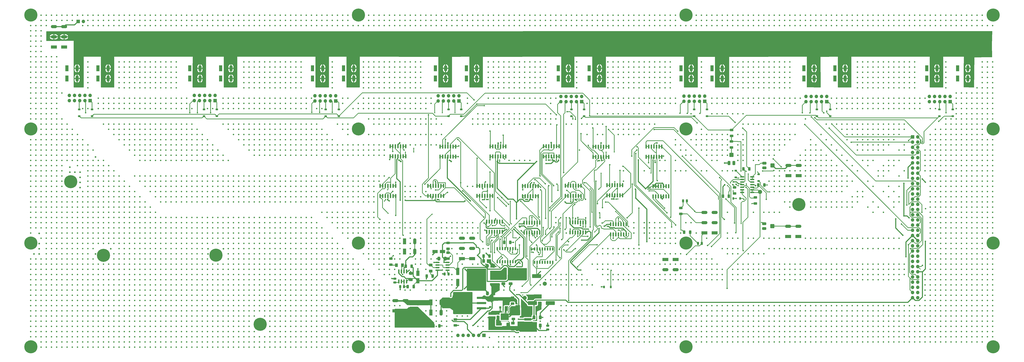
<source format=gbr>
%TF.GenerationSoftware,KiCad,Pcbnew,7.0.8*%
%TF.CreationDate,2023-11-16T11:59:50+01:00*%
%TF.ProjectId,main-board-rev1,6d61696e-2d62-46f6-9172-642d72657631,rev?*%
%TF.SameCoordinates,Original*%
%TF.FileFunction,Copper,L1,Top*%
%TF.FilePolarity,Positive*%
%FSLAX46Y46*%
G04 Gerber Fmt 4.6, Leading zero omitted, Abs format (unit mm)*
G04 Created by KiCad (PCBNEW 7.0.8) date 2023-11-16 11:59:50*
%MOMM*%
%LPD*%
G01*
G04 APERTURE LIST*
G04 Aperture macros list*
%AMRoundRect*
0 Rectangle with rounded corners*
0 $1 Rounding radius*
0 $2 $3 $4 $5 $6 $7 $8 $9 X,Y pos of 4 corners*
0 Add a 4 corners polygon primitive as box body*
4,1,4,$2,$3,$4,$5,$6,$7,$8,$9,$2,$3,0*
0 Add four circle primitives for the rounded corners*
1,1,$1+$1,$2,$3*
1,1,$1+$1,$4,$5*
1,1,$1+$1,$6,$7*
1,1,$1+$1,$8,$9*
0 Add four rect primitives between the rounded corners*
20,1,$1+$1,$2,$3,$4,$5,0*
20,1,$1+$1,$4,$5,$6,$7,0*
20,1,$1+$1,$6,$7,$8,$9,0*
20,1,$1+$1,$8,$9,$2,$3,0*%
G04 Aperture macros list end*
%TA.AperFunction,SMDPad,CuDef*%
%ADD10RoundRect,0.150000X0.150000X-0.825000X0.150000X0.825000X-0.150000X0.825000X-0.150000X-0.825000X0*%
%TD*%
%TA.AperFunction,SMDPad,CuDef*%
%ADD11RoundRect,0.150000X-0.150000X0.825000X-0.150000X-0.825000X0.150000X-0.825000X0.150000X0.825000X0*%
%TD*%
%TA.AperFunction,ComponentPad*%
%ADD12C,0.800000*%
%TD*%
%TA.AperFunction,ComponentPad*%
%ADD13C,6.400000*%
%TD*%
%TA.AperFunction,SMDPad,CuDef*%
%ADD14RoundRect,0.140000X0.140000X0.170000X-0.140000X0.170000X-0.140000X-0.170000X0.140000X-0.170000X0*%
%TD*%
%TA.AperFunction,SMDPad,CuDef*%
%ADD15RoundRect,0.225000X0.375000X-0.225000X0.375000X0.225000X-0.375000X0.225000X-0.375000X-0.225000X0*%
%TD*%
%TA.AperFunction,SMDPad,CuDef*%
%ADD16RoundRect,0.250000X-0.625000X0.312500X-0.625000X-0.312500X0.625000X-0.312500X0.625000X0.312500X0*%
%TD*%
%TA.AperFunction,ComponentPad*%
%ADD17R,1.700000X1.700000*%
%TD*%
%TA.AperFunction,ComponentPad*%
%ADD18O,1.700000X1.700000*%
%TD*%
%TA.AperFunction,SMDPad,CuDef*%
%ADD19RoundRect,0.225000X0.225000X0.375000X-0.225000X0.375000X-0.225000X-0.375000X0.225000X-0.375000X0*%
%TD*%
%TA.AperFunction,ComponentPad*%
%ADD20R,1.500000X3.000000*%
%TD*%
%TA.AperFunction,ComponentPad*%
%ADD21O,1.500000X3.000000*%
%TD*%
%TA.AperFunction,SMDPad,CuDef*%
%ADD22RoundRect,0.250001X-0.462499X-0.624999X0.462499X-0.624999X0.462499X0.624999X-0.462499X0.624999X0*%
%TD*%
%TA.AperFunction,SMDPad,CuDef*%
%ADD23RoundRect,0.250000X0.475000X-0.250000X0.475000X0.250000X-0.475000X0.250000X-0.475000X-0.250000X0*%
%TD*%
%TA.AperFunction,SMDPad,CuDef*%
%ADD24RoundRect,0.250000X2.050000X0.300000X-2.050000X0.300000X-2.050000X-0.300000X2.050000X-0.300000X0*%
%TD*%
%TA.AperFunction,SMDPad,CuDef*%
%ADD25RoundRect,0.250000X2.025000X2.375000X-2.025000X2.375000X-2.025000X-2.375000X2.025000X-2.375000X0*%
%TD*%
%TA.AperFunction,SMDPad,CuDef*%
%ADD26RoundRect,0.250002X4.449998X5.149998X-4.449998X5.149998X-4.449998X-5.149998X4.449998X-5.149998X0*%
%TD*%
%TA.AperFunction,ComponentPad*%
%ADD27R,3.000000X1.500000*%
%TD*%
%TA.AperFunction,ComponentPad*%
%ADD28O,3.000000X1.500000*%
%TD*%
%TA.AperFunction,SMDPad,CuDef*%
%ADD29RoundRect,0.250000X-0.650000X0.412500X-0.650000X-0.412500X0.650000X-0.412500X0.650000X0.412500X0*%
%TD*%
%TA.AperFunction,SMDPad,CuDef*%
%ADD30RoundRect,0.250000X1.050000X0.550000X-1.050000X0.550000X-1.050000X-0.550000X1.050000X-0.550000X0*%
%TD*%
%TA.AperFunction,SMDPad,CuDef*%
%ADD31RoundRect,0.250000X-0.412500X-0.650000X0.412500X-0.650000X0.412500X0.650000X-0.412500X0.650000X0*%
%TD*%
%TA.AperFunction,SMDPad,CuDef*%
%ADD32RoundRect,0.250000X0.412500X0.650000X-0.412500X0.650000X-0.412500X-0.650000X0.412500X-0.650000X0*%
%TD*%
%TA.AperFunction,SMDPad,CuDef*%
%ADD33RoundRect,0.250000X0.312500X0.625000X-0.312500X0.625000X-0.312500X-0.625000X0.312500X-0.625000X0*%
%TD*%
%TA.AperFunction,SMDPad,CuDef*%
%ADD34RoundRect,0.250000X-0.250000X-0.475000X0.250000X-0.475000X0.250000X0.475000X-0.250000X0.475000X0*%
%TD*%
%TA.AperFunction,SMDPad,CuDef*%
%ADD35RoundRect,0.140000X-0.170000X0.140000X-0.170000X-0.140000X0.170000X-0.140000X0.170000X0.140000X0*%
%TD*%
%TA.AperFunction,SMDPad,CuDef*%
%ADD36RoundRect,0.140000X-0.140000X-0.170000X0.140000X-0.170000X0.140000X0.170000X-0.140000X0.170000X0*%
%TD*%
%TA.AperFunction,SMDPad,CuDef*%
%ADD37RoundRect,0.150000X-0.150000X0.650000X-0.150000X-0.650000X0.150000X-0.650000X0.150000X0.650000X0*%
%TD*%
%TA.AperFunction,SMDPad,CuDef*%
%ADD38R,3.400000X1.300000*%
%TD*%
%TA.AperFunction,SMDPad,CuDef*%
%ADD39RoundRect,0.140000X0.170000X-0.140000X0.170000X0.140000X-0.170000X0.140000X-0.170000X-0.140000X0*%
%TD*%
%TA.AperFunction,SMDPad,CuDef*%
%ADD40RoundRect,0.250001X0.624999X-0.462499X0.624999X0.462499X-0.624999X0.462499X-0.624999X-0.462499X0*%
%TD*%
%TA.AperFunction,SMDPad,CuDef*%
%ADD41RoundRect,0.250000X0.625000X-0.312500X0.625000X0.312500X-0.625000X0.312500X-0.625000X-0.312500X0*%
%TD*%
%TA.AperFunction,SMDPad,CuDef*%
%ADD42R,1.300000X3.400000*%
%TD*%
%TA.AperFunction,SMDPad,CuDef*%
%ADD43RoundRect,0.250000X-1.950000X-0.700000X1.950000X-0.700000X1.950000X0.700000X-1.950000X0.700000X0*%
%TD*%
%TA.AperFunction,SMDPad,CuDef*%
%ADD44RoundRect,0.250000X0.750000X-0.400000X0.750000X0.400000X-0.750000X0.400000X-0.750000X-0.400000X0*%
%TD*%
%TA.AperFunction,SMDPad,CuDef*%
%ADD45RoundRect,0.250000X0.750000X-0.750000X0.750000X0.750000X-0.750000X0.750000X-0.750000X-0.750000X0*%
%TD*%
%TA.AperFunction,SMDPad,CuDef*%
%ADD46RoundRect,0.250000X-0.312500X-0.625000X0.312500X-0.625000X0.312500X0.625000X-0.312500X0.625000X0*%
%TD*%
%TA.AperFunction,SMDPad,CuDef*%
%ADD47RoundRect,0.250000X0.400000X0.750000X-0.400000X0.750000X-0.400000X-0.750000X0.400000X-0.750000X0*%
%TD*%
%TA.AperFunction,SMDPad,CuDef*%
%ADD48RoundRect,0.250000X0.750000X0.750000X-0.750000X0.750000X-0.750000X-0.750000X0.750000X-0.750000X0*%
%TD*%
%TA.AperFunction,SMDPad,CuDef*%
%ADD49RoundRect,0.150000X0.825000X0.150000X-0.825000X0.150000X-0.825000X-0.150000X0.825000X-0.150000X0*%
%TD*%
%TA.AperFunction,ComponentPad*%
%ADD50C,2.000000*%
%TD*%
%TA.AperFunction,SMDPad,CuDef*%
%ADD51RoundRect,0.225000X-0.225000X-0.375000X0.225000X-0.375000X0.225000X0.375000X-0.225000X0.375000X0*%
%TD*%
%TA.AperFunction,SMDPad,CuDef*%
%ADD52RoundRect,0.250001X-0.624999X0.462499X-0.624999X-0.462499X0.624999X-0.462499X0.624999X0.462499X0*%
%TD*%
%TA.AperFunction,SMDPad,CuDef*%
%ADD53RoundRect,0.250000X0.550000X-1.050000X0.550000X1.050000X-0.550000X1.050000X-0.550000X-1.050000X0*%
%TD*%
%TA.AperFunction,SMDPad,CuDef*%
%ADD54RoundRect,0.225000X-0.375000X0.225000X-0.375000X-0.225000X0.375000X-0.225000X0.375000X0.225000X0*%
%TD*%
%TA.AperFunction,SMDPad,CuDef*%
%ADD55RoundRect,0.150000X-0.825000X-0.150000X0.825000X-0.150000X0.825000X0.150000X-0.825000X0.150000X0*%
%TD*%
%TA.AperFunction,SMDPad,CuDef*%
%ADD56R,0.250000X0.600000*%
%TD*%
%TA.AperFunction,SMDPad,CuDef*%
%ADD57R,4.000000X3.200000*%
%TD*%
%TA.AperFunction,SMDPad,CuDef*%
%ADD58RoundRect,0.250000X0.250000X0.475000X-0.250000X0.475000X-0.250000X-0.475000X0.250000X-0.475000X0*%
%TD*%
%TA.AperFunction,SMDPad,CuDef*%
%ADD59RoundRect,0.250000X-0.300000X-0.300000X0.300000X-0.300000X0.300000X0.300000X-0.300000X0.300000X0*%
%TD*%
%TA.AperFunction,SMDPad,CuDef*%
%ADD60RoundRect,0.250000X-0.475000X0.250000X-0.475000X-0.250000X0.475000X-0.250000X0.475000X0.250000X0*%
%TD*%
%TA.AperFunction,SMDPad,CuDef*%
%ADD61RoundRect,0.150000X0.150000X-0.650000X0.150000X0.650000X-0.150000X0.650000X-0.150000X-0.650000X0*%
%TD*%
%TA.AperFunction,SMDPad,CuDef*%
%ADD62RoundRect,0.150000X0.200000X-0.150000X0.200000X0.150000X-0.200000X0.150000X-0.200000X-0.150000X0*%
%TD*%
%TA.AperFunction,SMDPad,CuDef*%
%ADD63RoundRect,0.250000X-0.550000X1.500000X-0.550000X-1.500000X0.550000X-1.500000X0.550000X1.500000X0*%
%TD*%
%TA.AperFunction,ViaPad*%
%ADD64C,0.700000*%
%TD*%
%TA.AperFunction,ViaPad*%
%ADD65C,0.800000*%
%TD*%
%TA.AperFunction,ViaPad*%
%ADD66C,0.550000*%
%TD*%
%TA.AperFunction,Conductor*%
%ADD67C,0.500000*%
%TD*%
%TA.AperFunction,Conductor*%
%ADD68C,0.300000*%
%TD*%
%TA.AperFunction,Conductor*%
%ADD69C,0.349000*%
%TD*%
G04 APERTURE END LIST*
D10*
%TO.P,U409,1*%
%TO.N,GATE_1*%
X315060682Y-712998023D03*
%TO.P,U409,2,-*%
X316330682Y-712998023D03*
%TO.P,U409,3,+*%
%TO.N,CHAN_1*%
X317600682Y-712998023D03*
%TO.P,U409,4,V+*%
%TO.N,+6V*%
X318870682Y-712998023D03*
%TO.P,U409,5,+*%
%TO.N,CHAN_1*%
X320140682Y-712998023D03*
%TO.P,U409,6,-*%
%TO.N,RELAYS_1*%
X321410682Y-712998023D03*
%TO.P,U409,7*%
X322680682Y-712998023D03*
%TO.P,U409,8*%
%TO.N,CV_2*%
X322680682Y-708048023D03*
%TO.P,U409,9,-*%
X321410682Y-708048023D03*
%TO.P,U409,10,+*%
%TO.N,CHAN_2*%
X320140682Y-708048023D03*
%TO.P,U409,11,V-*%
%TO.N,GND*%
X318870682Y-708048023D03*
%TO.P,U409,12,+*%
%TO.N,CHAN_2*%
X317600682Y-708048023D03*
%TO.P,U409,13,-*%
%TO.N,GATE_2*%
X316330682Y-708048023D03*
%TO.P,U409,14*%
X315060682Y-708048023D03*
%TD*%
D11*
%TO.P,U402,1*%
%TO.N,/CascadeCounters-CommonOutputs/ZEROES*%
X361680682Y-745198023D03*
%TO.P,U402,2*%
%TO.N,/CascadeCounters-CommonOutputs/FOUR*%
X360410682Y-745198023D03*
%TO.P,U402,3*%
%TO.N,CHAN_4*%
X359140682Y-745198023D03*
%TO.P,U402,4*%
%TO.N,/CascadeCounters-CommonOutputs/ZEROES*%
X357870682Y-745198023D03*
%TO.P,U402,5*%
%TO.N,/CascadeCounters-CommonOutputs/ONE*%
X356600682Y-745198023D03*
%TO.P,U402,6*%
%TO.N,CHAN_1*%
X355330682Y-745198023D03*
%TO.P,U402,7,GND*%
%TO.N,GND*%
X354060682Y-745198023D03*
%TO.P,U402,8*%
%TO.N,CHAN_2*%
X354060682Y-750148023D03*
%TO.P,U402,9*%
%TO.N,/CascadeCounters-CommonOutputs/ZEROES*%
X355330682Y-750148023D03*
%TO.P,U402,10*%
%TO.N,/CascadeCounters-CommonOutputs/TWO*%
X356600682Y-750148023D03*
%TO.P,U402,11*%
%TO.N,CHAN_3*%
X357870682Y-750148023D03*
%TO.P,U402,12*%
%TO.N,/CascadeCounters-CommonOutputs/ZEROES*%
X359140682Y-750148023D03*
%TO.P,U402,13*%
%TO.N,/CascadeCounters-CommonOutputs/THREE*%
X360410682Y-750148023D03*
%TO.P,U402,14,VCC*%
%TO.N,+6V*%
X361680682Y-750148023D03*
%TD*%
D12*
%TO.P,H108,1*%
%TO.N,N/C*%
X88300682Y-643708023D03*
X89003626Y-642010967D03*
X89003626Y-645405079D03*
X90700682Y-641308023D03*
D13*
X90700682Y-643708023D03*
D12*
X90700682Y-646108023D03*
X92397738Y-642010967D03*
X92397738Y-645405079D03*
X93100682Y-643708023D03*
%TD*%
D10*
%TO.P,U419,1*%
%TO.N,\u002ARELAYS_14*%
X391240682Y-713098023D03*
%TO.P,U419,2,-*%
X392510682Y-713098023D03*
%TO.P,U419,3,+*%
%TO.N,CHAN_14*%
X393780682Y-713098023D03*
%TO.P,U419,4,V+*%
%TO.N,+6V*%
X395050682Y-713098023D03*
%TO.P,U419,5,+*%
%TO.N,CHAN_15*%
X396320682Y-713098023D03*
%TO.P,U419,6,-*%
%TO.N,\u002ACV_15*%
X397590682Y-713098023D03*
%TO.P,U419,7*%
X398860682Y-713098023D03*
%TO.P,U419,8*%
%TO.N,\u002AGATE_15*%
X398860682Y-708148023D03*
%TO.P,U419,9,-*%
X397590682Y-708148023D03*
%TO.P,U419,10,+*%
%TO.N,CHAN_15*%
X396320682Y-708148023D03*
%TO.P,U419,11,V-*%
%TO.N,GND*%
X395050682Y-708148023D03*
%TO.P,U419,12,+*%
%TO.N,CHAN_15*%
X393780682Y-708148023D03*
%TO.P,U419,13,-*%
%TO.N,\u002ARELAYS_15*%
X392510682Y-708148023D03*
%TO.P,U419,14*%
X391240682Y-708148023D03*
%TD*%
D14*
%TO.P,C403,1*%
%TO.N,GND*%
X319670682Y-714748023D03*
%TO.P,C403,2*%
%TO.N,+6V*%
X318710682Y-714748023D03*
%TD*%
D15*
%TO.P,D101,1,K*%
%TO.N,CV_CommonChannelOutput*%
X114320682Y-693198023D03*
%TO.P,D101,2,A*%
%TO.N,CV_OUTPUT_0*%
X114320682Y-689898023D03*
%TD*%
D12*
%TO.P,H108,1*%
%TO.N,N/C*%
X408300682Y-643708023D03*
X409003626Y-642010967D03*
X409003626Y-645405079D03*
X410700682Y-641308023D03*
D13*
X410700682Y-643708023D03*
D12*
X410700682Y-646108023D03*
X412397738Y-642010967D03*
X412397738Y-645405079D03*
X413100682Y-643708023D03*
%TD*%
D16*
%TO.P,R304,1*%
%TO.N,Net-(C305-Pad1)*%
X408180682Y-738185523D03*
%TO.P,R304,2*%
%TO.N,CLOCK*%
X408180682Y-741110523D03*
%TD*%
D15*
%TO.P,D110,1,K*%
%TO.N,GATE_CommonChannelOutput*%
X181520682Y-693198023D03*
%TO.P,D110,2,A*%
%TO.N,GATE_OUTPUT_1*%
X181520682Y-689898023D03*
%TD*%
D10*
%TO.P,U413,1*%
%TO.N,RELAYS_6*%
X284610682Y-732298023D03*
%TO.P,U413,2,-*%
X285880682Y-732298023D03*
%TO.P,U413,3,+*%
%TO.N,CHAN_6*%
X287150682Y-732298023D03*
%TO.P,U413,4,V+*%
%TO.N,+6V*%
X288420682Y-732298023D03*
%TO.P,U413,5,+*%
%TO.N,CHAN_7*%
X289690682Y-732298023D03*
%TO.P,U413,6,-*%
%TO.N,CV_7*%
X290960682Y-732298023D03*
%TO.P,U413,7*%
X292230682Y-732298023D03*
%TO.P,U413,8*%
%TO.N,GATE_7*%
X292230682Y-727348023D03*
%TO.P,U413,9,-*%
X290960682Y-727348023D03*
%TO.P,U413,10,+*%
%TO.N,CHAN_7*%
X289690682Y-727348023D03*
%TO.P,U413,11,V-*%
%TO.N,GND*%
X288420682Y-727348023D03*
%TO.P,U413,12,+*%
%TO.N,CHAN_7*%
X287150682Y-727348023D03*
%TO.P,U413,13,-*%
%TO.N,RELAYS_7*%
X285880682Y-727348023D03*
%TO.P,U413,14*%
X284610682Y-727348023D03*
%TD*%
D17*
%TO.P,J105,1,Pin_1*%
%TO.N,GATE_OUTPUT_4*%
X359720682Y-686088023D03*
D18*
%TO.P,J105,2,Pin_2*%
%TO.N,GND*%
X359720682Y-683548023D03*
%TO.P,J105,3,Pin_3*%
%TO.N,GATE_4*%
X357180682Y-686088023D03*
%TO.P,J105,4,Pin_4*%
%TO.N,GND*%
X357180682Y-683548023D03*
%TO.P,J105,5,Pin_5*%
%TO.N,CV_OUTPUT_4*%
X354640682Y-686088023D03*
%TO.P,J105,6,Pin_6*%
%TO.N,GND*%
X354640682Y-683548023D03*
%TO.P,J105,7,Pin_7*%
%TO.N,RELAYS_4*%
X352100682Y-686088023D03*
%TO.P,J105,8,Pin_8*%
%TO.N,+5VA*%
X352100682Y-683548023D03*
%TO.P,J105,9,Pin_9*%
%TO.N,CV_4*%
X349560682Y-686088023D03*
%TO.P,J105,10,Pin_10*%
%TO.N,GND*%
X349560682Y-683548023D03*
%TD*%
D19*
%TO.P,D125,1,K*%
%TO.N,Net-(D125-K)*%
X437080682Y-733548023D03*
%TO.P,D125,2,A*%
%TO.N,CLOCK*%
X433780682Y-733548023D03*
%TD*%
D15*
%TO.P,D109,1,K*%
%TO.N,GATE_CommonChannelOutput*%
X120520682Y-693198023D03*
%TO.P,D109,2,A*%
%TO.N,GATE_OUTPUT_0*%
X120520682Y-689898023D03*
%TD*%
D20*
%TO.P,J503,1,Pin_1*%
%TO.N,NEUT*%
X363410682Y-669798023D03*
X363410682Y-674798023D03*
D21*
%TO.P,J503,2,Pin_2*%
%TO.N,LINE*%
X368410682Y-669798023D03*
X368410682Y-674798023D03*
%TD*%
D12*
%TO.P,H108,1*%
%TO.N,N/C*%
X248300682Y-643708023D03*
X249003626Y-642010967D03*
X249003626Y-645405079D03*
X250700682Y-641308023D03*
D13*
X250700682Y-643708023D03*
D12*
X250700682Y-646108023D03*
X252397738Y-642010967D03*
X252397738Y-645405079D03*
X253100682Y-643708023D03*
%TD*%
D22*
%TO.P,D204,1,K*%
%TO.N,/Power Supply/LDO_LED_K*%
X311798182Y-764223023D03*
%TO.P,D204,2,A*%
%TO.N,/Power Supply/Unfiltered-6V*%
X314773182Y-764223023D03*
%TD*%
D23*
%TO.P,C205,1*%
%TO.N,/Power Supply/5VA Unfiltered*%
X343160682Y-797748023D03*
%TO.P,C205,2*%
%TO.N,GND*%
X343160682Y-795848023D03*
%TD*%
D24*
%TO.P,U202,1,IN*%
%TO.N,+12V*%
X317510682Y-775838023D03*
D25*
%TO.P,U202,2,GND*%
%TO.N,GND*%
X310785682Y-776073023D03*
X310785682Y-770523023D03*
D26*
X308360682Y-773298023D03*
D25*
X305935682Y-776073023D03*
X305935682Y-770523023D03*
D24*
%TO.P,U202,3,OUT*%
%TO.N,/Power Supply/Unfiltered-6V*%
X317510682Y-770758023D03*
%TD*%
D27*
%TO.P,J120,1,S*%
%TO.N,GND*%
X460580682Y-752135523D03*
X465580682Y-752135523D03*
D28*
%TO.P,J120,2,T*%
%TO.N,GATE*%
X460580682Y-747135523D03*
X465580682Y-747135523D03*
%TD*%
D15*
%TO.P,D107,1,K*%
%TO.N,CV_CommonChannelOutput*%
X474620682Y-693198023D03*
%TO.P,D107,2,A*%
%TO.N,CV_OUTPUT_6*%
X474620682Y-689898023D03*
%TD*%
D14*
%TO.P,C410,1*%
%TO.N,GND*%
X289160682Y-734174689D03*
%TO.P,C410,2*%
%TO.N,+6V*%
X288200682Y-734174689D03*
%TD*%
D29*
%TO.P,C209,1*%
%TO.N,/Power Supply/Unfiltered-6V*%
X321485682Y-772173023D03*
%TO.P,C209,2*%
%TO.N,GND*%
X321485682Y-775298023D03*
%TD*%
D17*
%TO.P,J104,1,Pin_1*%
%TO.N,GATE_OUTPUT_3*%
X299780682Y-685788023D03*
D18*
%TO.P,J104,2,Pin_2*%
%TO.N,GND*%
X299780682Y-683248023D03*
%TO.P,J104,3,Pin_3*%
%TO.N,GATE_3*%
X297240682Y-685788023D03*
%TO.P,J104,4,Pin_4*%
%TO.N,GND*%
X297240682Y-683248023D03*
%TO.P,J104,5,Pin_5*%
%TO.N,CV_OUTPUT_3*%
X294700682Y-685788023D03*
%TO.P,J104,6,Pin_6*%
%TO.N,GND*%
X294700682Y-683248023D03*
%TO.P,J104,7,Pin_7*%
%TO.N,RELAYS_3*%
X292160682Y-685788023D03*
%TO.P,J104,8,Pin_8*%
%TO.N,+5VA*%
X292160682Y-683248023D03*
%TO.P,J104,9,Pin_9*%
%TO.N,CV_3*%
X289620682Y-685788023D03*
%TO.P,J104,10,Pin_10*%
%TO.N,GND*%
X289620682Y-683248023D03*
%TD*%
D24*
%TO.P,Q201,1,G*%
%TO.N,/Power Supply/POL-FET-G*%
X310810682Y-787263023D03*
%TO.P,Q201,2,D*%
%TO.N,/Power Supply/POL-FET-D*%
X310810682Y-784723023D03*
D25*
X304085682Y-787498023D03*
X304085682Y-781948023D03*
D26*
X301660682Y-784723023D03*
D25*
X299235682Y-787498023D03*
X299235682Y-781948023D03*
D24*
%TO.P,Q201,3,S*%
%TO.N,+12V*%
X310810682Y-782183023D03*
%TD*%
D11*
%TO.P,U405,1*%
%TO.N,/CascadeCounters-CommonOutputs/TENS*%
X320980682Y-744898023D03*
%TO.P,U405,2*%
%TO.N,/CascadeCounters-CommonOutputs/SIX*%
X319710682Y-744898023D03*
%TO.P,U405,3*%
%TO.N,Net-(R401-Pad2)*%
X318440682Y-744898023D03*
%TO.P,U405,4*%
%TO.N,/CascadeCounters-CommonOutputs/ZEROES*%
X317170682Y-744898023D03*
%TO.P,U405,5*%
%TO.N,/CascadeCounters-CommonOutputs/NINE*%
X315900682Y-744898023D03*
%TO.P,U405,6*%
%TO.N,CHAN_9*%
X314630682Y-744898023D03*
%TO.P,U405,7,GND*%
%TO.N,GND*%
X313360682Y-744898023D03*
%TO.P,U405,8*%
%TO.N,CHAN_10*%
X313360682Y-749848023D03*
%TO.P,U405,9*%
%TO.N,/CascadeCounters-CommonOutputs/TENS*%
X314630682Y-749848023D03*
%TO.P,U405,10*%
%TO.N,/CascadeCounters-CommonOutputs/ZERO*%
X315900682Y-749848023D03*
%TO.P,U405,11*%
%TO.N,CHAN_11*%
X317170682Y-749848023D03*
%TO.P,U405,12*%
%TO.N,/CascadeCounters-CommonOutputs/TENS*%
X318440682Y-749848023D03*
%TO.P,U405,13*%
%TO.N,/CascadeCounters-CommonOutputs/ONE*%
X319710682Y-749848023D03*
%TO.P,U405,14,VCC*%
%TO.N,+6V*%
X320980682Y-749848023D03*
%TD*%
D27*
%TO.P,J202,1,Pin_1*%
%TO.N,NEUT*%
X101890682Y-659358023D03*
X106890682Y-659358023D03*
D28*
%TO.P,J202,2,Pin_2*%
%TO.N,LINE*%
X101890682Y-654358023D03*
X106890682Y-654358023D03*
%TO.P,J202,3,Pin_3*%
%TO.N,Earth_Protective*%
X101890682Y-649358023D03*
X106890682Y-649358023D03*
%TD*%
D12*
%TO.P,H108,1*%
%TO.N,N/C*%
X408300682Y-699541356D03*
X409003626Y-697844300D03*
X409003626Y-701238412D03*
X410700682Y-697141356D03*
D13*
X410700682Y-699541356D03*
D12*
X410700682Y-701941356D03*
X412397738Y-697844300D03*
X412397738Y-701238412D03*
X413100682Y-699541356D03*
%TD*%
D30*
%TO.P,C303,1*%
%TO.N,+6V*%
X291735682Y-759510523D03*
%TO.P,C303,2*%
%TO.N,GND*%
X288135682Y-759510523D03*
%TD*%
D31*
%TO.P,C207,1*%
%TO.N,+5VA*%
X336410682Y-791798023D03*
%TO.P,C207,2*%
%TO.N,GND*%
X339535682Y-791798023D03*
%TD*%
D32*
%TO.P,C202,1*%
%TO.N,+12V*%
X316798182Y-780048023D03*
%TO.P,C202,2*%
%TO.N,GND*%
X313673182Y-780048023D03*
%TD*%
D17*
%TO.P,J1,1,Pin_1*%
%TO.N,GND*%
X311980682Y-800574689D03*
D18*
%TO.P,J1,2,Pin_2*%
%TO.N,+5VA*%
X309440682Y-800574689D03*
%TO.P,J1,3,Pin_3*%
%TO.N,+6V*%
X306900682Y-800574689D03*
%TO.P,J1,4,Pin_4*%
%TO.N,/Power Supply/5VA Unfiltered*%
X304360682Y-800574689D03*
%TO.P,J1,5,Pin_5*%
%TO.N,/Power Supply/Unfiltered-6V*%
X301820682Y-800574689D03*
%TO.P,J1,6,Pin_6*%
%TO.N,+12V*%
X299280682Y-800574689D03*
%TD*%
D15*
%TO.P,D105,1,K*%
%TO.N,CV_CommonChannelOutput*%
X354720682Y-693198023D03*
%TO.P,D105,2,A*%
%TO.N,CV_OUTPUT_4*%
X354720682Y-689898023D03*
%TD*%
%TO.P,D102,1,K*%
%TO.N,CV_CommonChannelOutput*%
X175220682Y-693198023D03*
%TO.P,D102,2,A*%
%TO.N,CV_OUTPUT_1*%
X175220682Y-689898023D03*
%TD*%
D31*
%TO.P,C206,1*%
%TO.N,/Power Supply/5VA Unfiltered*%
X336410682Y-795798023D03*
%TO.P,C206,2*%
%TO.N,GND*%
X339535682Y-795798023D03*
%TD*%
D20*
%TO.P,J503,1,Pin_1*%
%TO.N,NEUT*%
X423410682Y-669798023D03*
X423410682Y-674798023D03*
D21*
%TO.P,J503,2,Pin_2*%
%TO.N,LINE*%
X428410682Y-669798023D03*
X428410682Y-674798023D03*
%TD*%
D20*
%TO.P,J504,1,Pin_1*%
%TO.N,NEUT*%
X528260682Y-669798023D03*
X528260682Y-674798023D03*
D21*
%TO.P,J504,2,Pin_2*%
%TO.N,LINE*%
X533260682Y-669798023D03*
X533260682Y-674798023D03*
%TD*%
D33*
%TO.P,R201,1*%
%TO.N,GND*%
X290235682Y-795948023D03*
%TO.P,R201,2*%
%TO.N,/Power Supply/PowerIn-*%
X287310682Y-795948023D03*
%TD*%
D12*
%TO.P,H108,1*%
%TO.N,N/C*%
X248300682Y-806208023D03*
X249003626Y-804510967D03*
X249003626Y-807905079D03*
X250700682Y-803808023D03*
D13*
X250700682Y-806208023D03*
D12*
X250700682Y-808608023D03*
X252397738Y-804510967D03*
X252397738Y-807905079D03*
X253100682Y-806208023D03*
%TD*%
D20*
%TO.P,J503,1,Pin_1*%
%TO.N,NEUT*%
X543410682Y-669798023D03*
X543410682Y-674798023D03*
D21*
%TO.P,J503,2,Pin_2*%
%TO.N,LINE*%
X548410682Y-669798023D03*
X548410682Y-674798023D03*
%TD*%
D12*
%TO.P,H108,1*%
%TO.N,N/C*%
X408300682Y-755374689D03*
X409003626Y-753677633D03*
X409003626Y-757071745D03*
X410700682Y-752974689D03*
D13*
X410700682Y-755374689D03*
D12*
X410700682Y-757774689D03*
X412397738Y-753677633D03*
X412397738Y-757071745D03*
X413100682Y-755374689D03*
%TD*%
D15*
%TO.P,D126,1,K*%
%TO.N,CLK*%
X446180682Y-724948023D03*
%TO.P,D126,2,A*%
%TO.N,Net-(D126-A)*%
X446180682Y-721648023D03*
%TD*%
%TO.P,D112,1,K*%
%TO.N,GATE_CommonChannelOutput*%
X300920682Y-693198023D03*
%TO.P,D112,2,A*%
%TO.N,GATE_OUTPUT_3*%
X300920682Y-689898023D03*
%TD*%
D34*
%TO.P,C306,1*%
%TO.N,Net-(C306-Pad1)*%
X416520682Y-755578023D03*
%TO.P,C306,2*%
%TO.N,/Timers/MONOSTABLE_CLOCK_SWITCH*%
X418420682Y-755578023D03*
%TD*%
D33*
%TO.P,R103,1*%
%TO.N,GATE_CommonChannelOutput*%
X441630682Y-719098023D03*
%TO.P,R103,2*%
%TO.N,Net-(D126-A)*%
X438705682Y-719098023D03*
%TD*%
D14*
%TO.P,C419,1*%
%TO.N,GND*%
X395520682Y-714948023D03*
%TO.P,C419,2*%
%TO.N,+6V*%
X394560682Y-714948023D03*
%TD*%
D20*
%TO.P,SW201,1,A*%
%TO.N,/Power Supply/PowerIn+*%
X286085682Y-784448023D03*
X286085682Y-789448023D03*
D21*
%TO.P,SW201,2,B*%
%TO.N,/Power Supply/POL-FET-D*%
X291085682Y-784448023D03*
X291085682Y-789448023D03*
%TD*%
D35*
%TO.P,C201,1*%
%TO.N,+12V*%
X328160682Y-785150523D03*
%TO.P,C201,2*%
%TO.N,GND*%
X328160682Y-786110523D03*
%TD*%
D14*
%TO.P,C415,1*%
%TO.N,GND*%
X270320682Y-714748023D03*
%TO.P,C415,2*%
%TO.N,+6V*%
X269360682Y-714748023D03*
%TD*%
D32*
%TO.P,C204,1*%
%TO.N,/Power Supply/Unfiltered-6V*%
X316748182Y-766548023D03*
%TO.P,C204,2*%
%TO.N,GND*%
X313623182Y-766548023D03*
%TD*%
D15*
%TO.P,D103,1,K*%
%TO.N,CV_CommonChannelOutput*%
X234720682Y-693198023D03*
%TO.P,D103,2,A*%
%TO.N,CV_OUTPUT_2*%
X234720682Y-689898023D03*
%TD*%
D17*
%TO.P,J117,1,Pin_1*%
%TO.N,GATE_CommonChannelOutput*%
X521380682Y-703378023D03*
D18*
%TO.P,J117,2,Pin_2*%
%TO.N,CV_CommonChannelOutput*%
X523920682Y-703378023D03*
%TO.P,J117,3,Pin_3*%
%TO.N,\u002ARELAYS_14*%
X521380682Y-705918023D03*
%TO.P,J117,4,Pin_4*%
%TO.N,\u002AGATE_8*%
X523920682Y-705918023D03*
%TO.P,J117,5,Pin_5*%
%TO.N,CV_CommonChannelOutput*%
X521380682Y-708458023D03*
%TO.P,J117,6,Pin_6*%
%TO.N,GND*%
X523920682Y-708458023D03*
%TO.P,J117,7,Pin_7*%
%TO.N,\u002ACV_14*%
X521380682Y-710998023D03*
%TO.P,J117,8,Pin_8*%
%TO.N,\u002ARELAYS_8*%
X523920682Y-710998023D03*
%TO.P,J117,9,Pin_9*%
%TO.N,\u002ACV_8*%
X521380682Y-713538023D03*
%TO.P,J117,10,Pin_10*%
%TO.N,GND*%
X523920682Y-713538023D03*
%TO.P,J117,11,Pin_11*%
%TO.N,+5VA*%
X521380682Y-716078023D03*
%TO.P,J117,12,Pin_12*%
%TO.N,GATE_CommonChannelOutput*%
X523920682Y-716078023D03*
%TO.P,J117,13,Pin_13*%
%TO.N,\u002AGATE_9*%
X521380682Y-718618023D03*
%TO.P,J117,14,Pin_14*%
%TO.N,GATE_CommonChannelOutput*%
X523920682Y-718618023D03*
%TO.P,J117,15,Pin_15*%
%TO.N,GND*%
X521380682Y-721158023D03*
%TO.P,J117,16,Pin_16*%
%TO.N,CV_CommonChannelOutput*%
X523920682Y-721158023D03*
%TO.P,J117,17,Pin_17*%
%TO.N,\u002ARELAYS_9*%
X521380682Y-723698023D03*
%TO.P,J117,18,Pin_18*%
%TO.N,+5VA*%
X523920682Y-723698023D03*
%TO.P,J117,19,Pin_19*%
%TO.N,GND*%
X521380682Y-726238023D03*
%TO.P,J117,20,Pin_20*%
%TO.N,\u002ACV_9*%
X523920682Y-726238023D03*
%TO.P,J117,21,Pin_21*%
%TO.N,GATE_CommonChannelOutput*%
X521380682Y-728778023D03*
%TO.P,J117,22,Pin_22*%
%TO.N,GND*%
X523920682Y-728778023D03*
%TO.P,J117,23,Pin_23*%
%TO.N,\u002AGATE_15*%
X521380682Y-731318023D03*
%TO.P,J117,24,Pin_24*%
%TO.N,\u002AGATE_10*%
X523920682Y-731318023D03*
%TO.P,J117,25,Pin_25*%
%TO.N,CV_CommonChannelOutput*%
X521380682Y-733858023D03*
%TO.P,J117,26,Pin_26*%
%TO.N,GND*%
X523920682Y-733858023D03*
%TO.P,J117,27,Pin_27*%
%TO.N,CV_CommonChannelOutput*%
X521380682Y-736398023D03*
%TO.P,J117,28,Pin_28*%
%TO.N,\u002ARELAYS_10*%
X523920682Y-736398023D03*
%TO.P,J117,29,Pin_29*%
%TO.N,\u002ACV_10*%
X521380682Y-738938023D03*
%TO.P,J117,30,Pin_30*%
%TO.N,+5VA*%
X523920682Y-738938023D03*
%TO.P,J117,31,Pin_31*%
X521380682Y-741478023D03*
%TO.P,J117,32,Pin_32*%
%TO.N,GATE_CommonChannelOutput*%
X523920682Y-741478023D03*
%TO.P,J117,33,Pin_33*%
%TO.N,\u002AGATE_11*%
X521380682Y-744018023D03*
%TO.P,J117,34,Pin_34*%
%TO.N,GND*%
X523920682Y-744018023D03*
%TO.P,J117,35,Pin_35*%
X521380682Y-746558023D03*
%TO.P,J117,36,Pin_36*%
%TO.N,CV_CommonChannelOutput*%
X523920682Y-746558023D03*
%TO.P,J117,37,Pin_37*%
%TO.N,\u002ARELAYS_11*%
X521380682Y-749098023D03*
%TO.P,J117,38,Pin_38*%
%TO.N,GND*%
X523920682Y-749098023D03*
%TO.P,J117,39,Pin_39*%
%TO.N,+5VA*%
X521380682Y-751638023D03*
%TO.P,J117,40,Pin_40*%
%TO.N,\u002ACV_11*%
X523920682Y-751638023D03*
%TO.P,J117,41,Pin_41*%
%TO.N,GATE_CommonChannelOutput*%
X521380682Y-754178023D03*
%TO.P,J117,42,Pin_42*%
%TO.N,+5VA*%
X523920682Y-754178023D03*
%TO.P,J117,43,Pin_43*%
%TO.N,GND*%
X521380682Y-756718023D03*
%TO.P,J117,44,Pin_44*%
%TO.N,\u002AGATE_12*%
X523920682Y-756718023D03*
%TO.P,J117,45,Pin_45*%
%TO.N,CV_CommonChannelOutput*%
X521380682Y-759258023D03*
%TO.P,J117,46,Pin_46*%
%TO.N,GND*%
X523920682Y-759258023D03*
%TO.P,J117,47,Pin_47*%
%TO.N,+5VA*%
X521380682Y-761798023D03*
%TO.P,J117,48,Pin_48*%
%TO.N,\u002ARELAYS_12*%
X523920682Y-761798023D03*
%TO.P,J117,49,Pin_49*%
%TO.N,\u002ACV_12*%
X521380682Y-764338023D03*
%TO.P,J117,50,Pin_50*%
%TO.N,\u002ACV_15*%
X523920682Y-764338023D03*
%TO.P,J117,51,Pin_51*%
%TO.N,\u002ARELAYS_15*%
X521380682Y-766878023D03*
%TO.P,J117,52,Pin_52*%
%TO.N,GATE_CommonChannelOutput*%
X523920682Y-766878023D03*
%TO.P,J117,53,Pin_53*%
%TO.N,\u002AGATE_13*%
X521380682Y-769418023D03*
%TO.P,J117,54,Pin_54*%
%TO.N,+5VA*%
X523920682Y-769418023D03*
%TO.P,J117,55,Pin_55*%
%TO.N,GND*%
X521380682Y-771958023D03*
%TO.P,J117,56,Pin_56*%
%TO.N,CV_CommonChannelOutput*%
X523920682Y-771958023D03*
%TO.P,J117,57,Pin_57*%
%TO.N,\u002ARELAYS_13*%
X521380682Y-774498023D03*
%TO.P,J117,58,Pin_58*%
%TO.N,GND*%
X523920682Y-774498023D03*
%TO.P,J117,59,Pin_59*%
X521380682Y-777038023D03*
%TO.P,J117,60,Pin_60*%
%TO.N,\u002ACV_13*%
X523920682Y-777038023D03*
%TO.P,J117,61,Pin_61*%
%TO.N,GATE_CommonChannelOutput*%
X521380682Y-779578023D03*
%TO.P,J117,62,Pin_62*%
%TO.N,GND*%
X523920682Y-779578023D03*
%TO.P,J117,63,Pin_63*%
%TO.N,+5VA*%
X521380682Y-782118023D03*
%TO.P,J117,64,Pin_64*%
%TO.N,\u002AGATE_14*%
X523920682Y-782118023D03*
%TD*%
D31*
%TO.P,C304,1*%
%TO.N,GND*%
X289973182Y-763010523D03*
%TO.P,C304,2*%
%TO.N,+6V*%
X293098182Y-763010523D03*
%TD*%
D20*
%TO.P,SW302,1,1*%
%TO.N,GND*%
X273225682Y-754500523D03*
X273225682Y-759500523D03*
D21*
%TO.P,SW302,2,2*%
%TO.N,Net-(U302-TR)*%
X278225682Y-754500523D03*
X278225682Y-759500523D03*
%TD*%
D36*
%TO.P,C416,1*%
%TO.N,GND*%
X333300682Y-734148023D03*
%TO.P,C416,2*%
%TO.N,+6V*%
X334260682Y-734148023D03*
%TD*%
D16*
%TO.P,R106,1*%
%TO.N,GND*%
X434430682Y-728123023D03*
%TO.P,R106,2*%
%TO.N,Net-(U2C--)*%
X434430682Y-731048023D03*
%TD*%
D20*
%TO.P,J503,1,Pin_1*%
%TO.N,NEUT*%
X483410682Y-669798023D03*
X483410682Y-674798023D03*
D21*
%TO.P,J503,2,Pin_2*%
%TO.N,LINE*%
X488410682Y-669798023D03*
X488410682Y-674798023D03*
%TD*%
D10*
%TO.P,U407,1*%
%TO.N,/CascadeCounters-CommonOutputs/TENS*%
X373850682Y-751123023D03*
%TO.P,U407,2*%
%TO.N,/CascadeCounters-CommonOutputs/TWO*%
X375120682Y-751123023D03*
%TO.P,U407,3*%
%TO.N,CHAN_12*%
X376390682Y-751123023D03*
%TO.P,U407,4*%
%TO.N,/CascadeCounters-CommonOutputs/TENS*%
X377660682Y-751123023D03*
%TO.P,U407,5*%
%TO.N,/CascadeCounters-CommonOutputs/THREE*%
X378930682Y-751123023D03*
%TO.P,U407,6*%
%TO.N,CHAN_13*%
X380200682Y-751123023D03*
%TO.P,U407,7,GND*%
%TO.N,GND*%
X381470682Y-751123023D03*
%TO.P,U407,8*%
%TO.N,CHAN_14*%
X381470682Y-746173023D03*
%TO.P,U407,9*%
%TO.N,/CascadeCounters-CommonOutputs/TENS*%
X380200682Y-746173023D03*
%TO.P,U407,10*%
%TO.N,/CascadeCounters-CommonOutputs/FOUR*%
X378930682Y-746173023D03*
%TO.P,U407,11*%
%TO.N,CHAN_15*%
X377660682Y-746173023D03*
%TO.P,U407,12*%
%TO.N,/CascadeCounters-CommonOutputs/TENS*%
X376390682Y-746173023D03*
%TO.P,U407,13*%
%TO.N,/CascadeCounters-CommonOutputs/FIVE*%
X375120682Y-746173023D03*
%TO.P,U407,14,VCC*%
%TO.N,+6V*%
X373850682Y-746173023D03*
%TD*%
D37*
%TO.P,U404,1,Q5*%
%TO.N,/CascadeCounters-CommonOutputs/FIVE*%
X327430682Y-758048023D03*
%TO.P,U404,2,Q1*%
%TO.N,/CascadeCounters-CommonOutputs/ONE*%
X326160682Y-758048023D03*
%TO.P,U404,3,Q0*%
%TO.N,/CascadeCounters-CommonOutputs/ZERO*%
X324890682Y-758048023D03*
%TO.P,U404,4,Q2*%
%TO.N,/CascadeCounters-CommonOutputs/TWO*%
X323620682Y-758048023D03*
%TO.P,U404,5,Q6*%
%TO.N,/CascadeCounters-CommonOutputs/SIX*%
X322350682Y-758048023D03*
%TO.P,U404,6,Q7*%
%TO.N,/CascadeCounters-CommonOutputs/SEVEN*%
X321080682Y-758048023D03*
%TO.P,U404,7,Q3*%
%TO.N,/CascadeCounters-CommonOutputs/THREE*%
X319810682Y-758048023D03*
%TO.P,U404,8,VSS*%
%TO.N,GND*%
X318540682Y-758048023D03*
%TO.P,U404,9,Q8*%
%TO.N,/CascadeCounters-CommonOutputs/EIGHT*%
X318540682Y-764548023D03*
%TO.P,U404,10,Q4*%
%TO.N,/CascadeCounters-CommonOutputs/FOUR*%
X319810682Y-764548023D03*
%TO.P,U404,11,Q9*%
%TO.N,/CascadeCounters-CommonOutputs/NINE*%
X321080682Y-764548023D03*
%TO.P,U404,12,Cout*%
%TO.N,unconnected-(U404-Cout-Pad12)*%
X322350682Y-764548023D03*
%TO.P,U404,13,CKEN*%
%TO.N,GND*%
X323620682Y-764548023D03*
%TO.P,U404,14,CLK*%
%TO.N,CLK*%
X324890682Y-764548023D03*
%TO.P,U404,15,Reset*%
%TO.N,/CascadeCounters-CommonOutputs/RESET_COUNTERS*%
X326160682Y-764548023D03*
%TO.P,U404,16,VDD*%
%TO.N,+6V*%
X327430682Y-764548023D03*
%TD*%
D14*
%TO.P,C404,1*%
%TO.N,GND*%
X376490682Y-733848023D03*
%TO.P,C404,2*%
%TO.N,+6V*%
X375530682Y-733848023D03*
%TD*%
D35*
%TO.P,C405,1*%
%TO.N,+6V*%
X393260682Y-728038023D03*
%TO.P,C405,2*%
%TO.N,GND*%
X393260682Y-728998023D03*
%TD*%
D38*
%TO.P,L201,1,1*%
%TO.N,/Power Supply/SW_REG_L*%
X315985682Y-789760523D03*
%TO.P,L201,2,2*%
%TO.N,/Power Supply/5VA Unfiltered*%
X315985682Y-791860523D03*
%TD*%
D15*
%TO.P,D135,1,K*%
%TO.N,Net-(D135-K)*%
X435000682Y-723174689D03*
%TO.P,D135,2,A*%
%TO.N,Net-(D135-A)*%
X435000682Y-719874689D03*
%TD*%
D12*
%TO.P,H108,1*%
%TO.N,N/C*%
X408300682Y-806208023D03*
X409003626Y-804510967D03*
X409003626Y-807905079D03*
X410700682Y-803808023D03*
D13*
X410700682Y-806208023D03*
D12*
X410700682Y-808608023D03*
X412397738Y-804510967D03*
X412397738Y-807905079D03*
X413100682Y-806208023D03*
%TD*%
D29*
%TO.P,C210,1*%
%TO.N,+6V*%
X324985682Y-772173023D03*
%TO.P,C210,2*%
%TO.N,GND*%
X324985682Y-775298023D03*
%TD*%
D15*
%TO.P,D104,1,K*%
%TO.N,CV_CommonChannelOutput*%
X294720682Y-693198023D03*
%TO.P,D104,2,A*%
%TO.N,CV_OUTPUT_3*%
X294720682Y-689898023D03*
%TD*%
D39*
%TO.P,C402,1*%
%TO.N,GND*%
X335160682Y-759778023D03*
%TO.P,C402,2*%
%TO.N,+6V*%
X335160682Y-758818023D03*
%TD*%
D15*
%TO.P,D115,1,K*%
%TO.N,GATE_CommonChannelOutput*%
X481120682Y-693198023D03*
%TO.P,D115,2,A*%
%TO.N,GATE_OUTPUT_6*%
X481120682Y-689898023D03*
%TD*%
D12*
%TO.P,H108,1*%
%TO.N,N/C*%
X558300682Y-806208023D03*
X559003626Y-804510967D03*
X559003626Y-807905079D03*
X560700682Y-803808023D03*
D13*
X560700682Y-806208023D03*
D12*
X560700682Y-808608023D03*
X562397738Y-804510967D03*
X562397738Y-807905079D03*
X563100682Y-806208023D03*
%TD*%
D36*
%TO.P,C409,1*%
%TO.N,GND*%
X344330682Y-714748023D03*
%TO.P,C409,2*%
%TO.N,+6V*%
X345290682Y-714748023D03*
%TD*%
D17*
%TO.P,J103,1,Pin_1*%
%TO.N,GATE_OUTPUT_2*%
X239620682Y-685748023D03*
D18*
%TO.P,J103,2,Pin_2*%
%TO.N,GND*%
X239620682Y-683208023D03*
%TO.P,J103,3,Pin_3*%
%TO.N,GATE_2*%
X237080682Y-685748023D03*
%TO.P,J103,4,Pin_4*%
%TO.N,GND*%
X237080682Y-683208023D03*
%TO.P,J103,5,Pin_5*%
%TO.N,CV_OUTPUT_2*%
X234540682Y-685748023D03*
%TO.P,J103,6,Pin_6*%
%TO.N,GND*%
X234540682Y-683208023D03*
%TO.P,J103,7,Pin_7*%
%TO.N,RELAYS_2*%
X232000682Y-685748023D03*
%TO.P,J103,8,Pin_8*%
%TO.N,+5VA*%
X232000682Y-683208023D03*
%TO.P,J103,9,Pin_9*%
%TO.N,CV_2*%
X229460682Y-685748023D03*
%TO.P,J103,10,Pin_10*%
%TO.N,GND*%
X229460682Y-683208023D03*
%TD*%
D20*
%TO.P,J504,1,Pin_1*%
%TO.N,NEUT*%
X288260682Y-669798023D03*
X288260682Y-674798023D03*
D21*
%TO.P,J504,2,Pin_2*%
%TO.N,LINE*%
X293260682Y-669798023D03*
X293260682Y-674798023D03*
%TD*%
D40*
%TO.P,D301,1,K*%
%TO.N,/Timers/555_LED-K*%
X286000000Y-769137500D03*
%TO.P,D301,2,A*%
%TO.N,/Timers/ASTABLE_CLOCK_SWITCH*%
X286000000Y-766162500D03*
%TD*%
D12*
%TO.P,H407,1*%
%TO.N,N/C*%
X107770682Y-725298023D03*
X108473626Y-723600967D03*
X108473626Y-726995079D03*
X110170682Y-722898023D03*
D13*
X110170682Y-725298023D03*
D12*
X110170682Y-727698023D03*
X111867738Y-723600967D03*
X111867738Y-726995079D03*
X112570682Y-725298023D03*
%TD*%
D17*
%TO.P,J102,1,Pin_1*%
%TO.N,GATE_OUTPUT_1*%
X180620682Y-685648023D03*
D18*
%TO.P,J102,2,Pin_2*%
%TO.N,GND*%
X180620682Y-683108023D03*
%TO.P,J102,3,Pin_3*%
%TO.N,GATE_1*%
X178080682Y-685648023D03*
%TO.P,J102,4,Pin_4*%
%TO.N,GND*%
X178080682Y-683108023D03*
%TO.P,J102,5,Pin_5*%
%TO.N,CV_OUTPUT_1*%
X175540682Y-685648023D03*
%TO.P,J102,6,Pin_6*%
%TO.N,GND*%
X175540682Y-683108023D03*
%TO.P,J102,7,Pin_7*%
%TO.N,RELAYS_1*%
X173000682Y-685648023D03*
%TO.P,J102,8,Pin_8*%
%TO.N,+5VA*%
X173000682Y-683108023D03*
%TO.P,J102,9,Pin_9*%
%TO.N,CV_1*%
X170460682Y-685648023D03*
%TO.P,J102,10,Pin_10*%
%TO.N,GND*%
X170460682Y-683108023D03*
%TD*%
D12*
%TO.P,H108,1*%
%TO.N,N/C*%
X88300682Y-699541356D03*
X89003626Y-697844300D03*
X89003626Y-701238412D03*
X90700682Y-697141356D03*
D13*
X90700682Y-699541356D03*
D12*
X90700682Y-701941356D03*
X92397738Y-697844300D03*
X92397738Y-701238412D03*
X93100682Y-699541356D03*
%TD*%
D14*
%TO.P,C412,1*%
%TO.N,GND*%
X295070682Y-714848023D03*
%TO.P,C412,2*%
%TO.N,+6V*%
X294110682Y-714848023D03*
%TD*%
D33*
%TO.P,R101,1*%
%TO.N,GND*%
X448963182Y-726974689D03*
%TO.P,R101,2*%
%TO.N,Net-(D125-K)*%
X446038182Y-726974689D03*
%TD*%
D20*
%TO.P,J503,1,Pin_1*%
%TO.N,NEUT*%
X123410682Y-669798023D03*
X123410682Y-674798023D03*
D21*
%TO.P,J503,2,Pin_2*%
%TO.N,LINE*%
X128410682Y-669798023D03*
X128410682Y-674798023D03*
%TD*%
D15*
%TO.P,D113,1,K*%
%TO.N,GATE_CommonChannelOutput*%
X360920682Y-693198023D03*
%TO.P,D113,2,A*%
%TO.N,GATE_OUTPUT_4*%
X360920682Y-689898023D03*
%TD*%
D12*
%TO.P,H108,1*%
%TO.N,N/C*%
X248300682Y-755374689D03*
X249003626Y-753677633D03*
X249003626Y-757071745D03*
X250700682Y-752974689D03*
D13*
X250700682Y-755374689D03*
D12*
X250700682Y-757774689D03*
X252397738Y-753677633D03*
X252397738Y-757071745D03*
X253100682Y-755374689D03*
%TD*%
D41*
%TO.P,R107,1*%
%TO.N,GND*%
X444580682Y-735985523D03*
%TO.P,R107,2*%
%TO.N,Net-(D135-K)*%
X444580682Y-733060523D03*
%TD*%
D39*
%TO.P,C1,1*%
%TO.N,GND*%
X436300682Y-727234689D03*
%TO.P,C1,2*%
%TO.N,+6V*%
X436300682Y-726274689D03*
%TD*%
D42*
%TO.P,L203,1,1*%
%TO.N,/Power Supply/Unfiltered-6V*%
X322185682Y-769173023D03*
%TO.P,L203,2,2*%
%TO.N,+6V*%
X324285682Y-769173023D03*
%TD*%
D43*
%TO.P,C211,1*%
%TO.N,+6V*%
X328985682Y-771548023D03*
%TO.P,C211,2*%
%TO.N,GND*%
X337685682Y-771548023D03*
%TD*%
D44*
%TO.P,RV102,1,1*%
%TO.N,unconnected-(RV102-Pad1)*%
X448980682Y-718548023D03*
D45*
%TO.P,RV102,2,2*%
%TO.N,CV_OUT*%
X452980682Y-717398023D03*
D44*
%TO.P,RV102,3,3*%
%TO.N,/CV_OP-AMP_OUT*%
X448980682Y-716248023D03*
%TD*%
%TO.P,RV103,1,1*%
%TO.N,unconnected-(RV103-Pad1)*%
X448880682Y-748235523D03*
D45*
%TO.P,RV103,2,2*%
%TO.N,GATE*%
X452880682Y-747085523D03*
D44*
%TO.P,RV103,3,3*%
%TO.N,Net-(U2D--)*%
X448880682Y-745935523D03*
%TD*%
D12*
%TO.P,H405,1*%
%TO.N,N/C*%
X200270682Y-795198023D03*
X200973626Y-793500967D03*
X200973626Y-796895079D03*
X202670682Y-792798023D03*
D13*
X202670682Y-795198023D03*
D12*
X202670682Y-797598023D03*
X204367738Y-793500967D03*
X204367738Y-796895079D03*
X205070682Y-795198023D03*
%TD*%
D46*
%TO.P,R306,1*%
%TO.N,Net-(U302-TR)*%
X273773182Y-766698023D03*
%TO.P,R306,2*%
%TO.N,+6V*%
X276698182Y-766698023D03*
%TD*%
D39*
%TO.P,C414,1*%
%TO.N,+6V*%
X322260682Y-748958023D03*
%TO.P,C414,2*%
%TO.N,GND*%
X322260682Y-747998023D03*
%TD*%
D47*
%TO.P,RV101,1,1*%
%TO.N,unconnected-(RV101-Pad1)*%
X434030682Y-716185523D03*
D48*
%TO.P,RV101,2,2*%
%TO.N,Net-(R104-Pad1)*%
X432880682Y-712185523D03*
D47*
%TO.P,RV101,3,3*%
%TO.N,GND*%
X431730682Y-716185523D03*
%TD*%
D12*
%TO.P,H108,1*%
%TO.N,N/C*%
X88300682Y-806208023D03*
X89003626Y-804510967D03*
X89003626Y-807905079D03*
X90700682Y-803808023D03*
D13*
X90700682Y-806208023D03*
D12*
X90700682Y-808608023D03*
X92397738Y-804510967D03*
X92397738Y-807905079D03*
X93100682Y-806208023D03*
%TD*%
D10*
%TO.P,U414,1*%
%TO.N,\u002ACV_8*%
X290540682Y-713048023D03*
%TO.P,U414,2,-*%
X291810682Y-713048023D03*
%TO.P,U414,3,+*%
%TO.N,CHAN_8*%
X293080682Y-713048023D03*
%TO.P,U414,4,V+*%
%TO.N,+6V*%
X294350682Y-713048023D03*
%TO.P,U414,5,+*%
%TO.N,CHAN_8*%
X295620682Y-713048023D03*
%TO.P,U414,6,-*%
%TO.N,\u002AGATE_8*%
X296890682Y-713048023D03*
%TO.P,U414,7*%
X298160682Y-713048023D03*
%TO.P,U414,8*%
%TO.N,\u002ARELAYS_8*%
X298160682Y-708098023D03*
%TO.P,U414,9,-*%
X296890682Y-708098023D03*
%TO.P,U414,10,+*%
%TO.N,CHAN_8*%
X295620682Y-708098023D03*
%TO.P,U414,11,V-*%
%TO.N,GND*%
X294350682Y-708098023D03*
%TO.P,U414,12,+*%
%TO.N,CHAN_9*%
X293080682Y-708098023D03*
%TO.P,U414,13,-*%
%TO.N,\u002ACV_9*%
X291810682Y-708098023D03*
%TO.P,U414,14*%
X290540682Y-708098023D03*
%TD*%
D17*
%TO.P,J107,1,Pin_1*%
%TO.N,GATE_OUTPUT_6*%
X479420682Y-686148023D03*
D18*
%TO.P,J107,2,Pin_2*%
%TO.N,GND*%
X479420682Y-683608023D03*
%TO.P,J107,3,Pin_3*%
%TO.N,GATE_6*%
X476880682Y-686148023D03*
%TO.P,J107,4,Pin_4*%
%TO.N,GND*%
X476880682Y-683608023D03*
%TO.P,J107,5,Pin_5*%
%TO.N,CV_OUTPUT_6*%
X474340682Y-686148023D03*
%TO.P,J107,6,Pin_6*%
%TO.N,GND*%
X474340682Y-683608023D03*
%TO.P,J107,7,Pin_7*%
%TO.N,RELAYS_6*%
X471800682Y-686148023D03*
%TO.P,J107,8,Pin_8*%
%TO.N,+5VA*%
X471800682Y-683608023D03*
%TO.P,J107,9,Pin_9*%
%TO.N,CV_6*%
X469260682Y-686148023D03*
%TO.P,J107,10,Pin_10*%
%TO.N,GND*%
X469260682Y-683608023D03*
%TD*%
D34*
%TO.P,C301,1*%
%TO.N,GND*%
X292785682Y-770510523D03*
%TO.P,C301,2*%
%TO.N,/Timers/555_5*%
X294685682Y-770510523D03*
%TD*%
D49*
%TO.P,U2,1*%
%TO.N,CLK*%
X443050682Y-730594689D03*
%TO.P,U2,2,-*%
X443050682Y-729324689D03*
%TO.P,U2,3,+*%
%TO.N,Net-(D125-K)*%
X443050682Y-728054689D03*
%TO.P,U2,4,V+*%
%TO.N,GND*%
X443050682Y-726784689D03*
%TO.P,U2,5,+*%
%TO.N,/CV_OP-AMP_NON-INV*%
X443050682Y-725514689D03*
%TO.P,U2,6,-*%
%TO.N,/CV_OP-AMP_OUT*%
X443050682Y-724244689D03*
%TO.P,U2,7*%
X443050682Y-722974689D03*
%TO.P,U2,8*%
%TO.N,Net-(D135-A)*%
X438100682Y-722974689D03*
%TO.P,U2,9,-*%
%TO.N,Net-(U2C--)*%
X438100682Y-724244689D03*
%TO.P,U2,10,+*%
%TO.N,Net-(D126-A)*%
X438100682Y-725514689D03*
%TO.P,U2,11,V-*%
%TO.N,+6V*%
X438100682Y-726784689D03*
%TO.P,U2,12,+*%
%TO.N,Net-(D135-K)*%
X438100682Y-728054689D03*
%TO.P,U2,13,-*%
%TO.N,Net-(U2D--)*%
X438100682Y-729324689D03*
%TO.P,U2,14*%
X438100682Y-730594689D03*
%TD*%
D36*
%TO.P,C413,1*%
%TO.N,GND*%
X263900682Y-734098023D03*
%TO.P,C413,2*%
%TO.N,+6V*%
X264860682Y-734098023D03*
%TD*%
D10*
%TO.P,U418,1*%
%TO.N,\u002AGATE_13*%
X351810682Y-732248023D03*
%TO.P,U418,2,-*%
X353080682Y-732248023D03*
%TO.P,U418,3,+*%
%TO.N,CHAN_13*%
X354350682Y-732248023D03*
%TO.P,U418,4,V+*%
%TO.N,+6V*%
X355620682Y-732248023D03*
%TO.P,U418,5,+*%
%TO.N,CHAN_13*%
X356890682Y-732248023D03*
%TO.P,U418,6,-*%
%TO.N,\u002ARELAYS_13*%
X358160682Y-732248023D03*
%TO.P,U418,7*%
X359430682Y-732248023D03*
%TO.P,U418,8*%
%TO.N,\u002ACV_14*%
X359430682Y-727298023D03*
%TO.P,U418,9,-*%
X358160682Y-727298023D03*
%TO.P,U418,10,+*%
%TO.N,CHAN_14*%
X356890682Y-727298023D03*
%TO.P,U418,11,V-*%
%TO.N,GND*%
X355620682Y-727298023D03*
%TO.P,U418,12,+*%
%TO.N,CHAN_14*%
X354350682Y-727298023D03*
%TO.P,U418,13,-*%
%TO.N,\u002AGATE_14*%
X353080682Y-727298023D03*
%TO.P,U418,14*%
X351810682Y-727298023D03*
%TD*%
D50*
%TO.P,TP401,1,1*%
%TO.N,CLK*%
X446830682Y-730298023D03*
%TD*%
D51*
%TO.P,D401,1,K*%
%TO.N,/CascadeCounters-CommonOutputs/RESET_COUNTERS*%
X370625682Y-776900523D03*
%TO.P,D401,2,A*%
%TO.N,Net-(D401-A)*%
X373925682Y-776900523D03*
%TD*%
D33*
%TO.P,R105,1*%
%TO.N,Net-(U2C--)*%
X431643182Y-732398023D03*
%TO.P,R105,2*%
%TO.N,+6V*%
X428718182Y-732398023D03*
%TD*%
D20*
%TO.P,J504,1,Pin_1*%
%TO.N,NEUT*%
X408260682Y-669798023D03*
X408260682Y-674798023D03*
D21*
%TO.P,J504,2,Pin_2*%
%TO.N,LINE*%
X413260682Y-669798023D03*
X413260682Y-674798023D03*
%TD*%
D33*
%TO.P,R401,1*%
%TO.N,/CascadeCounters-CommonOutputs/RESET_COUNTERS*%
X324818182Y-755063023D03*
%TO.P,R401,2*%
%TO.N,Net-(R401-Pad2)*%
X321893182Y-755063023D03*
%TD*%
D16*
%TO.P,R205,1*%
%TO.N,GND*%
X326410682Y-789585523D03*
%TO.P,R205,2*%
%TO.N,/Power Supply/SW-REG_LED_K*%
X326410682Y-792510523D03*
%TD*%
D52*
%TO.P,D205,1,K*%
%TO.N,/Power Supply/SW-REG_LED_K*%
X326160682Y-794560523D03*
%TO.P,D205,2,A*%
%TO.N,/Power Supply/5VA Unfiltered*%
X326160682Y-797535523D03*
%TD*%
D10*
%TO.P,U417,1*%
%TO.N,\u002ACV_12*%
X330890682Y-732398023D03*
%TO.P,U417,2,-*%
X332160682Y-732398023D03*
%TO.P,U417,3,+*%
%TO.N,CHAN_12*%
X333430682Y-732398023D03*
%TO.P,U417,4,V+*%
%TO.N,+6V*%
X334700682Y-732398023D03*
%TO.P,U417,5,+*%
%TO.N,CHAN_12*%
X335970682Y-732398023D03*
%TO.P,U417,6,-*%
%TO.N,\u002AGATE_12*%
X337240682Y-732398023D03*
%TO.P,U417,7*%
X338510682Y-732398023D03*
%TO.P,U417,8*%
%TO.N,\u002ARELAYS_12*%
X338510682Y-727448023D03*
%TO.P,U417,9,-*%
X337240682Y-727448023D03*
%TO.P,U417,10,+*%
%TO.N,CHAN_12*%
X335970682Y-727448023D03*
%TO.P,U417,11,V-*%
%TO.N,GND*%
X334700682Y-727448023D03*
%TO.P,U417,12,+*%
%TO.N,CHAN_13*%
X333430682Y-727448023D03*
%TO.P,U417,13,-*%
%TO.N,\u002ACV_13*%
X332160682Y-727448023D03*
%TO.P,U417,14*%
X330890682Y-727448023D03*
%TD*%
%TO.P,U408,1*%
%TO.N,CV_0*%
X372050682Y-731998023D03*
%TO.P,U408,2,-*%
X373320682Y-731998023D03*
%TO.P,U408,3,+*%
%TO.N,CHAN_0*%
X374590682Y-731998023D03*
%TO.P,U408,4,V+*%
%TO.N,+6V*%
X375860682Y-731998023D03*
%TO.P,U408,5,+*%
%TO.N,CHAN_0*%
X377130682Y-731998023D03*
%TO.P,U408,6,-*%
%TO.N,GATE_0*%
X378400682Y-731998023D03*
%TO.P,U408,7*%
X379670682Y-731998023D03*
%TO.P,U408,8*%
%TO.N,RELAYS_0*%
X379670682Y-727048023D03*
%TO.P,U408,9,-*%
X378400682Y-727048023D03*
%TO.P,U408,10,+*%
%TO.N,CHAN_0*%
X377130682Y-727048023D03*
%TO.P,U408,11,V-*%
%TO.N,GND*%
X375860682Y-727048023D03*
%TO.P,U408,12,+*%
%TO.N,CHAN_1*%
X374590682Y-727048023D03*
%TO.P,U408,13,-*%
%TO.N,CV_1*%
X373320682Y-727048023D03*
%TO.P,U408,14*%
X372050682Y-727048023D03*
%TD*%
D36*
%TO.P,C406,1*%
%TO.N,GND*%
X368450682Y-714998023D03*
%TO.P,C406,2*%
%TO.N,+6V*%
X369410682Y-714998023D03*
%TD*%
D10*
%TO.P,U416,1*%
%TO.N,\u002ARELAYS_10*%
X266140682Y-712898023D03*
%TO.P,U416,2,-*%
X267410682Y-712898023D03*
%TO.P,U416,3,+*%
%TO.N,CHAN_10*%
X268680682Y-712898023D03*
%TO.P,U416,4,V+*%
%TO.N,+6V*%
X269950682Y-712898023D03*
%TO.P,U416,5,+*%
%TO.N,CHAN_11*%
X271220682Y-712898023D03*
%TO.P,U416,6,-*%
%TO.N,\u002ACV_11*%
X272490682Y-712898023D03*
%TO.P,U416,7*%
X273760682Y-712898023D03*
%TO.P,U416,8*%
%TO.N,\u002AGATE_11*%
X273760682Y-707948023D03*
%TO.P,U416,9,-*%
X272490682Y-707948023D03*
%TO.P,U416,10,+*%
%TO.N,CHAN_11*%
X271220682Y-707948023D03*
%TO.P,U416,11,V-*%
%TO.N,GND*%
X269950682Y-707948023D03*
%TO.P,U416,12,+*%
%TO.N,CHAN_11*%
X268680682Y-707948023D03*
%TO.P,U416,13,-*%
%TO.N,\u002ARELAYS_11*%
X267410682Y-707948023D03*
%TO.P,U416,14*%
X266140682Y-707948023D03*
%TD*%
D33*
%TO.P,R204,1*%
%TO.N,GND*%
X314710682Y-761723023D03*
%TO.P,R204,2*%
%TO.N,/Power Supply/LDO_LED_K*%
X311785682Y-761723023D03*
%TD*%
D34*
%TO.P,C305,1*%
%TO.N,Net-(C305-Pad1)*%
X409230682Y-734698023D03*
%TO.P,C305,2*%
%TO.N,/Timers/ASTABLE_CLOCK_SWITCH*%
X411130682Y-734698023D03*
%TD*%
D39*
%TO.P,C401,1*%
%TO.N,GND*%
X329160682Y-764528023D03*
%TO.P,C401,2*%
%TO.N,+6V*%
X329160682Y-763568023D03*
%TD*%
D38*
%TO.P,L202,1,1*%
%TO.N,/Power Supply/5VA Unfiltered*%
X333410682Y-794848023D03*
%TO.P,L202,2,2*%
%TO.N,+5VA*%
X333410682Y-792748023D03*
%TD*%
D17*
%TO.P,J101,1,Pin_1*%
%TO.N,GATE_OUTPUT_0*%
X119620682Y-685648023D03*
D18*
%TO.P,J101,2,Pin_2*%
%TO.N,GND*%
X119620682Y-683108023D03*
%TO.P,J101,3,Pin_3*%
%TO.N,GATE_0*%
X117080682Y-685648023D03*
%TO.P,J101,4,Pin_4*%
%TO.N,GND*%
X117080682Y-683108023D03*
%TO.P,J101,5,Pin_5*%
%TO.N,CV_OUTPUT_0*%
X114540682Y-685648023D03*
%TO.P,J101,6,Pin_6*%
%TO.N,GND*%
X114540682Y-683108023D03*
%TO.P,J101,7,Pin_7*%
%TO.N,RELAYS_0*%
X112000682Y-685648023D03*
%TO.P,J101,8,Pin_8*%
%TO.N,+5VA*%
X112000682Y-683108023D03*
%TO.P,J101,9,Pin_9*%
%TO.N,CV_0*%
X109460682Y-685648023D03*
%TO.P,J101,10,Pin_10*%
%TO.N,GND*%
X109460682Y-683108023D03*
%TD*%
D15*
%TO.P,D106,1,K*%
%TO.N,CV_CommonChannelOutput*%
X414720682Y-693198023D03*
%TO.P,D106,2,A*%
%TO.N,CV_OUTPUT_5*%
X414720682Y-689898023D03*
%TD*%
%TO.P,D111,1,K*%
%TO.N,GATE_CommonChannelOutput*%
X241120682Y-693198023D03*
%TO.P,D111,2,A*%
%TO.N,GATE_OUTPUT_2*%
X241120682Y-689898023D03*
%TD*%
D20*
%TO.P,J503,1,Pin_1*%
%TO.N,NEUT*%
X183410682Y-669798023D03*
X183410682Y-674798023D03*
D21*
%TO.P,J503,2,Pin_2*%
%TO.N,LINE*%
X188410682Y-669798023D03*
X188410682Y-674798023D03*
%TD*%
D20*
%TO.P,J503,1,Pin_1*%
%TO.N,NEUT*%
X303410682Y-669798023D03*
X303410682Y-674798023D03*
D21*
%TO.P,J503,2,Pin_2*%
%TO.N,LINE*%
X308410682Y-669798023D03*
X308410682Y-674798023D03*
%TD*%
D20*
%TO.P,J504,1,Pin_1*%
%TO.N,NEUT*%
X168260682Y-669798023D03*
X168260682Y-674798023D03*
D21*
%TO.P,J504,2,Pin_2*%
%TO.N,LINE*%
X173260682Y-669798023D03*
X173260682Y-674798023D03*
%TD*%
D12*
%TO.P,H108,1*%
%TO.N,N/C*%
X558300682Y-755374689D03*
X559003626Y-753677633D03*
X559003626Y-757071745D03*
X560700682Y-752974689D03*
D13*
X560700682Y-755374689D03*
D12*
X560700682Y-757774689D03*
X562397738Y-753677633D03*
X562397738Y-757071745D03*
X563100682Y-755374689D03*
%TD*%
D27*
%TO.P,J201,1,Pin_1*%
%TO.N,/Power Supply/PowerIn-*%
X268735682Y-788598023D03*
X273735682Y-788598023D03*
D28*
%TO.P,J201,2,Pin_2*%
%TO.N,/Power Supply/PowerIn+*%
X268735682Y-783598023D03*
X273735682Y-783598023D03*
%TD*%
D53*
%TO.P,C308,1*%
%TO.N,+6V*%
X279735682Y-773798023D03*
%TO.P,C308,2*%
%TO.N,GND*%
X279735682Y-770198023D03*
%TD*%
D54*
%TO.P,D202,1,K*%
%TO.N,+12V*%
X314985682Y-783398023D03*
%TO.P,D202,2,A*%
%TO.N,/Power Supply/POL-FET-G*%
X314985682Y-786698023D03*
%TD*%
D12*
%TO.P,H110,1*%
%TO.N,N/C*%
X463383626Y-736521800D03*
X464086570Y-734824744D03*
X464086570Y-738218856D03*
X465783626Y-734121800D03*
D13*
X465783626Y-736521800D03*
D12*
X465783626Y-738921800D03*
X467480682Y-734824744D03*
X467480682Y-738218856D03*
X468183626Y-736521800D03*
%TD*%
D43*
%TO.P,C208,1*%
%TO.N,+5VA*%
X335685682Y-784798023D03*
%TO.P,C208,2*%
%TO.N,GND*%
X344385682Y-784798023D03*
%TD*%
D29*
%TO.P,C309,1*%
%TO.N,GND*%
X276235682Y-770185523D03*
%TO.P,C309,2*%
%TO.N,+6V*%
X276235682Y-773310523D03*
%TD*%
D12*
%TO.P,H102,1*%
%TO.N,N/C*%
X123717711Y-761375658D03*
X124420655Y-759678602D03*
X124420655Y-763072714D03*
X126117711Y-758975658D03*
D13*
X126117711Y-761375658D03*
D12*
X126117711Y-763775658D03*
X127814767Y-759678602D03*
X127814767Y-763072714D03*
X128517711Y-761375658D03*
%TD*%
D16*
%TO.P,R307,1*%
%TO.N,GND*%
X266550000Y-763037500D03*
%TO.P,R307,2*%
%TO.N,/Timers/555M_LED-K*%
X266550000Y-765962500D03*
%TD*%
D50*
%TO.P,TP204,1,1*%
%TO.N,+6V*%
X341660682Y-775298023D03*
%TD*%
D17*
%TO.P,J108,1,Pin_1*%
%TO.N,GATE_OUTPUT_7*%
X539700682Y-686148023D03*
D18*
%TO.P,J108,2,Pin_2*%
%TO.N,GND*%
X539700682Y-683608023D03*
%TO.P,J108,3,Pin_3*%
%TO.N,GATE_7*%
X537160682Y-686148023D03*
%TO.P,J108,4,Pin_4*%
%TO.N,GND*%
X537160682Y-683608023D03*
%TO.P,J108,5,Pin_5*%
%TO.N,CV_OUTPUT_7*%
X534620682Y-686148023D03*
%TO.P,J108,6,Pin_6*%
%TO.N,GND*%
X534620682Y-683608023D03*
%TO.P,J108,7,Pin_7*%
%TO.N,RELAYS_7*%
X532080682Y-686148023D03*
%TO.P,J108,8,Pin_8*%
%TO.N,+5VA*%
X532080682Y-683608023D03*
%TO.P,J108,9,Pin_9*%
%TO.N,CV_7*%
X529540682Y-686148023D03*
%TO.P,J108,10,Pin_10*%
%TO.N,GND*%
X529540682Y-683608023D03*
%TD*%
D12*
%TO.P,H408,1*%
%TO.N,N/C*%
X178670682Y-761298023D03*
X179373626Y-759600967D03*
X179373626Y-762995079D03*
X181070682Y-758898023D03*
D13*
X181070682Y-761298023D03*
D12*
X181070682Y-763698023D03*
X182767738Y-759600967D03*
X182767738Y-762995079D03*
X183470682Y-761298023D03*
%TD*%
D27*
%TO.P,SW301,1,A*%
%TO.N,/Timers/MONOSTABLE_CLOCK_SWITCH*%
X419680682Y-750368023D03*
X424680682Y-750368023D03*
D28*
%TO.P,SW301,2,B*%
%TO.N,CLOCK*%
X419680682Y-745368023D03*
X424680682Y-745368023D03*
%TO.P,SW301,3,C*%
%TO.N,/Timers/ASTABLE_CLOCK_SWITCH*%
X419680682Y-740368023D03*
X424680682Y-740368023D03*
%TD*%
D12*
%TO.P,H108,1*%
%TO.N,N/C*%
X88300682Y-755374689D03*
X89003626Y-753677633D03*
X89003626Y-757071745D03*
X90700682Y-752974689D03*
D13*
X90700682Y-755374689D03*
D12*
X90700682Y-757774689D03*
X92397738Y-753677633D03*
X92397738Y-757071745D03*
X93100682Y-755374689D03*
%TD*%
D33*
%TO.P,R305,1*%
%TO.N,Net-(C306-Pad1)*%
X412725682Y-750038023D03*
%TO.P,R305,2*%
%TO.N,CLOCK*%
X409800682Y-750038023D03*
%TD*%
D10*
%TO.P,U412,1*%
%TO.N,GATE_5*%
X341090682Y-712948023D03*
%TO.P,U412,2,-*%
X342360682Y-712948023D03*
%TO.P,U412,3,+*%
%TO.N,CHAN_5*%
X343630682Y-712948023D03*
%TO.P,U412,4,V+*%
%TO.N,+6V*%
X344900682Y-712948023D03*
%TO.P,U412,5,+*%
%TO.N,CHAN_5*%
X346170682Y-712948023D03*
%TO.P,U412,6,-*%
%TO.N,RELAYS_5*%
X347440682Y-712948023D03*
%TO.P,U412,7*%
X348710682Y-712948023D03*
%TO.P,U412,8*%
%TO.N,CV_6*%
X348710682Y-707998023D03*
%TO.P,U412,9,-*%
X347440682Y-707998023D03*
%TO.P,U412,10,+*%
%TO.N,CHAN_6*%
X346170682Y-707998023D03*
%TO.P,U412,11,V-*%
%TO.N,GND*%
X344900682Y-707998023D03*
%TO.P,U412,12,+*%
%TO.N,CHAN_6*%
X343630682Y-707998023D03*
%TO.P,U412,13,-*%
%TO.N,GATE_6*%
X342360682Y-707998023D03*
%TO.P,U412,14*%
X341090682Y-707998023D03*
%TD*%
D27*
%TO.P,RV301,1,1*%
%TO.N,/Timers/555_2-6*%
X301235682Y-763010523D03*
X306235682Y-763010523D03*
D28*
%TO.P,RV301,2,2*%
%TO.N,/Timers/555-R-POT*%
X301235682Y-758010523D03*
X306235682Y-758010523D03*
%TO.P,RV301,3,3*%
%TO.N,unconnected-(RV301-Pad3)*%
X301235682Y-753010523D03*
X306235682Y-753010523D03*
%TD*%
D41*
%TO.P,R303,1*%
%TO.N,/Timers/555-R-POT*%
X294485682Y-763010523D03*
%TO.P,R303,2*%
%TO.N,/Timers/555_DIS*%
X294485682Y-760085523D03*
%TD*%
D22*
%TO.P,D302,1,K*%
%TO.N,/Timers/555M_LED-K*%
X269248182Y-766198023D03*
%TO.P,D302,2,A*%
%TO.N,/Timers/MONOSTABLE_CLOCK_SWITCH*%
X272223182Y-766198023D03*
%TD*%
D20*
%TO.P,J504,1,Pin_1*%
%TO.N,NEUT*%
X108260682Y-669798023D03*
X108260682Y-674798023D03*
D21*
%TO.P,J504,2,Pin_2*%
%TO.N,LINE*%
X113260682Y-669798023D03*
X113260682Y-674798023D03*
%TD*%
D35*
%TO.P,C417,1*%
%TO.N,+6V*%
X372300682Y-746214689D03*
%TO.P,C417,2*%
%TO.N,GND*%
X372300682Y-747174689D03*
%TD*%
D55*
%TO.P,U301,1,GND*%
%TO.N,GND*%
X289260682Y-764855523D03*
%TO.P,U301,2,TR*%
%TO.N,/Timers/555_2-6*%
X289260682Y-766125523D03*
%TO.P,U301,3,Q*%
%TO.N,/Timers/ASTABLE_CLOCK_SWITCH*%
X289260682Y-767395523D03*
%TO.P,U301,4,R*%
%TO.N,+6V*%
X289260682Y-768665523D03*
%TO.P,U301,5,CV*%
%TO.N,/Timers/555_5*%
X294210682Y-768665523D03*
%TO.P,U301,6,THR*%
%TO.N,/Timers/555_2-6*%
X294210682Y-767395523D03*
%TO.P,U301,7,DIS*%
%TO.N,/Timers/555_DIS*%
X294210682Y-766125523D03*
%TO.P,U301,8,VCC*%
%TO.N,+6V*%
X294210682Y-764855523D03*
%TD*%
D14*
%TO.P,C418,1*%
%TO.N,GND*%
X356520682Y-734048023D03*
%TO.P,C418,2*%
%TO.N,+6V*%
X355560682Y-734048023D03*
%TD*%
D50*
%TO.P,TP203,1,1*%
%TO.N,+5VA*%
X331910682Y-782223023D03*
%TD*%
D20*
%TO.P,J504,1,Pin_1*%
%TO.N,NEUT*%
X228260682Y-669798023D03*
X228260682Y-674798023D03*
D21*
%TO.P,J504,2,Pin_2*%
%TO.N,LINE*%
X233260682Y-669798023D03*
X233260682Y-674798023D03*
%TD*%
D12*
%TO.P,H108,1*%
%TO.N,N/C*%
X558300682Y-643708023D03*
X559003626Y-642010967D03*
X559003626Y-645405079D03*
X560700682Y-641308023D03*
D13*
X560700682Y-643708023D03*
D12*
X560700682Y-646108023D03*
X562397738Y-642010967D03*
X562397738Y-645405079D03*
X563100682Y-643708023D03*
%TD*%
D41*
%TO.P,R104,1*%
%TO.N,Net-(R104-Pad1)*%
X432880682Y-708548023D03*
%TO.P,R104,2*%
%TO.N,/CV_OP-AMP_NON-INV*%
X432880682Y-705623023D03*
%TD*%
D27*
%TO.P,J119,1,S*%
%TO.N,GND*%
X460730682Y-722398023D03*
X465730682Y-722398023D03*
D28*
%TO.P,J119,2,T*%
%TO.N,CV_OUT*%
X460730682Y-717398023D03*
X465730682Y-717398023D03*
%TD*%
D56*
%TO.P,U201,1,CB*%
%TO.N,/Power Supply/SW-REG_CB*%
X320310682Y-793648023D03*
%TO.P,U201,2,NC*%
%TO.N,unconnected-(U201-NC-Pad2)*%
X320810682Y-793648023D03*
%TO.P,U201,3,NC*%
%TO.N,unconnected-(U201-NC-Pad3)*%
X321310682Y-793648023D03*
%TO.P,U201,4,NC*%
%TO.N,unconnected-(U201-NC-Pad4)*%
X321810682Y-793648023D03*
%TO.P,U201,5,NC*%
%TO.N,unconnected-(U201-NC-Pad5)*%
X322310682Y-793648023D03*
%TO.P,U201,6,NC*%
%TO.N,unconnected-(U201-NC-Pad6)*%
X322810682Y-793648023D03*
%TO.P,U201,7,NC*%
%TO.N,unconnected-(U201-NC-Pad7)*%
X323310682Y-793648023D03*
%TO.P,U201,8,FB*%
%TO.N,/Power Supply/5VA Unfiltered*%
X323810682Y-793648023D03*
%TO.P,U201,9,ON/~{OFF}*%
%TO.N,/Power Supply/SW-REG_ON*%
X323810682Y-789248023D03*
%TO.P,U201,10,NC*%
%TO.N,unconnected-(U201-NC-Pad10)*%
X323310682Y-789248023D03*
%TO.P,U201,11,GND*%
%TO.N,GND*%
X322810682Y-789248023D03*
%TO.P,U201,12,GND*%
X322310682Y-789248023D03*
%TO.P,U201,13,NC*%
%TO.N,unconnected-(U201-NC-Pad13)*%
X321810682Y-789248023D03*
%TO.P,U201,14,VIN*%
%TO.N,+12V*%
X321310682Y-789248023D03*
%TO.P,U201,15,VSW*%
%TO.N,/Power Supply/SW_REG_L*%
X320810682Y-789248023D03*
%TO.P,U201,16,VSW*%
X320310682Y-789248023D03*
D57*
%TO.P,U201,DAP,GND*%
%TO.N,GND*%
X322110682Y-791448023D03*
%TD*%
D16*
%TO.P,R202,1*%
%TO.N,/Power Supply/POL-FET-G*%
X297985682Y-792773023D03*
%TO.P,R202,2*%
%TO.N,GND*%
X297985682Y-795698023D03*
%TD*%
D10*
%TO.P,U415,1*%
%TO.N,\u002AGATE_9*%
X261270682Y-732348023D03*
%TO.P,U415,2,-*%
X262540682Y-732348023D03*
%TO.P,U415,3,+*%
%TO.N,CHAN_9*%
X263810682Y-732348023D03*
%TO.P,U415,4,V+*%
%TO.N,+6V*%
X265080682Y-732348023D03*
%TO.P,U415,5,+*%
%TO.N,CHAN_9*%
X266350682Y-732348023D03*
%TO.P,U415,6,-*%
%TO.N,\u002ARELAYS_9*%
X267620682Y-732348023D03*
%TO.P,U415,7*%
X268890682Y-732348023D03*
%TO.P,U415,8*%
%TO.N,\u002ACV_10*%
X268890682Y-727398023D03*
%TO.P,U415,9,-*%
X267620682Y-727398023D03*
%TO.P,U415,10,+*%
%TO.N,CHAN_10*%
X266350682Y-727398023D03*
%TO.P,U415,11,V-*%
%TO.N,GND*%
X265080682Y-727398023D03*
%TO.P,U415,12,+*%
%TO.N,CHAN_10*%
X263810682Y-727398023D03*
%TO.P,U415,13,-*%
%TO.N,\u002AGATE_10*%
X262540682Y-727398023D03*
%TO.P,U415,14*%
X261270682Y-727398023D03*
%TD*%
D39*
%TO.P,C408,1*%
%TO.N,+6V*%
X363010682Y-749528023D03*
%TO.P,C408,2*%
%TO.N,GND*%
X363010682Y-748568023D03*
%TD*%
D12*
%TO.P,H108,1*%
%TO.N,N/C*%
X558300682Y-699541356D03*
X559003626Y-697844300D03*
X559003626Y-701238412D03*
X560700682Y-697141356D03*
D13*
X560700682Y-699541356D03*
D12*
X560700682Y-701941356D03*
X562397738Y-697844300D03*
X562397738Y-701238412D03*
X563100682Y-699541356D03*
%TD*%
D15*
%TO.P,D114,1,K*%
%TO.N,GATE_CommonChannelOutput*%
X420920682Y-693198023D03*
%TO.P,D114,2,A*%
%TO.N,GATE_OUTPUT_5*%
X420920682Y-689898023D03*
%TD*%
D10*
%TO.P,U410,1*%
%TO.N,RELAYS_2*%
X365360682Y-713198023D03*
%TO.P,U410,2,-*%
X366630682Y-713198023D03*
%TO.P,U410,3,+*%
%TO.N,CHAN_2*%
X367900682Y-713198023D03*
%TO.P,U410,4,V+*%
%TO.N,+6V*%
X369170682Y-713198023D03*
%TO.P,U410,5,+*%
%TO.N,CHAN_3*%
X370440682Y-713198023D03*
%TO.P,U410,6,-*%
%TO.N,CV_3*%
X371710682Y-713198023D03*
%TO.P,U410,7*%
X372980682Y-713198023D03*
%TO.P,U410,8*%
%TO.N,GATE_3*%
X372980682Y-708248023D03*
%TO.P,U410,9,-*%
X371710682Y-708248023D03*
%TO.P,U410,10,+*%
%TO.N,CHAN_3*%
X370440682Y-708248023D03*
%TO.P,U410,11,V-*%
%TO.N,GND*%
X369170682Y-708248023D03*
%TO.P,U410,12,+*%
%TO.N,CHAN_3*%
X367900682Y-708248023D03*
%TO.P,U410,13,-*%
%TO.N,RELAYS_3*%
X366630682Y-708248023D03*
%TO.P,U410,14*%
X365360682Y-708248023D03*
%TD*%
%TO.P,U401,1*%
%TO.N,/CascadeCounters-CommonOutputs/ZEROES*%
X394640682Y-732498023D03*
%TO.P,U401,2*%
%TO.N,/CascadeCounters-CommonOutputs/ZERO*%
X395910682Y-732498023D03*
%TO.P,U401,3*%
%TO.N,CHAN_0*%
X397180682Y-732498023D03*
%TO.P,U401,4*%
%TO.N,+6V*%
X398450682Y-732498023D03*
%TO.P,U401,5*%
X399720682Y-732498023D03*
%TO.P,U401,6*%
%TO.N,unconnected-(U401-Pad6)*%
X400990682Y-732498023D03*
%TO.P,U401,7,GND*%
%TO.N,GND*%
X402260682Y-732498023D03*
%TO.P,U401,8*%
%TO.N,unconnected-(U401-Pad8)*%
X402260682Y-727548023D03*
%TO.P,U401,9*%
%TO.N,+6V*%
X400990682Y-727548023D03*
%TO.P,U401,10*%
X399720682Y-727548023D03*
%TO.P,U401,11*%
%TO.N,unconnected-(U401-Pad11)*%
X398450682Y-727548023D03*
%TO.P,U401,12*%
%TO.N,+6V*%
X397180682Y-727548023D03*
%TO.P,U401,13*%
X395910682Y-727548023D03*
%TO.P,U401,14,VCC*%
X394640682Y-727548023D03*
%TD*%
D58*
%TO.P,C310,1*%
%TO.N,/Timers/555M_DIS*%
X272985682Y-776698023D03*
%TO.P,C310,2*%
%TO.N,GND*%
X271085682Y-776698023D03*
%TD*%
D20*
%TO.P,J503,1,Pin_1*%
%TO.N,NEUT*%
X243410682Y-669798023D03*
X243410682Y-674798023D03*
D21*
%TO.P,J503,2,Pin_2*%
%TO.N,LINE*%
X248410682Y-669798023D03*
X248410682Y-674798023D03*
%TD*%
D20*
%TO.P,J504,1,Pin_1*%
%TO.N,NEUT*%
X348260682Y-669798023D03*
X348260682Y-674798023D03*
D21*
%TO.P,J504,2,Pin_2*%
%TO.N,LINE*%
X353260682Y-669798023D03*
X353260682Y-674798023D03*
%TD*%
D15*
%TO.P,D116,1,K*%
%TO.N,GATE_CommonChannelOutput*%
X541020682Y-693198023D03*
%TO.P,D116,2,A*%
%TO.N,GATE_OUTPUT_7*%
X541020682Y-689898023D03*
%TD*%
D12*
%TO.P,H108,1*%
%TO.N,N/C*%
X248300682Y-699541356D03*
X249003626Y-697844300D03*
X249003626Y-701238412D03*
X250700682Y-697141356D03*
D13*
X250700682Y-699541356D03*
D12*
X250700682Y-701941356D03*
X252397738Y-697844300D03*
X252397738Y-701238412D03*
X253100682Y-699541356D03*
%TD*%
D59*
%TO.P,D203,1,K*%
%TO.N,/Power Supply/SW_REG_L*%
X319910682Y-786860523D03*
%TO.P,D203,2,A*%
%TO.N,GND*%
X322710682Y-786860523D03*
%TD*%
D60*
%TO.P,C307,1*%
%TO.N,GND*%
X268485682Y-772798023D03*
%TO.P,C307,2*%
%TO.N,/Timers/555M_5*%
X268485682Y-774698023D03*
%TD*%
D17*
%TO.P,J106,1,Pin_1*%
%TO.N,GATE_OUTPUT_5*%
X419820682Y-685988023D03*
D18*
%TO.P,J106,2,Pin_2*%
%TO.N,GND*%
X419820682Y-683448023D03*
%TO.P,J106,3,Pin_3*%
%TO.N,GATE_5*%
X417280682Y-685988023D03*
%TO.P,J106,4,Pin_4*%
%TO.N,GND*%
X417280682Y-683448023D03*
%TO.P,J106,5,Pin_5*%
%TO.N,CV_OUTPUT_5*%
X414740682Y-685988023D03*
%TO.P,J106,6,Pin_6*%
%TO.N,GND*%
X414740682Y-683448023D03*
%TO.P,J106,7,Pin_7*%
%TO.N,RELAYS_5*%
X412200682Y-685988023D03*
%TO.P,J106,8,Pin_8*%
%TO.N,+5VA*%
X412200682Y-683448023D03*
%TO.P,J106,9,Pin_9*%
%TO.N,CV_5*%
X409660682Y-685988023D03*
%TO.P,J106,10,Pin_10*%
%TO.N,GND*%
X409660682Y-683448023D03*
%TD*%
D27*
%TO.P,SW401,1,A*%
%TO.N,CHAN_8*%
X405630682Y-763435523D03*
X400630682Y-763435523D03*
D28*
%TO.P,SW401,2,B*%
%TO.N,Net-(D401-A)*%
X405630682Y-768435523D03*
X400630682Y-768435523D03*
%TD*%
D41*
%TO.P,R302,1*%
%TO.N,/Timers/555_DIS*%
X294485682Y-758185523D03*
%TO.P,R302,2*%
%TO.N,+6V*%
X294485682Y-755260523D03*
%TD*%
D10*
%TO.P,U403,1*%
%TO.N,/CascadeCounters-CommonOutputs/ZEROES*%
X331650682Y-750323023D03*
%TO.P,U403,2*%
%TO.N,/CascadeCounters-CommonOutputs/EIGHT*%
X332920682Y-750323023D03*
%TO.P,U403,3*%
%TO.N,CHAN_8*%
X334190682Y-750323023D03*
%TO.P,U403,4*%
%TO.N,/CascadeCounters-CommonOutputs/ZEROES*%
X335460682Y-750323023D03*
%TO.P,U403,5*%
%TO.N,/CascadeCounters-CommonOutputs/FIVE*%
X336730682Y-750323023D03*
%TO.P,U403,6*%
%TO.N,CHAN_5*%
X338000682Y-750323023D03*
%TO.P,U403,7,GND*%
%TO.N,GND*%
X339270682Y-750323023D03*
%TO.P,U403,8*%
%TO.N,CHAN_6*%
X339270682Y-745373023D03*
%TO.P,U403,9*%
%TO.N,/CascadeCounters-CommonOutputs/ZEROES*%
X338000682Y-745373023D03*
%TO.P,U403,10*%
%TO.N,/CascadeCounters-CommonOutputs/SIX*%
X336730682Y-745373023D03*
%TO.P,U403,11*%
%TO.N,CHAN_7*%
X335460682Y-745373023D03*
%TO.P,U403,12*%
%TO.N,/CascadeCounters-CommonOutputs/ZEROES*%
X334190682Y-745373023D03*
%TO.P,U403,13*%
%TO.N,/CascadeCounters-CommonOutputs/SEVEN*%
X332920682Y-745373023D03*
%TO.P,U403,14,VCC*%
%TO.N,+6V*%
X331650682Y-745373023D03*
%TD*%
D35*
%TO.P,C411,1*%
%TO.N,+6V*%
X329260682Y-746068023D03*
%TO.P,C411,2*%
%TO.N,GND*%
X329260682Y-747028023D03*
%TD*%
D15*
%TO.P,D108,1,K*%
%TO.N,CV_CommonChannelOutput*%
X534520682Y-693198023D03*
%TO.P,D108,2,A*%
%TO.N,CV_OUTPUT_7*%
X534520682Y-689898023D03*
%TD*%
D39*
%TO.P,C203,1*%
%TO.N,/Power Supply/SW-REG_CB*%
X318735682Y-791110523D03*
%TO.P,C203,2*%
%TO.N,/Power Supply/SW_REG_L*%
X318735682Y-790150523D03*
%TD*%
D11*
%TO.P,U302,1,GND*%
%TO.N,GND*%
X274235682Y-769248023D03*
%TO.P,U302,2,TR*%
%TO.N,Net-(U302-TR)*%
X272965682Y-769248023D03*
%TO.P,U302,3,Q*%
%TO.N,/Timers/MONOSTABLE_CLOCK_SWITCH*%
X271695682Y-769248023D03*
%TO.P,U302,4,R*%
%TO.N,+6V*%
X270425682Y-769248023D03*
%TO.P,U302,5,CV*%
%TO.N,/Timers/555M_5*%
X270425682Y-774198023D03*
%TO.P,U302,6,THR*%
%TO.N,/Timers/555M_DIS*%
X271695682Y-774198023D03*
%TO.P,U302,7,DIS*%
X272965682Y-774198023D03*
%TO.P,U302,8,VCC*%
%TO.N,+6V*%
X274235682Y-774198023D03*
%TD*%
D46*
%TO.P,R308,1*%
%TO.N,/Timers/555M_DIS*%
X274735682Y-776698023D03*
%TO.P,R308,2*%
%TO.N,+6V*%
X277660682Y-776698023D03*
%TD*%
D14*
%TO.P,C407,1*%
%TO.N,GND*%
X313270682Y-734048023D03*
%TO.P,C407,2*%
%TO.N,+6V*%
X312310682Y-734048023D03*
%TD*%
D46*
%TO.P,R301,1*%
%TO.N,GND*%
X284023182Y-771510523D03*
%TO.P,R301,2*%
%TO.N,/Timers/555_LED-K*%
X286948182Y-771510523D03*
%TD*%
D17*
%TO.P,JP201,1,A*%
%TO.N,Earth_Protective*%
X113775682Y-646808023D03*
D18*
%TO.P,JP201,2,B*%
%TO.N,GND*%
X116315682Y-646808023D03*
%TD*%
D61*
%TO.P,U406,1,Q5*%
%TO.N,unconnected-(U406-Q5-Pad1)*%
X336715682Y-764798023D03*
%TO.P,U406,2,Q1*%
%TO.N,/CascadeCounters-CommonOutputs/TENS*%
X337985682Y-764798023D03*
%TO.P,U406,3,Q0*%
%TO.N,/CascadeCounters-CommonOutputs/ZEROES*%
X339255682Y-764798023D03*
%TO.P,U406,4,Q2*%
%TO.N,unconnected-(U406-Q2-Pad4)*%
X340525682Y-764798023D03*
%TO.P,U406,5,Q6*%
%TO.N,unconnected-(U406-Q6-Pad5)*%
X341795682Y-764798023D03*
%TO.P,U406,6,Q7*%
%TO.N,unconnected-(U406-Q7-Pad6)*%
X343065682Y-764798023D03*
%TO.P,U406,7,Q3*%
%TO.N,unconnected-(U406-Q3-Pad7)*%
X344335682Y-764798023D03*
%TO.P,U406,8,VSS*%
%TO.N,GND*%
X345605682Y-764798023D03*
%TO.P,U406,9,Q8*%
%TO.N,unconnected-(U406-Q8-Pad9)*%
X345605682Y-758298023D03*
%TO.P,U406,10,Q4*%
%TO.N,unconnected-(U406-Q4-Pad10)*%
X344335682Y-758298023D03*
%TO.P,U406,11,Q9*%
%TO.N,unconnected-(U406-Q9-Pad11)*%
X343065682Y-758298023D03*
%TO.P,U406,12,Cout*%
%TO.N,unconnected-(U406-Cout-Pad12)*%
X341795682Y-758298023D03*
%TO.P,U406,13,CKEN*%
%TO.N,GND*%
X340525682Y-758298023D03*
%TO.P,U406,14,CLK*%
%TO.N,/CascadeCounters-CommonOutputs/ZERO*%
X339255682Y-758298023D03*
%TO.P,U406,15,Reset*%
%TO.N,/CascadeCounters-CommonOutputs/RESET_COUNTERS*%
X337985682Y-758298023D03*
%TO.P,U406,16,VDD*%
%TO.N,+6V*%
X336715682Y-758298023D03*
%TD*%
D20*
%TO.P,J504,1,Pin_1*%
%TO.N,NEUT*%
X468260682Y-669798023D03*
X468260682Y-674798023D03*
D21*
%TO.P,J504,2,Pin_2*%
%TO.N,LINE*%
X473260682Y-669798023D03*
X473260682Y-674798023D03*
%TD*%
D62*
%TO.P,D201,1,K*%
%TO.N,/Power Supply/PowerIn+*%
X279735682Y-785613023D03*
%TO.P,D201,2,A*%
%TO.N,/Power Supply/PowerIn-*%
X279735682Y-787013023D03*
%TD*%
D63*
%TO.P,C302,1*%
%TO.N,/Timers/555_2-6*%
X299235682Y-769260523D03*
%TO.P,C302,2*%
%TO.N,GND*%
X299235682Y-774660523D03*
%TD*%
D41*
%TO.P,R203,1*%
%TO.N,/Power Supply/SW-REG_ON*%
X325910682Y-785048023D03*
%TO.P,R203,2*%
%TO.N,+12V*%
X325910682Y-782123023D03*
%TD*%
D10*
%TO.P,U411,1*%
%TO.N,CV_4*%
X308630682Y-732274689D03*
%TO.P,U411,2,-*%
X309900682Y-732274689D03*
%TO.P,U411,3,+*%
%TO.N,CHAN_4*%
X311170682Y-732274689D03*
%TO.P,U411,4,V+*%
%TO.N,+6V*%
X312440682Y-732274689D03*
%TO.P,U411,5,+*%
%TO.N,CHAN_4*%
X313710682Y-732274689D03*
%TO.P,U411,6,-*%
%TO.N,GATE_4*%
X314980682Y-732274689D03*
%TO.P,U411,7*%
X316250682Y-732274689D03*
%TO.P,U411,8*%
%TO.N,RELAYS_4*%
X316250682Y-727324689D03*
%TO.P,U411,9,-*%
X314980682Y-727324689D03*
%TO.P,U411,10,+*%
%TO.N,CHAN_4*%
X313710682Y-727324689D03*
%TO.P,U411,11,V-*%
%TO.N,GND*%
X312440682Y-727324689D03*
%TO.P,U411,12,+*%
%TO.N,CHAN_5*%
X311170682Y-727324689D03*
%TO.P,U411,13,-*%
%TO.N,CV_5*%
X309900682Y-727324689D03*
%TO.P,U411,14*%
X308630682Y-727324689D03*
%TD*%
D16*
%TO.P,R102,1*%
%TO.N,CV_CommonChannelOutput*%
X432980682Y-699973023D03*
%TO.P,R102,2*%
%TO.N,/CV_OP-AMP_NON-INV*%
X432980682Y-702898023D03*
%TD*%
D64*
%TO.N,GND*%
X497013062Y-709869689D03*
X128713062Y-747969689D03*
X502093062Y-768289689D03*
X265873062Y-753049689D03*
X471613062Y-801309689D03*
X537653062Y-768289689D03*
X403033062Y-773369689D03*
X146493062Y-793689689D03*
X110933062Y-646369689D03*
X560513062Y-730189689D03*
X131253062Y-727649689D03*
X293813062Y-788609689D03*
X253173062Y-783529689D03*
X326833062Y-801309689D03*
X159193062Y-798769689D03*
X530033062Y-717489689D03*
X524953062Y-687009689D03*
X385253062Y-679389689D03*
X268413062Y-750509689D03*
D65*
X177200682Y-760674689D03*
D64*
X415733062Y-770829689D03*
X116013062Y-747969689D03*
X182053062Y-742889689D03*
X138873062Y-697169689D03*
X560513062Y-760669689D03*
X131253062Y-755589689D03*
X542733062Y-745429689D03*
X405573062Y-646369689D03*
X491933062Y-786069689D03*
X128713062Y-689549689D03*
X418273062Y-765749689D03*
X497013062Y-671769689D03*
X161733062Y-796229689D03*
X550353062Y-775909689D03*
X349693062Y-643829689D03*
X372553062Y-679389689D03*
X456373062Y-770829689D03*
X255713062Y-666689689D03*
X291273062Y-648909689D03*
X179513062Y-709869689D03*
X524953062Y-788609689D03*
X136333062Y-732729689D03*
X95693062Y-669229689D03*
X293813062Y-753049689D03*
X425893062Y-704789689D03*
X349693062Y-793689689D03*
X217613062Y-763209689D03*
X220153062Y-783529689D03*
X552893062Y-760669689D03*
X230313062Y-801309689D03*
X209993062Y-735269689D03*
X100773062Y-681929689D03*
X557973062Y-704789689D03*
X136333062Y-648909689D03*
X108393062Y-646369689D03*
X288733062Y-803849689D03*
X296353062Y-745429689D03*
D65*
X114700682Y-720674689D03*
D64*
X220153062Y-806389689D03*
X174433062Y-801309689D03*
X215073062Y-674309689D03*
X253173062Y-725109689D03*
X522413062Y-666689689D03*
X491933062Y-753049689D03*
X123633062Y-684469689D03*
X220153062Y-763209689D03*
X103313062Y-755589689D03*
X395413062Y-750509689D03*
X199833062Y-689549689D03*
X126173062Y-689549689D03*
X138873062Y-747969689D03*
X286193062Y-755589689D03*
X448753062Y-791149689D03*
X547813062Y-722569689D03*
X448753062Y-770829689D03*
X530033062Y-755589689D03*
X265873062Y-687009689D03*
X192213062Y-768289689D03*
X560513062Y-684469689D03*
X489393062Y-793689689D03*
X100773062Y-689549689D03*
D66*
X375860682Y-725223023D03*
D64*
X105853062Y-643829689D03*
X509713062Y-707329689D03*
X113473062Y-773369689D03*
X502093062Y-788609689D03*
X410653062Y-801309689D03*
X479233062Y-770829689D03*
X281113062Y-643829689D03*
X133793062Y-674309689D03*
X169353062Y-697169689D03*
X329373062Y-714949689D03*
X451293062Y-666689689D03*
X240473062Y-778449689D03*
X377633062Y-770829689D03*
X466533062Y-765749689D03*
X532573062Y-747969689D03*
X131253062Y-801309689D03*
X441133062Y-786069689D03*
X463993062Y-702249689D03*
X253173062Y-788609689D03*
X90613062Y-651449689D03*
X499553062Y-758129689D03*
X405573062Y-684469689D03*
X507173062Y-796229689D03*
X90613062Y-801309689D03*
X430973062Y-648909689D03*
X270953062Y-687009689D03*
X209993062Y-689549689D03*
X235393062Y-801309689D03*
X400493062Y-786069689D03*
X149033062Y-646369689D03*
X143953062Y-707329689D03*
X540193062Y-714949689D03*
X268413062Y-801309689D03*
D66*
X288100682Y-724996824D03*
D64*
X225233062Y-760669689D03*
X469073062Y-803849689D03*
X174433062Y-725109689D03*
X245553062Y-709869689D03*
X530033062Y-714949689D03*
X484313062Y-725109689D03*
X428433062Y-712409689D03*
X161733062Y-760669689D03*
X537653062Y-669229689D03*
X397953062Y-643829689D03*
X260793062Y-801309689D03*
X545273062Y-725109689D03*
X265873062Y-745429689D03*
X202373062Y-750509689D03*
X319213062Y-684469689D03*
X164273062Y-783529689D03*
X174433062Y-775909689D03*
X446213062Y-786069689D03*
X286193062Y-648909689D03*
X550353062Y-684469689D03*
X418273062Y-773369689D03*
X212533062Y-676849689D03*
X382713062Y-699709689D03*
X265873062Y-747969689D03*
X326833062Y-714949689D03*
X400493062Y-796229689D03*
X276033062Y-750509689D03*
X497013062Y-801309689D03*
X225233062Y-793689689D03*
X95693062Y-692089689D03*
X557973062Y-681929689D03*
X507173062Y-722569689D03*
X243013062Y-783529689D03*
X255713062Y-770829689D03*
X461453062Y-687009689D03*
X278573062Y-727649689D03*
X159193062Y-722569689D03*
X199833062Y-791149689D03*
X509713062Y-753049689D03*
X227773062Y-745429689D03*
X192213062Y-648909689D03*
X164273062Y-775909689D03*
X494473062Y-730189689D03*
X535113062Y-714949689D03*
X202373062Y-699709689D03*
X540193062Y-740349689D03*
X105853062Y-778449689D03*
X93153062Y-653989689D03*
X397953062Y-692089689D03*
X428433062Y-796229689D03*
X344613062Y-692089689D03*
X253173062Y-791149689D03*
X418273062Y-791149689D03*
X103313062Y-664149689D03*
X220153062Y-765749689D03*
X237933062Y-671769689D03*
X116013062Y-750509689D03*
X451293062Y-796229689D03*
X281113062Y-732729689D03*
X197293062Y-707329689D03*
X98233062Y-801309689D03*
X415733062Y-643829689D03*
X535113062Y-702249689D03*
X423353062Y-643829689D03*
X194753062Y-750509689D03*
X248093062Y-712409689D03*
X542733062Y-793689689D03*
X123633062Y-714949689D03*
X149033062Y-648909689D03*
X372553062Y-760669689D03*
X537653062Y-709869689D03*
X519873062Y-689549689D03*
X253173062Y-747969689D03*
X334453062Y-674309689D03*
X131253062Y-768289689D03*
X466533062Y-793689689D03*
X189673062Y-788609689D03*
X187133062Y-806389689D03*
X98233062Y-796229689D03*
X212533062Y-747969689D03*
X403033062Y-674309689D03*
X267000682Y-772774689D03*
X413193062Y-791149689D03*
X329373062Y-801309689D03*
X502093062Y-714949689D03*
X507173062Y-773369689D03*
X116013062Y-707329689D03*
X385253062Y-773369689D03*
D66*
X288835682Y-763073023D03*
D64*
X164273062Y-753049689D03*
X212533062Y-755589689D03*
X321753062Y-676849689D03*
X471613062Y-768289689D03*
X227773062Y-697169689D03*
X212533062Y-707329689D03*
X90613062Y-674309689D03*
X141413062Y-791149689D03*
X436053062Y-684469689D03*
X225233062Y-646369689D03*
X227773062Y-730189689D03*
X509713062Y-679389689D03*
X283653062Y-803849689D03*
X245553062Y-803849689D03*
X182053062Y-714949689D03*
X154113062Y-730189689D03*
X453833062Y-709869689D03*
X481773062Y-768289689D03*
X494473062Y-796229689D03*
X207453062Y-788609689D03*
X90613062Y-679389689D03*
X504633062Y-671769689D03*
X530033062Y-780989689D03*
X90613062Y-796229689D03*
X359853062Y-788609689D03*
X319213062Y-643829689D03*
X560513062Y-791149689D03*
X532573062Y-770829689D03*
X403033062Y-676849689D03*
X540193062Y-704789689D03*
X540193062Y-732729689D03*
X151573062Y-725109689D03*
X95693062Y-679389689D03*
X100773062Y-666689689D03*
X263333062Y-758129689D03*
X194753062Y-798769689D03*
X237933062Y-709869689D03*
X166813062Y-684469689D03*
X116013062Y-791149689D03*
X199833062Y-702249689D03*
X382713062Y-786069689D03*
X514793062Y-687009689D03*
X248093062Y-798769689D03*
X448753062Y-669229689D03*
X93153062Y-664149689D03*
X227773062Y-765749689D03*
X476693062Y-737809689D03*
X458913062Y-679389689D03*
X235393062Y-735269689D03*
X204913062Y-770829689D03*
X354773062Y-798769689D03*
X103313062Y-775909689D03*
X370013062Y-798769689D03*
X146493062Y-727649689D03*
X395413062Y-648909689D03*
X537653062Y-697169689D03*
X121093062Y-775909689D03*
X397953062Y-803849689D03*
X146493062Y-760669689D03*
X519873062Y-687009689D03*
X237933062Y-768289689D03*
X149033062Y-722569689D03*
X189673062Y-702249689D03*
X209993062Y-707329689D03*
X182053062Y-730189689D03*
X293813062Y-773369689D03*
X535113062Y-783529689D03*
X98233062Y-720029689D03*
X293813062Y-806389689D03*
X433513062Y-674309689D03*
X194753062Y-793689689D03*
X433513062Y-669229689D03*
X93153062Y-651449689D03*
X243013062Y-765749689D03*
X225233062Y-745429689D03*
X138873062Y-796229689D03*
X303973062Y-791149689D03*
X265873062Y-760669689D03*
X230313062Y-765749689D03*
X149033062Y-780989689D03*
X486853062Y-699709689D03*
X118553062Y-740349689D03*
X550353062Y-692089689D03*
X156653062Y-745429689D03*
X397953062Y-793689689D03*
X557973062Y-768289689D03*
X113473062Y-745429689D03*
X126173062Y-750509689D03*
X250633062Y-712409689D03*
X95693062Y-661609689D03*
X103313062Y-803849689D03*
X296353062Y-646369689D03*
X542733062Y-750509689D03*
X474153062Y-709869689D03*
X512253062Y-699709689D03*
D65*
X396485682Y-706348023D03*
D64*
X105853062Y-730189689D03*
X329373062Y-666689689D03*
X90613062Y-735269689D03*
X557973062Y-712409689D03*
X319213062Y-669229689D03*
X540193062Y-648909689D03*
X103313062Y-714949689D03*
X423353062Y-648909689D03*
X133793062Y-684469689D03*
X156653062Y-707329689D03*
X126173062Y-648909689D03*
X446213062Y-643829689D03*
X217613062Y-760669689D03*
X502093062Y-687009689D03*
X240473062Y-796229689D03*
X547813062Y-697169689D03*
X324293062Y-674309689D03*
X461453062Y-765749689D03*
X154113062Y-669229689D03*
X547813062Y-740349689D03*
X95693062Y-697169689D03*
X316673062Y-679389689D03*
X204913062Y-712409689D03*
X215073062Y-775909689D03*
X291273062Y-773369689D03*
X484313062Y-643829689D03*
X138873062Y-648909689D03*
X542733062Y-722569689D03*
X390333062Y-648909689D03*
X349693062Y-770829689D03*
X230313062Y-780989689D03*
X174433062Y-704789689D03*
X116013062Y-758129689D03*
X385253062Y-699709689D03*
X418273062Y-763209689D03*
X461453062Y-648909689D03*
X105853062Y-750509689D03*
X461453062Y-773369689D03*
X100773062Y-694629689D03*
X209993062Y-801309689D03*
X189673062Y-735269689D03*
X347153062Y-798769689D03*
X517333062Y-791149689D03*
X463993062Y-798769689D03*
X171893062Y-763209689D03*
X220153062Y-712409689D03*
X397953062Y-765749689D03*
X270953062Y-747969689D03*
X423353062Y-712409689D03*
X245553062Y-786069689D03*
X123633062Y-646369689D03*
X298893062Y-760669689D03*
X171893062Y-722569689D03*
X161733062Y-745429689D03*
X273493062Y-745429689D03*
X98233062Y-722569689D03*
X121093062Y-778449689D03*
X418273062Y-768289689D03*
X149033062Y-758129689D03*
X123633062Y-740349689D03*
X199833062Y-735269689D03*
X235393062Y-758129689D03*
X136333062Y-687009689D03*
X359853062Y-773369689D03*
X418273062Y-793689689D03*
X100773062Y-755589689D03*
X281113062Y-753049689D03*
X479233062Y-796229689D03*
X530033062Y-750509689D03*
X240473062Y-709869689D03*
X456373062Y-643829689D03*
X93153062Y-671769689D03*
X207453062Y-648909689D03*
X128713062Y-768289689D03*
X197293062Y-765749689D03*
X385253062Y-671769689D03*
X146493062Y-786069689D03*
X387793062Y-801309689D03*
X98233062Y-684469689D03*
X250633062Y-709869689D03*
X471613062Y-704789689D03*
X245553062Y-796229689D03*
X446213062Y-714949689D03*
X260793062Y-783529689D03*
X443673062Y-671769689D03*
X502093062Y-643829689D03*
X535113062Y-770829689D03*
X268413062Y-687009689D03*
X316673062Y-643829689D03*
X286193062Y-745429689D03*
X311593062Y-648909689D03*
X100773062Y-687009689D03*
X100773062Y-806389689D03*
X141413062Y-679389689D03*
X156653062Y-775909689D03*
X100773062Y-775909689D03*
X199833062Y-773369689D03*
X436053062Y-803849689D03*
X433513062Y-666689689D03*
X199833062Y-727649689D03*
X329373062Y-671769689D03*
X438593062Y-671769689D03*
X547813062Y-681929689D03*
X240473062Y-732729689D03*
X105853062Y-798769689D03*
D66*
X339660682Y-769273023D03*
D64*
X232853062Y-727649689D03*
X507173062Y-803849689D03*
X540193062Y-737809689D03*
X265873062Y-669229689D03*
X136333062Y-768289689D03*
X433513062Y-671769689D03*
X235393062Y-760669689D03*
X535113062Y-707329689D03*
X138873062Y-687009689D03*
X263333062Y-674309689D03*
X486853062Y-646369689D03*
X161733062Y-714949689D03*
X90613062Y-763209689D03*
X204913062Y-803849689D03*
X118553062Y-676849689D03*
X344613062Y-793689689D03*
X425893062Y-648909689D03*
X149033062Y-702249689D03*
X314133062Y-679389689D03*
X540193062Y-801309689D03*
X560513062Y-780989689D03*
X227773062Y-712409689D03*
X220153062Y-803849689D03*
X552893062Y-646369689D03*
X227773062Y-793689689D03*
X131253062Y-753049689D03*
X113473062Y-786069689D03*
X174433062Y-783529689D03*
X258253062Y-687009689D03*
X136333062Y-671769689D03*
X199833062Y-742889689D03*
X232853062Y-778449689D03*
X131253062Y-648909689D03*
X387793062Y-788609689D03*
X403033062Y-684469689D03*
X367600682Y-715130023D03*
X517333062Y-796229689D03*
X156653062Y-671769689D03*
X279700682Y-767974689D03*
X237933062Y-648909689D03*
D65*
X122200682Y-713174689D03*
D64*
X288733062Y-694629689D03*
X456373062Y-676849689D03*
X302500682Y-777774689D03*
X95693062Y-806389689D03*
X166813062Y-648909689D03*
X471613062Y-773369689D03*
X171893062Y-788609689D03*
X268413062Y-747969689D03*
X95693062Y-689549689D03*
X530033062Y-753049689D03*
X387793062Y-760669689D03*
X237933062Y-646369689D03*
X126173062Y-783529689D03*
X552893062Y-722569689D03*
X232853062Y-798769689D03*
X362393062Y-648909689D03*
X156653062Y-796229689D03*
X176973062Y-780989689D03*
D65*
X270859627Y-706321968D03*
D64*
X230313062Y-646369689D03*
X535113062Y-773369689D03*
X303973062Y-727649689D03*
X357313062Y-786069689D03*
X116013062Y-712409689D03*
X95693062Y-775909689D03*
X265873062Y-679389689D03*
X491933062Y-765749689D03*
X537653062Y-712409689D03*
X250633062Y-770829689D03*
X438593062Y-697169689D03*
X110933062Y-773369689D03*
X540193062Y-694629689D03*
X156653062Y-689549689D03*
X108393062Y-747969689D03*
X141413062Y-768289689D03*
X291273062Y-778449689D03*
D65*
X429560682Y-716198023D03*
D64*
X123633062Y-801309689D03*
X184593062Y-732729689D03*
X466533062Y-684469689D03*
X98233062Y-760669689D03*
X281113062Y-765749689D03*
X217613062Y-770829689D03*
X197293062Y-793689689D03*
X217613062Y-803849689D03*
X547813062Y-780989689D03*
X441133062Y-760669689D03*
X207453062Y-780989689D03*
X116013062Y-755589689D03*
X278573062Y-643829689D03*
X248093062Y-725109689D03*
X217613062Y-758129689D03*
X143953062Y-765749689D03*
X227773062Y-684469689D03*
X176973062Y-770829689D03*
X535113062Y-803849689D03*
X550353062Y-646369689D03*
X189673062Y-775909689D03*
X489393062Y-796229689D03*
X103313062Y-676849689D03*
X415733062Y-646369689D03*
X110933062Y-758129689D03*
X265873062Y-793689689D03*
X166813062Y-707329689D03*
X204913062Y-778449689D03*
X461453062Y-798769689D03*
X456373062Y-786069689D03*
X189673062Y-727649689D03*
X253173062Y-768289689D03*
X331913062Y-676849689D03*
X121093062Y-780989689D03*
X110933062Y-760669689D03*
X502093062Y-704789689D03*
X550353062Y-720029689D03*
X103313062Y-712409689D03*
X438593062Y-770829689D03*
X514793062Y-765749689D03*
X154113062Y-758129689D03*
X446213062Y-803849689D03*
X268413062Y-666689689D03*
X430973062Y-801309689D03*
X504633062Y-689549689D03*
X400493062Y-666689689D03*
X397953062Y-747969689D03*
X311593062Y-643829689D03*
X90613062Y-661609689D03*
X347153062Y-684469689D03*
D65*
X294410682Y-706373023D03*
D64*
X179513062Y-775909689D03*
X171893062Y-704789689D03*
X161733062Y-773369689D03*
X268413062Y-671769689D03*
X209993062Y-648909689D03*
X164273062Y-735269689D03*
X484313062Y-768289689D03*
X451293062Y-674309689D03*
X278573062Y-763209689D03*
X352233062Y-798769689D03*
X156653062Y-709869689D03*
X151573062Y-783529689D03*
X166813062Y-730189689D03*
X209993062Y-742889689D03*
X352233062Y-775909689D03*
X90613062Y-783529689D03*
X131253062Y-763209689D03*
X530033062Y-793689689D03*
X204913062Y-674309689D03*
X438593062Y-768289689D03*
X530033062Y-765749689D03*
X118553062Y-765749689D03*
X446213062Y-791149689D03*
X243013062Y-727649689D03*
X192213062Y-773369689D03*
X245553062Y-778449689D03*
X557973062Y-791149689D03*
X410653062Y-770829689D03*
X392873062Y-747969689D03*
X209993062Y-750509689D03*
X423353062Y-801309689D03*
X265873062Y-770829689D03*
X225233062Y-773369689D03*
X230313062Y-798769689D03*
X110933062Y-735269689D03*
X149033062Y-798769689D03*
X545273062Y-694629689D03*
X194753062Y-755589689D03*
X123633062Y-725109689D03*
X476693062Y-725109689D03*
X555433062Y-694629689D03*
X403033062Y-770829689D03*
X258253062Y-679389689D03*
X278573062Y-694629689D03*
X484313062Y-709869689D03*
X100773062Y-714949689D03*
X443673062Y-740349689D03*
X499553062Y-674309689D03*
X182053062Y-709869689D03*
X149033062Y-745429689D03*
X169353062Y-742889689D03*
X557973062Y-770829689D03*
X469073062Y-765749689D03*
X403033062Y-788609689D03*
X250633062Y-796229689D03*
X260793062Y-671769689D03*
X555433062Y-702249689D03*
X367473062Y-768289689D03*
X255713062Y-687009689D03*
X336993062Y-679389689D03*
X197293062Y-742889689D03*
X194753062Y-791149689D03*
X550353062Y-763209689D03*
X260793062Y-712409689D03*
X423353062Y-646369689D03*
X273493062Y-684469689D03*
X141413062Y-666689689D03*
X98233062Y-780989689D03*
X187133062Y-699709689D03*
X110933062Y-737809689D03*
X545273062Y-692089689D03*
X220153062Y-725109689D03*
X481773062Y-737809689D03*
X375093062Y-692089689D03*
X423353062Y-709869689D03*
X217613062Y-765749689D03*
X270953062Y-648909689D03*
X552893062Y-755589689D03*
X497013062Y-676849689D03*
X415733062Y-791149689D03*
X514793062Y-788609689D03*
X159193062Y-689549689D03*
X463993062Y-793689689D03*
X209993062Y-793689689D03*
X95693062Y-656529689D03*
X382713062Y-765749689D03*
X372553062Y-643829689D03*
X514793062Y-699709689D03*
X547813062Y-753049689D03*
X527493062Y-803849689D03*
X405573062Y-765749689D03*
X509713062Y-788609689D03*
X278573062Y-732729689D03*
X98233062Y-740349689D03*
X328400682Y-789674689D03*
X133793062Y-775909689D03*
X166813062Y-788609689D03*
X232853062Y-709869689D03*
X235393062Y-775909689D03*
X93153062Y-783529689D03*
X410653062Y-773369689D03*
X499553062Y-676849689D03*
X164273062Y-793689689D03*
X413193062Y-786069689D03*
X179513062Y-750509689D03*
X192213062Y-699709689D03*
X286193062Y-750509689D03*
X555433062Y-791149689D03*
X143953062Y-755589689D03*
X141413062Y-780989689D03*
X260793062Y-798769689D03*
X146493062Y-798769689D03*
X166813062Y-798769689D03*
X372553062Y-765749689D03*
X324293062Y-803849689D03*
X128713062Y-727649689D03*
X235393062Y-806389689D03*
X296353062Y-775909689D03*
X481773062Y-773369689D03*
X141413062Y-747969689D03*
X103313062Y-727649689D03*
X542733062Y-681929689D03*
X512253062Y-758129689D03*
X390333062Y-796229689D03*
X93153062Y-714949689D03*
X547813062Y-760669689D03*
X250633062Y-707329689D03*
X425893062Y-687009689D03*
X227773062Y-768289689D03*
X270953062Y-684469689D03*
X352233062Y-806389689D03*
X357313062Y-666689689D03*
X321753062Y-671769689D03*
X293813062Y-775909689D03*
X176973062Y-803849689D03*
X93153062Y-720029689D03*
X93153062Y-666689689D03*
X560513062Y-775909689D03*
X430973062Y-707329689D03*
X560513062Y-778449689D03*
X123633062Y-780989689D03*
X367473062Y-684469689D03*
X258253062Y-750509689D03*
X116013062Y-643829689D03*
X169353062Y-689549689D03*
X220153062Y-747969689D03*
X458913062Y-646369689D03*
X392873062Y-697169689D03*
X169353062Y-725109689D03*
X166813062Y-722569689D03*
X189673062Y-793689689D03*
X258253062Y-646369689D03*
X166813062Y-643829689D03*
X324293062Y-643829689D03*
X225233062Y-783529689D03*
X362393062Y-806389689D03*
X497013062Y-689549689D03*
X230313062Y-697169689D03*
X182053062Y-727649689D03*
X235393062Y-712409689D03*
X93153062Y-669229689D03*
X113473062Y-747969689D03*
X377633062Y-692089689D03*
X359853062Y-803849689D03*
X105853062Y-727649689D03*
X532573062Y-801309689D03*
X550353062Y-687009689D03*
X410653062Y-720029689D03*
X235393062Y-704789689D03*
X197293062Y-684469689D03*
X212533062Y-801309689D03*
X555433062Y-676849689D03*
X354773062Y-773369689D03*
X98233062Y-803849689D03*
X547813062Y-725109689D03*
X484313062Y-730189689D03*
X357313062Y-793689689D03*
X497013062Y-666689689D03*
X390333062Y-697169689D03*
X519873062Y-679389689D03*
X425893062Y-788609689D03*
X245553062Y-648909689D03*
X514793062Y-732729689D03*
X265873062Y-783529689D03*
X466533062Y-798769689D03*
X141413062Y-730189689D03*
X250633062Y-740349689D03*
X461453062Y-725109689D03*
X154113062Y-712409689D03*
X555433062Y-714949689D03*
X547813062Y-742889689D03*
X255713062Y-806389689D03*
X463993062Y-643829689D03*
X123633062Y-727649689D03*
X547813062Y-648909689D03*
X276033062Y-745429689D03*
X258253062Y-742889689D03*
X243013062Y-740349689D03*
X105853062Y-791149689D03*
X182053062Y-775909689D03*
X136333062Y-747969689D03*
X187133062Y-745429689D03*
X375093062Y-648909689D03*
X215073062Y-666689689D03*
X161733062Y-770829689D03*
X126173062Y-722569689D03*
X258253062Y-763209689D03*
X192213062Y-798769689D03*
X199833062Y-687009689D03*
X446213062Y-773369689D03*
X197293062Y-768289689D03*
X489393062Y-725109689D03*
X126173062Y-643829689D03*
X502093062Y-648909689D03*
X118553062Y-775909689D03*
X540193062Y-709869689D03*
X370013062Y-760669689D03*
X387793062Y-793689689D03*
X504633062Y-709869689D03*
X156653062Y-725109689D03*
X128713062Y-643829689D03*
X187133062Y-796229689D03*
X128713062Y-737809689D03*
X237933062Y-669229689D03*
X507173062Y-643829689D03*
X161733062Y-689549689D03*
X552893062Y-780989689D03*
X143953062Y-709869689D03*
X486853062Y-725109689D03*
X316673062Y-676849689D03*
X207453062Y-674309689D03*
X207453062Y-773369689D03*
X151573062Y-740349689D03*
X255713062Y-679389689D03*
X532573062Y-737809689D03*
X146493062Y-687009689D03*
X514793062Y-786069689D03*
X339533062Y-801309689D03*
X121093062Y-765749689D03*
X110933062Y-714949689D03*
D66*
X322085682Y-776773023D03*
D64*
X237933062Y-707329689D03*
X408113062Y-768289689D03*
X192213062Y-643829689D03*
X116013062Y-786069689D03*
X174433062Y-798769689D03*
X453833062Y-666689689D03*
X507173062Y-753049689D03*
X522413062Y-676849689D03*
X143953062Y-671769689D03*
X535113062Y-786069689D03*
X209993062Y-671769689D03*
X154113062Y-801309689D03*
X268413062Y-763209689D03*
X240473062Y-786069689D03*
X390333062Y-803849689D03*
X265873062Y-755589689D03*
X446213062Y-765749689D03*
X248093062Y-745429689D03*
X128713062Y-684469689D03*
X245553062Y-722569689D03*
X456373062Y-768289689D03*
X209993062Y-778449689D03*
X268413062Y-753049689D03*
X245553062Y-765749689D03*
X98233062Y-704789689D03*
X486853062Y-687009689D03*
X194753062Y-676849689D03*
X527493062Y-714949689D03*
X461453062Y-676849689D03*
X161733062Y-763209689D03*
X375093062Y-786069689D03*
X194753062Y-707329689D03*
X291273062Y-753049689D03*
X382713062Y-648909689D03*
X225233062Y-798769689D03*
X176973062Y-689549689D03*
X385253062Y-760669689D03*
X260793062Y-788609689D03*
X212533062Y-791149689D03*
X149033062Y-803849689D03*
X306513062Y-648909689D03*
X179513062Y-646369689D03*
X519873062Y-646369689D03*
X253173062Y-671769689D03*
X151573062Y-788609689D03*
X461453062Y-643829689D03*
X187133062Y-643829689D03*
X415733062Y-788609689D03*
X189673062Y-801309689D03*
X220153062Y-788609689D03*
X98233062Y-694629689D03*
X476693062Y-788609689D03*
X123633062Y-745429689D03*
X197293062Y-778449689D03*
X403033062Y-750509689D03*
X288733062Y-786069689D03*
X481773062Y-727649689D03*
X517333062Y-699709689D03*
X339533062Y-671769689D03*
X199833062Y-669229689D03*
X103313062Y-763209689D03*
X154113062Y-702249689D03*
X415733062Y-798769689D03*
X420813062Y-707329689D03*
X497013062Y-707329689D03*
X166813062Y-803849689D03*
X105853062Y-745429689D03*
X258253062Y-796229689D03*
X184593062Y-786069689D03*
X372553062Y-758129689D03*
X535113062Y-750509689D03*
X131253062Y-796229689D03*
X537653062Y-676849689D03*
X540193062Y-791149689D03*
X491933062Y-735269689D03*
X215073062Y-643829689D03*
X550353062Y-735269689D03*
X504633062Y-704789689D03*
X433513062Y-803849689D03*
X494473062Y-676849689D03*
X235393062Y-765749689D03*
X448753062Y-768289689D03*
X430973062Y-646369689D03*
X484313062Y-758129689D03*
X405573062Y-755589689D03*
X230313062Y-730189689D03*
X222693062Y-679389689D03*
X547813062Y-720029689D03*
X385253062Y-798769689D03*
X395413062Y-684469689D03*
X169353062Y-786069689D03*
X207453062Y-732729689D03*
X486853062Y-730189689D03*
X400493062Y-755589689D03*
X441133062Y-646369689D03*
X105853062Y-712409689D03*
X489393062Y-735269689D03*
X131253062Y-747969689D03*
X93153062Y-742889689D03*
X95693062Y-704789689D03*
X400493062Y-687009689D03*
X138873062Y-732729689D03*
X326833062Y-676849689D03*
X326833062Y-803849689D03*
X212533062Y-712409689D03*
X149033062Y-725109689D03*
D65*
X295960682Y-715422523D03*
D64*
X453833062Y-793689689D03*
X138873062Y-798769689D03*
X212533062Y-786069689D03*
X138873062Y-742889689D03*
X121093062Y-770829689D03*
X253173062Y-674309689D03*
X334453062Y-697169689D03*
X263333062Y-687009689D03*
X100773062Y-699709689D03*
X103313062Y-730189689D03*
X532573062Y-786069689D03*
X240473062Y-780989689D03*
X230313062Y-745429689D03*
X497013062Y-765749689D03*
X260793062Y-725109689D03*
X171893062Y-758129689D03*
X527493062Y-648909689D03*
X138873062Y-666689689D03*
X222693062Y-778449689D03*
X187133062Y-765749689D03*
X314133062Y-676849689D03*
X443673062Y-669229689D03*
X458913062Y-798769689D03*
X154113062Y-709869689D03*
X537653062Y-720029689D03*
X555433062Y-793689689D03*
X222693062Y-747969689D03*
X497013062Y-773369689D03*
X217613062Y-704789689D03*
X225233062Y-643829689D03*
X260793062Y-689549689D03*
X552893062Y-725109689D03*
X560513062Y-750509689D03*
X237933062Y-760669689D03*
X141413062Y-709869689D03*
X174433062Y-770829689D03*
X329373062Y-806389689D03*
X537653062Y-773369689D03*
X179513062Y-730189689D03*
X151573062Y-732729689D03*
X156653062Y-770829689D03*
X540193062Y-788609689D03*
X204913062Y-732729689D03*
X324293062Y-676849689D03*
X557973062Y-689549689D03*
X143953062Y-806389689D03*
X121093062Y-753049689D03*
X164273062Y-643829689D03*
X400493062Y-648909689D03*
X255713062Y-745429689D03*
X540193062Y-763209689D03*
X367473062Y-646369689D03*
X131253062Y-773369689D03*
X319213062Y-803849689D03*
X204913062Y-699709689D03*
X255713062Y-730189689D03*
X174433062Y-646369689D03*
X377633062Y-666689689D03*
X484313062Y-648909689D03*
X370013062Y-801309689D03*
X166813062Y-765749689D03*
X199833062Y-758129689D03*
X476693062Y-758129689D03*
X474153062Y-730189689D03*
X552893062Y-803849689D03*
X491933062Y-793689689D03*
X197293062Y-801309689D03*
X209993062Y-788609689D03*
X110933062Y-796229689D03*
X149033062Y-760669689D03*
D65*
X112200682Y-720674689D03*
D64*
X164273062Y-765749689D03*
X263333062Y-722569689D03*
X397953062Y-770829689D03*
D65*
X343555838Y-714777867D03*
D64*
X469073062Y-770829689D03*
X103313062Y-643829689D03*
X197293062Y-699709689D03*
X542733062Y-697169689D03*
X184593062Y-765749689D03*
X202373062Y-735269689D03*
X469073062Y-798769689D03*
X204913062Y-742889689D03*
X184593062Y-791149689D03*
X507173062Y-788609689D03*
X456373062Y-671769689D03*
X237933062Y-786069689D03*
X451293062Y-697169689D03*
X275500682Y-768674689D03*
X456373062Y-720029689D03*
X149033062Y-755589689D03*
X103313062Y-689549689D03*
X245553062Y-697169689D03*
X156653062Y-712409689D03*
X202373062Y-747969689D03*
X143953062Y-737809689D03*
X136333062Y-730189689D03*
X235393062Y-763209689D03*
X471613062Y-714949689D03*
X494473062Y-674309689D03*
X98233062Y-770829689D03*
X194753062Y-687009689D03*
X522413062Y-646369689D03*
X202373062Y-801309689D03*
X364933062Y-796229689D03*
X372553062Y-646369689D03*
X557973062Y-674309689D03*
X420813062Y-646369689D03*
X552893062Y-786069689D03*
X243013062Y-687009689D03*
X390333062Y-745429689D03*
X227773062Y-704789689D03*
X156653062Y-669229689D03*
X248093062Y-773369689D03*
X159193062Y-750509689D03*
X98233062Y-773369689D03*
X334453062Y-714949689D03*
X514793062Y-722569689D03*
X103313062Y-745429689D03*
X230313062Y-791149689D03*
X517333062Y-674309689D03*
X281113062Y-697169689D03*
X436053062Y-687009689D03*
X423353062Y-770829689D03*
X298893062Y-750509689D03*
X194753062Y-725109689D03*
X405573062Y-791149689D03*
X258253062Y-671769689D03*
X557973062Y-692089689D03*
X204913062Y-730189689D03*
X169353062Y-773369689D03*
X476693062Y-765749689D03*
X375093062Y-788609689D03*
X161733062Y-648909689D03*
X174433062Y-765749689D03*
X545273062Y-722569689D03*
X497013062Y-648909689D03*
X248093062Y-740349689D03*
X286193062Y-801309689D03*
X136333062Y-788609689D03*
X395413062Y-770829689D03*
X166813062Y-753049689D03*
X418273062Y-801309689D03*
X126173062Y-796229689D03*
X184593062Y-735269689D03*
X182053062Y-725109689D03*
X397953062Y-791149689D03*
X448753062Y-702249689D03*
X309053062Y-648909689D03*
X225233062Y-765749689D03*
X474153062Y-735269689D03*
X314133062Y-684469689D03*
X446213062Y-798769689D03*
X100773062Y-768289689D03*
X237933062Y-765749689D03*
X547813062Y-737809689D03*
X443673062Y-801309689D03*
X530033062Y-770829689D03*
X507173062Y-798769689D03*
X220153062Y-689549689D03*
X392873062Y-646369689D03*
X276033062Y-684469689D03*
X555433062Y-671769689D03*
X375093062Y-643829689D03*
X486853062Y-801309689D03*
X154113062Y-796229689D03*
X95693062Y-773369689D03*
X105853062Y-806389689D03*
X276033062Y-755589689D03*
X504633062Y-669229689D03*
X133793062Y-671769689D03*
X364933062Y-801309689D03*
X212533062Y-788609689D03*
X291273062Y-750509689D03*
X298893062Y-643829689D03*
X263333062Y-791149689D03*
X542733062Y-648909689D03*
X209993062Y-712409689D03*
X557973062Y-694629689D03*
X220153062Y-730189689D03*
X126173062Y-687009689D03*
X146493062Y-803849689D03*
X243013062Y-778449689D03*
X474153062Y-717489689D03*
X169353062Y-707329689D03*
X141413062Y-793689689D03*
X154113062Y-770829689D03*
X217613062Y-747969689D03*
X303973062Y-648909689D03*
X141413062Y-788609689D03*
X499553062Y-646369689D03*
X507173062Y-671769689D03*
X166813062Y-747969689D03*
X217613062Y-755589689D03*
X154113062Y-689549689D03*
X202373062Y-671769689D03*
X217613062Y-725109689D03*
X232853062Y-765749689D03*
X237933062Y-803849689D03*
X390333062Y-788609689D03*
X319213062Y-679389689D03*
X372553062Y-692089689D03*
X136333062Y-763209689D03*
X151573062Y-798769689D03*
X189673062Y-763209689D03*
X395413062Y-643829689D03*
X494473062Y-684469689D03*
X237933062Y-796229689D03*
X400493062Y-720029689D03*
X151573062Y-689549689D03*
X108393062Y-783529689D03*
X138873062Y-669229689D03*
X128713062Y-648909689D03*
X204913062Y-687009689D03*
X207453062Y-768289689D03*
X248093062Y-709869689D03*
X278573062Y-689549689D03*
X458913062Y-758129689D03*
X105853062Y-720029689D03*
X443673062Y-793689689D03*
X187133062Y-732729689D03*
X446213062Y-674309689D03*
X542733062Y-730189689D03*
X456373062Y-758129689D03*
X174433062Y-793689689D03*
X90613062Y-775909689D03*
X164273062Y-758129689D03*
X288733062Y-755589689D03*
X311593062Y-758129689D03*
X441133062Y-801309689D03*
X138873062Y-801309689D03*
X128713062Y-732729689D03*
X507173062Y-801309689D03*
X527493062Y-770829689D03*
X230313062Y-770829689D03*
X260793062Y-679389689D03*
X227773062Y-798769689D03*
X149033062Y-791149689D03*
X329373062Y-684469689D03*
X542733062Y-778449689D03*
X230313062Y-796229689D03*
X484313062Y-735269689D03*
X560513062Y-747969689D03*
X502093062Y-786069689D03*
X463993062Y-720029689D03*
X372553062Y-684469689D03*
X108393062Y-742889689D03*
X149033062Y-671769689D03*
X146493062Y-775909689D03*
X542733062Y-702249689D03*
X118553062Y-737809689D03*
X105853062Y-755589689D03*
X199833062Y-755589689D03*
X268413062Y-643829689D03*
X98233062Y-714949689D03*
X537653062Y-735269689D03*
X486853062Y-722569689D03*
X103313062Y-765749689D03*
X151573062Y-666689689D03*
X537653062Y-801309689D03*
X161733062Y-730189689D03*
X357313062Y-674309689D03*
X260793062Y-791149689D03*
X367473062Y-643829689D03*
X451293062Y-758129689D03*
X550353062Y-722569689D03*
X258253062Y-712409689D03*
X123633062Y-798769689D03*
X215073062Y-798769689D03*
X453833062Y-722569689D03*
X159193062Y-730189689D03*
X547813062Y-801309689D03*
X263333062Y-806389689D03*
X276033062Y-798769689D03*
X250633062Y-742889689D03*
X93153062Y-674309689D03*
X453833062Y-676849689D03*
X194753062Y-780989689D03*
X164273062Y-773369689D03*
X418273062Y-671769689D03*
X93153062Y-778449689D03*
X182053062Y-780989689D03*
X260793062Y-755589689D03*
X311593062Y-694629689D03*
X537653062Y-648909689D03*
X400493062Y-801309689D03*
X557973062Y-750509689D03*
X428433062Y-687009689D03*
X179513062Y-780989689D03*
X245553062Y-788609689D03*
X309053062Y-765749689D03*
X212533062Y-666689689D03*
X451293062Y-707329689D03*
X270953062Y-697169689D03*
X98233062Y-806389689D03*
X438593062Y-704789689D03*
X103313062Y-747969689D03*
X159193062Y-763209689D03*
X524953062Y-803849689D03*
X392873062Y-750509689D03*
X542733062Y-740349689D03*
X174433062Y-791149689D03*
X547813062Y-755589689D03*
X131253062Y-684469689D03*
X225233062Y-796229689D03*
X131253062Y-742889689D03*
X497013062Y-702249689D03*
X329373062Y-694629689D03*
X499553062Y-737809689D03*
X268413062Y-697169689D03*
X250633062Y-780989689D03*
X542733062Y-768289689D03*
X481773062Y-730189689D03*
X382713062Y-687009689D03*
X380173062Y-801309689D03*
X258253062Y-803849689D03*
X469073062Y-722569689D03*
X344613062Y-687009689D03*
X380173062Y-687009689D03*
X542733062Y-765749689D03*
X458913062Y-768289689D03*
X171893062Y-648909689D03*
X184593062Y-750509689D03*
X400493062Y-679389689D03*
X453833062Y-712409689D03*
X453833062Y-768289689D03*
X105853062Y-758129689D03*
X90613062Y-773369689D03*
X484313062Y-722569689D03*
X441133062Y-676849689D03*
X276033062Y-674309689D03*
X514793062Y-643829689D03*
X138873062Y-765749689D03*
X443673062Y-770829689D03*
X169353062Y-702249689D03*
X110933062Y-712409689D03*
X100773062Y-704789689D03*
X479233062Y-697169689D03*
X118553062Y-763209689D03*
X212533062Y-750509689D03*
X509713062Y-801309689D03*
X547813062Y-773369689D03*
X182053062Y-750509689D03*
X502093062Y-674309689D03*
X555433062Y-643829689D03*
X342073062Y-669229689D03*
X154113062Y-780989689D03*
X215073062Y-704789689D03*
X161733062Y-788609689D03*
X138873062Y-793689689D03*
X550353062Y-753049689D03*
X491933062Y-758129689D03*
X212533062Y-758129689D03*
X179513062Y-803849689D03*
X194753062Y-648909689D03*
X476693062Y-720029689D03*
X194753062Y-735269689D03*
X110933062Y-763209689D03*
X118553062Y-801309689D03*
X438593062Y-687009689D03*
X540193062Y-717489689D03*
X438593062Y-712409689D03*
X192213062Y-704789689D03*
X347153062Y-793689689D03*
X250633062Y-765749689D03*
X550353062Y-801309689D03*
X212533062Y-760669689D03*
X557973062Y-669229689D03*
X288733062Y-788609689D03*
X143953062Y-669229689D03*
X555433062Y-758129689D03*
X126173062Y-791149689D03*
X90613062Y-656529689D03*
X286193062Y-697169689D03*
X143953062Y-778449689D03*
X537653062Y-786069689D03*
X288733062Y-697169689D03*
X268413062Y-669229689D03*
X372553062Y-798769689D03*
X143953062Y-666689689D03*
X151573062Y-722569689D03*
X268413062Y-768289689D03*
X108393062Y-740349689D03*
X397953062Y-801309689D03*
X131253062Y-702249689D03*
X469073062Y-720029689D03*
X466533062Y-727649689D03*
X113473062Y-730189689D03*
X547813062Y-747969689D03*
X146493062Y-735269689D03*
X105853062Y-704789689D03*
X243013062Y-780989689D03*
X405573062Y-704789689D03*
X90613062Y-770829689D03*
X474153062Y-791149689D03*
X507173062Y-765749689D03*
X296353062Y-753049689D03*
X428433062Y-803849689D03*
X237933062Y-778449689D03*
X255713062Y-709869689D03*
X413193062Y-745429689D03*
X364933062Y-646369689D03*
X204913062Y-786069689D03*
X542733062Y-783529689D03*
D65*
X435135682Y-726623023D03*
D64*
X387793062Y-796229689D03*
X215073062Y-750509689D03*
X113473062Y-780989689D03*
X372553062Y-666689689D03*
X116013062Y-763209689D03*
X413193062Y-793689689D03*
X143953062Y-803849689D03*
X250633062Y-775909689D03*
X329373062Y-692089689D03*
X212533062Y-648909689D03*
X390333062Y-793689689D03*
X461453062Y-684469689D03*
X248093062Y-648909689D03*
X255713062Y-786069689D03*
X95693062Y-788609689D03*
X293813062Y-747969689D03*
X204913062Y-801309689D03*
X202373062Y-770829689D03*
X202373062Y-778449689D03*
X151573062Y-687009689D03*
X458913062Y-730189689D03*
X103313062Y-798769689D03*
X103313062Y-732729689D03*
X113473062Y-801309689D03*
X560513062Y-679389689D03*
X143953062Y-742889689D03*
X220153062Y-704789689D03*
X116013062Y-689549689D03*
X243013062Y-735269689D03*
X110933062Y-778449689D03*
X237933062Y-806389689D03*
X199833062Y-646369689D03*
X329373062Y-669229689D03*
X98233062Y-687009689D03*
X194753062Y-770829689D03*
X179513062Y-793689689D03*
X225233062Y-786069689D03*
X352233062Y-796229689D03*
X494473062Y-699709689D03*
X225233062Y-725109689D03*
X491933062Y-770829689D03*
X451293062Y-712409689D03*
X395413062Y-697169689D03*
X413193062Y-714949689D03*
X547813062Y-712409689D03*
X93153062Y-687009689D03*
X451293062Y-676849689D03*
X209993062Y-676849689D03*
X171893062Y-803849689D03*
X499553062Y-793689689D03*
D65*
X114700682Y-728174689D03*
D64*
X408113062Y-707329689D03*
X197293062Y-727649689D03*
X136333062Y-806389689D03*
X243013062Y-793689689D03*
X133793062Y-750509689D03*
X339533062Y-676849689D03*
X227773062Y-735269689D03*
X540193062Y-697169689D03*
X90613062Y-653989689D03*
X319213062Y-801309689D03*
X240473062Y-707329689D03*
X243013062Y-750509689D03*
X123633062Y-755589689D03*
X428433062Y-646369689D03*
X222693062Y-704789689D03*
X560513062Y-689549689D03*
X171893062Y-643829689D03*
X504633062Y-643829689D03*
X255713062Y-643829689D03*
X110933062Y-753049689D03*
X253173062Y-732729689D03*
X149033062Y-765749689D03*
X273493062Y-676849689D03*
X146493062Y-669229689D03*
X225233062Y-730189689D03*
X428433062Y-770829689D03*
X95693062Y-722569689D03*
X95693062Y-747969689D03*
X451293062Y-669229689D03*
X237933062Y-679389689D03*
X215073062Y-707329689D03*
X121093062Y-720029689D03*
X227773062Y-643829689D03*
X187133062Y-760669689D03*
X298893062Y-791149689D03*
X494473062Y-702249689D03*
X194753062Y-760669689D03*
X390333062Y-687009689D03*
X329373062Y-648909689D03*
X276033062Y-801309689D03*
X245553062Y-801309689D03*
X555433062Y-707329689D03*
X260793062Y-684469689D03*
X542733062Y-758129689D03*
X542733062Y-798769689D03*
X273493062Y-697169689D03*
X557973062Y-687009689D03*
X542733062Y-712409689D03*
X453833062Y-730189689D03*
X126173062Y-753049689D03*
X481773062Y-707329689D03*
X545273062Y-717489689D03*
X265873062Y-694629689D03*
X324293062Y-684469689D03*
X283653062Y-730189689D03*
X237933062Y-763209689D03*
X397953062Y-674309689D03*
X342073062Y-676849689D03*
X204913062Y-643829689D03*
X90613062Y-725109689D03*
X103313062Y-758129689D03*
X113473062Y-709869689D03*
X116013062Y-793689689D03*
X479233062Y-730189689D03*
X545273062Y-702249689D03*
X194753062Y-702249689D03*
X159193062Y-707329689D03*
X110933062Y-750509689D03*
X189673062Y-770829689D03*
X560513062Y-735269689D03*
X263333062Y-671769689D03*
X301433062Y-760669689D03*
X392873062Y-796229689D03*
X484313062Y-791149689D03*
X380173062Y-671769689D03*
X316673062Y-648909689D03*
X258253062Y-697169689D03*
X542733062Y-770829689D03*
X550353062Y-712409689D03*
X263333062Y-788609689D03*
X418273062Y-674309689D03*
X436053062Y-643829689D03*
X199833062Y-783529689D03*
X385253062Y-643829689D03*
X258253062Y-740349689D03*
X504633062Y-793689689D03*
X342073062Y-646369689D03*
X316673062Y-684469689D03*
X105853062Y-714949689D03*
X380173062Y-765749689D03*
X278573062Y-671769689D03*
X451293062Y-702249689D03*
X105853062Y-732729689D03*
X240473062Y-763209689D03*
X215073062Y-669229689D03*
X507173062Y-702249689D03*
X103313062Y-773369689D03*
X512253062Y-669229689D03*
X93153062Y-709869689D03*
X245553062Y-745429689D03*
X207453062Y-745429689D03*
X215073062Y-791149689D03*
X171893062Y-768289689D03*
X90613062Y-707329689D03*
X392873062Y-745429689D03*
X161733062Y-765749689D03*
X436053062Y-760669689D03*
X293813062Y-646369689D03*
X225233062Y-768289689D03*
X405573062Y-648909689D03*
X235393062Y-798769689D03*
D65*
X369185682Y-706348023D03*
D64*
X103313062Y-720029689D03*
X141413062Y-732729689D03*
X514793062Y-709869689D03*
X258253062Y-806389689D03*
X174433062Y-707329689D03*
X141413062Y-684469689D03*
X293813062Y-801309689D03*
X458913062Y-765749689D03*
X184593062Y-783529689D03*
X344613062Y-806389689D03*
X362393062Y-697169689D03*
X100773062Y-770829689D03*
X143953062Y-689549689D03*
X128713062Y-735269689D03*
X441133062Y-768289689D03*
X98233062Y-664149689D03*
X557973062Y-798769689D03*
X395413062Y-676849689D03*
X540193062Y-760669689D03*
X199833062Y-666689689D03*
X108393062Y-763209689D03*
X215073062Y-702249689D03*
X557973062Y-735269689D03*
X377633062Y-793689689D03*
X253173062Y-750509689D03*
X235393062Y-803849689D03*
X418273062Y-798769689D03*
X420813062Y-760669689D03*
X555433062Y-648909689D03*
X410653062Y-765749689D03*
X187133062Y-687009689D03*
X474153062Y-712409689D03*
X209993062Y-730189689D03*
X278573062Y-669229689D03*
X131253062Y-806389689D03*
X128713062Y-745429689D03*
X197293062Y-806389689D03*
X298893062Y-646369689D03*
X192213062Y-684469689D03*
X288733062Y-747969689D03*
X143953062Y-740349689D03*
X151573062Y-778449689D03*
X446213062Y-679389689D03*
X359853062Y-775909689D03*
X113473062Y-712409689D03*
X484313062Y-765749689D03*
X156653062Y-666689689D03*
D65*
X122200682Y-760674689D03*
D64*
X375093062Y-791149689D03*
X159193062Y-745429689D03*
X253173062Y-798769689D03*
X255713062Y-750509689D03*
X100773062Y-796229689D03*
X545273062Y-720029689D03*
X311593062Y-692089689D03*
X225233062Y-763209689D03*
X560513062Y-666689689D03*
X189673062Y-697169689D03*
X479233062Y-717489689D03*
X321753062Y-669229689D03*
X552893062Y-742889689D03*
X174433062Y-745429689D03*
X164273062Y-747969689D03*
X547813062Y-778449689D03*
X392873062Y-692089689D03*
X382713062Y-770829689D03*
X550353062Y-750509689D03*
X502093062Y-765749689D03*
X458913062Y-791149689D03*
X174433062Y-758129689D03*
X141413062Y-786069689D03*
X230313062Y-689549689D03*
X377633062Y-687009689D03*
X138873062Y-740349689D03*
X113473062Y-740349689D03*
X514793062Y-791149689D03*
X502093062Y-666689689D03*
X169353062Y-793689689D03*
X146493062Y-740349689D03*
X136333062Y-697169689D03*
X207453062Y-770829689D03*
X527493062Y-775909689D03*
X98233062Y-786069689D03*
X509713062Y-786069689D03*
X542733062Y-796229689D03*
X258253062Y-791149689D03*
X131253062Y-770829689D03*
X354773062Y-770829689D03*
X458913062Y-666689689D03*
X357313062Y-803849689D03*
X243013062Y-712409689D03*
X552893062Y-745429689D03*
X250633062Y-768289689D03*
X105853062Y-775909689D03*
X433513062Y-770829689D03*
X189673062Y-778449689D03*
X113473062Y-803849689D03*
X108393062Y-791149689D03*
X321753062Y-697169689D03*
X461453062Y-737809689D03*
X552893062Y-643829689D03*
X133793062Y-679389689D03*
X222693062Y-801309689D03*
X550353062Y-768289689D03*
X161733062Y-725109689D03*
X283653062Y-798769689D03*
X230313062Y-648909689D03*
X339533062Y-694629689D03*
X154113062Y-707329689D03*
X166813062Y-735269689D03*
X461453062Y-786069689D03*
X530033062Y-768289689D03*
X225233062Y-775909689D03*
X118553062Y-646369689D03*
X530033062Y-740349689D03*
X438593062Y-669229689D03*
X263333062Y-750509689D03*
X222693062Y-788609689D03*
X108393062Y-765749689D03*
X364933062Y-648909689D03*
D65*
X271423715Y-715422523D03*
D64*
X336993062Y-674309689D03*
X141413062Y-745429689D03*
X441133062Y-796229689D03*
X126173062Y-737809689D03*
X194753062Y-704789689D03*
X547813062Y-770829689D03*
X103313062Y-783529689D03*
X494473062Y-679389689D03*
X382713062Y-669229689D03*
X273493062Y-730189689D03*
X176973062Y-768289689D03*
X537653062Y-740349689D03*
X372553062Y-793689689D03*
X430973062Y-753049689D03*
X138873062Y-753049689D03*
X202373062Y-806389689D03*
X382713062Y-697169689D03*
X146493062Y-753049689D03*
X166813062Y-755589689D03*
X171893062Y-727649689D03*
X461453062Y-791149689D03*
X121093062Y-730189689D03*
X222693062Y-732729689D03*
X258253062Y-669229689D03*
X245553062Y-760669689D03*
X555433062Y-730189689D03*
X138873062Y-702249689D03*
X215073062Y-793689689D03*
X143953062Y-676849689D03*
X326833062Y-671769689D03*
X98233062Y-679389689D03*
X235393062Y-725109689D03*
X187133062Y-801309689D03*
X542733062Y-803849689D03*
X370013062Y-758129689D03*
X364933062Y-786069689D03*
X448753062Y-793689689D03*
X509713062Y-697169689D03*
X278573062Y-745429689D03*
X230313062Y-725109689D03*
X199833062Y-697169689D03*
X237933062Y-753049689D03*
X199833062Y-643829689D03*
X408113062Y-791149689D03*
X146493062Y-806389689D03*
X192213062Y-687009689D03*
X227773062Y-770829689D03*
X199833062Y-712409689D03*
X154113062Y-666689689D03*
X199833062Y-803849689D03*
X232853062Y-780989689D03*
X126173062Y-755589689D03*
X232853062Y-730189689D03*
X192213062Y-803849689D03*
X471613062Y-643829689D03*
X265873062Y-786069689D03*
D66*
X450400682Y-726974689D03*
D64*
X552893062Y-791149689D03*
X222693062Y-646369689D03*
X504633062Y-666689689D03*
X448753062Y-788609689D03*
X469073062Y-714949689D03*
X380173062Y-684469689D03*
X90613062Y-791149689D03*
X408113062Y-720029689D03*
X314000682Y-734053523D03*
X535113062Y-765749689D03*
X136333062Y-770829689D03*
X397953062Y-669229689D03*
X169353062Y-712409689D03*
X176973062Y-745429689D03*
X319213062Y-646369689D03*
X428433062Y-648909689D03*
X392873062Y-773369689D03*
X93153062Y-676849689D03*
X420813062Y-753049689D03*
X93153062Y-656529689D03*
X296353062Y-773369689D03*
X430973062Y-643829689D03*
X260793062Y-758129689D03*
X197293062Y-702249689D03*
X243013062Y-747969689D03*
X349693062Y-806389689D03*
X237933062Y-791149689D03*
X436053062Y-692089689D03*
X90613062Y-692089689D03*
X171893062Y-801309689D03*
X535113062Y-735269689D03*
X199833062Y-763209689D03*
X108393062Y-732729689D03*
X159193062Y-796229689D03*
X209993062Y-775909689D03*
X512253062Y-791149689D03*
X143953062Y-643829689D03*
X481773062Y-788609689D03*
X253173062Y-778449689D03*
X141413062Y-737809689D03*
X225233062Y-712409689D03*
X461453062Y-796229689D03*
X116013062Y-737809689D03*
X545273062Y-742889689D03*
X143953062Y-773369689D03*
X176973062Y-704789689D03*
X535113062Y-648909689D03*
X212533062Y-671769689D03*
X413193062Y-773369689D03*
X93153062Y-793689689D03*
X441133062Y-793689689D03*
X250633062Y-750509689D03*
X182053062Y-643829689D03*
X154113062Y-684469689D03*
X146493062Y-709869689D03*
X298400682Y-777474689D03*
X217613062Y-742889689D03*
X370013062Y-684469689D03*
X95693062Y-664149689D03*
X253173062Y-707329689D03*
X204913062Y-702249689D03*
X192213062Y-783529689D03*
X149033062Y-793689689D03*
X329373062Y-697169689D03*
X291273062Y-702249689D03*
X250633062Y-798769689D03*
X303973062Y-745429689D03*
X90613062Y-669229689D03*
X286193062Y-778449689D03*
X375093062Y-666689689D03*
X98233062Y-699709689D03*
X514793062Y-727649689D03*
X319213062Y-694629689D03*
X364933062Y-798769689D03*
X380173062Y-646369689D03*
X555433062Y-666689689D03*
X240473062Y-646369689D03*
X217613062Y-750509689D03*
X372553062Y-674309689D03*
X105853062Y-699709689D03*
X118553062Y-722569689D03*
X517333062Y-679389689D03*
X364933062Y-803849689D03*
X248093062Y-768289689D03*
X149033062Y-786069689D03*
X514793062Y-702249689D03*
X133793062Y-806389689D03*
X121093062Y-643829689D03*
X273493062Y-732729689D03*
X116013062Y-780989689D03*
X446213062Y-684469689D03*
X332460682Y-734073023D03*
X550353062Y-704789689D03*
X166813062Y-702249689D03*
X557973062Y-722569689D03*
X504633062Y-697169689D03*
X217613062Y-786069689D03*
X131253062Y-699709689D03*
X161733062Y-732729689D03*
X481773062Y-798769689D03*
X524953062Y-643829689D03*
X255713062Y-740349689D03*
X232853062Y-722569689D03*
X397953062Y-684469689D03*
X133793062Y-689549689D03*
X514793062Y-796229689D03*
X187133062Y-689549689D03*
X113473062Y-788609689D03*
X471613062Y-722569689D03*
X339533062Y-646369689D03*
X253173062Y-801309689D03*
X164273062Y-750509689D03*
X245553062Y-725109689D03*
X245553062Y-747969689D03*
X519873062Y-791149689D03*
X220153062Y-801309689D03*
X225233062Y-648909689D03*
X456373062Y-674309689D03*
X171893062Y-742889689D03*
X161733062Y-643829689D03*
X243013062Y-722569689D03*
X192213062Y-791149689D03*
X220153062Y-780989689D03*
X156653062Y-760669689D03*
X118553062Y-750509689D03*
X550353062Y-730189689D03*
X512253062Y-793689689D03*
X560513062Y-687009689D03*
X418273062Y-676849689D03*
X146493062Y-758129689D03*
X491933062Y-725109689D03*
X491933062Y-791149689D03*
X555433062Y-740349689D03*
X512253062Y-714949689D03*
X476693062Y-768289689D03*
X222693062Y-783529689D03*
X222693062Y-763209689D03*
X288733062Y-793689689D03*
X522413062Y-648909689D03*
X202373062Y-763209689D03*
X126173062Y-684469689D03*
X514793062Y-666689689D03*
X202373062Y-689549689D03*
X270953062Y-801309689D03*
X560513062Y-765749689D03*
X430973062Y-786069689D03*
X103313062Y-717489689D03*
X324293062Y-714949689D03*
X192213062Y-755589689D03*
X453833062Y-725109689D03*
X222693062Y-727649689D03*
X128713062Y-753049689D03*
X194753062Y-765749689D03*
X314133062Y-669229689D03*
X486853062Y-758129689D03*
X123633062Y-648909689D03*
X174433062Y-755589689D03*
X535113062Y-796229689D03*
X182053062Y-798769689D03*
X387793062Y-646369689D03*
X540193062Y-775909689D03*
X395413062Y-791149689D03*
X95693062Y-699709689D03*
X151573062Y-765749689D03*
X100773062Y-750509689D03*
X552893062Y-798769689D03*
X375093062Y-798769689D03*
X509713062Y-796229689D03*
X146493062Y-745429689D03*
X436053062Y-714949689D03*
X202373062Y-753049689D03*
X133793062Y-760669689D03*
X227773062Y-707329689D03*
X458913062Y-684469689D03*
X441133062Y-679389689D03*
X204913062Y-684469689D03*
X90613062Y-659069689D03*
X253173062Y-796229689D03*
X123633062Y-735269689D03*
X453833062Y-643829689D03*
X110933062Y-798769689D03*
X453833062Y-687009689D03*
X95693062Y-730189689D03*
X209993062Y-669229689D03*
X138873062Y-684469689D03*
X184593062Y-753049689D03*
X555433062Y-768289689D03*
X555433062Y-727649689D03*
X540193062Y-758129689D03*
X512253062Y-702249689D03*
X108393062Y-770829689D03*
X103313062Y-669229689D03*
X560513062Y-694629689D03*
X116013062Y-732729689D03*
X339533062Y-674309689D03*
X504633062Y-768289689D03*
X146493062Y-684469689D03*
X309053062Y-796229689D03*
X90613062Y-730189689D03*
X339533062Y-684469689D03*
X479233062Y-735269689D03*
X555433062Y-699709689D03*
X90613062Y-720029689D03*
X326833062Y-666689689D03*
X149033062Y-714949689D03*
X423353062Y-687009689D03*
X494473062Y-770829689D03*
X141413062Y-803849689D03*
X133793062Y-697169689D03*
X474153062Y-768289689D03*
X425893062Y-765749689D03*
X113473062Y-793689689D03*
X331913062Y-697169689D03*
X428433062Y-643829689D03*
X197293062Y-796229689D03*
X540193062Y-786069689D03*
X560513062Y-676849689D03*
X93153062Y-801309689D03*
X187133062Y-727649689D03*
X408113062Y-793689689D03*
X182053062Y-770829689D03*
X105853062Y-796229689D03*
X550353062Y-681929689D03*
X245553062Y-727649689D03*
X138873062Y-646369689D03*
X136333062Y-669229689D03*
X207453062Y-793689689D03*
X189673062Y-722569689D03*
X410653062Y-798769689D03*
X499553062Y-702249689D03*
X413193062Y-798769689D03*
X138873062Y-730189689D03*
X217613062Y-798769689D03*
X156653062Y-732729689D03*
X182053062Y-773369689D03*
X357313062Y-646369689D03*
X532573062Y-778449689D03*
X265873062Y-803849689D03*
X90613062Y-727649689D03*
X557973062Y-709869689D03*
X430973062Y-798769689D03*
X141413062Y-689549689D03*
X237933062Y-773369689D03*
X237933062Y-742889689D03*
X314133062Y-666689689D03*
X98233062Y-791149689D03*
X146493062Y-768289689D03*
X405573062Y-750509689D03*
X90613062Y-778449689D03*
X166813062Y-783529689D03*
X542733062Y-714949689D03*
X278573062Y-765749689D03*
X230313062Y-793689689D03*
X433513062Y-801309689D03*
X243013062Y-786069689D03*
X331913062Y-679389689D03*
X212533062Y-679389689D03*
X339533062Y-666689689D03*
X217613062Y-773369689D03*
X509713062Y-803849689D03*
X433513062Y-687009689D03*
X143953062Y-745429689D03*
X390333062Y-692089689D03*
X309053062Y-806389689D03*
X499553062Y-786069689D03*
X133793062Y-755589689D03*
X116013062Y-730189689D03*
X263333062Y-669229689D03*
X370013062Y-770829689D03*
X489393062Y-803849689D03*
X456373062Y-679389689D03*
X491933062Y-737809689D03*
X192213062Y-775909689D03*
X283653062Y-788609689D03*
X258253062Y-745429689D03*
X372553062Y-770829689D03*
X281113062Y-707329689D03*
X509713062Y-702249689D03*
X250633062Y-648909689D03*
X154113062Y-727649689D03*
X522413062Y-791149689D03*
X517333062Y-643829689D03*
X179513062Y-725109689D03*
X453833062Y-770829689D03*
X207453062Y-722569689D03*
X560513062Y-763209689D03*
X499553062Y-707329689D03*
X110933062Y-765749689D03*
X248093062Y-783529689D03*
X288733062Y-702249689D03*
X146493062Y-643829689D03*
X141413062Y-735269689D03*
X387793062Y-669229689D03*
X507173062Y-730189689D03*
X453833062Y-707329689D03*
X367473062Y-791149689D03*
X547813062Y-763209689D03*
X288733062Y-745429689D03*
X182053062Y-791149689D03*
X347153062Y-801309689D03*
X436053062Y-712409689D03*
X232853062Y-735269689D03*
X258253062Y-765749689D03*
X463993062Y-768289689D03*
X93153062Y-659069689D03*
X128713062Y-755589689D03*
X128713062Y-697169689D03*
X110933062Y-801309689D03*
X113473062Y-755589689D03*
X550353062Y-702249689D03*
X156653062Y-674309689D03*
X410653062Y-768289689D03*
X220153062Y-778449689D03*
X243013062Y-763209689D03*
X154113062Y-679389689D03*
X232853062Y-801309689D03*
X532573062Y-704789689D03*
X204913062Y-671769689D03*
X199833062Y-753049689D03*
D66*
X335310682Y-725723023D03*
D64*
X302764501Y-768138508D03*
X258253062Y-793689689D03*
X260793062Y-674309689D03*
X95693062Y-717489689D03*
X410653062Y-796229689D03*
X286193062Y-684469689D03*
X537653062Y-725109689D03*
X248093062Y-742889689D03*
X149033062Y-747969689D03*
X273493062Y-694629689D03*
X215073062Y-689549689D03*
X212533062Y-669229689D03*
X550353062Y-717489689D03*
X164273062Y-704789689D03*
X154113062Y-750509689D03*
X166813062Y-760669689D03*
X367473062Y-702249689D03*
X413193062Y-768289689D03*
X479233062Y-768289689D03*
X121093062Y-786069689D03*
X403033062Y-648909689D03*
X118553062Y-648909689D03*
X463993062Y-801309689D03*
X108393062Y-778449689D03*
X420813062Y-765749689D03*
X438593062Y-702249689D03*
X446213062Y-676849689D03*
X90613062Y-671769689D03*
X123633062Y-753049689D03*
X143953062Y-783529689D03*
X199833062Y-684469689D03*
X336993062Y-801309689D03*
X230313062Y-768289689D03*
X555433062Y-720029689D03*
X116013062Y-760669689D03*
X382713062Y-798769689D03*
X189673062Y-646369689D03*
X441133062Y-671769689D03*
X270953062Y-745429689D03*
X235393062Y-778449689D03*
X108393062Y-786069689D03*
X446213062Y-796229689D03*
X159193062Y-725109689D03*
X555433062Y-732729689D03*
X255713062Y-763209689D03*
X258253062Y-707329689D03*
X159193062Y-712409689D03*
X133793062Y-687009689D03*
X225233062Y-791149689D03*
X146493062Y-737809689D03*
X169353062Y-755589689D03*
X98233062Y-735269689D03*
X212533062Y-803849689D03*
X90613062Y-648909689D03*
X522413062Y-669229689D03*
X474153062Y-727649689D03*
X243013062Y-803849689D03*
X230313062Y-735269689D03*
X380173062Y-798769689D03*
X349693062Y-773369689D03*
X504633062Y-773369689D03*
X237933062Y-735269689D03*
X166813062Y-758129689D03*
X245553062Y-712409689D03*
X100773062Y-720029689D03*
X113473062Y-768289689D03*
X171893062Y-773369689D03*
X222693062Y-798769689D03*
X555433062Y-775909689D03*
X288733062Y-796229689D03*
X547813062Y-646369689D03*
X504633062Y-707329689D03*
X194753062Y-699709689D03*
X123633062Y-778449689D03*
X194753062Y-643829689D03*
X466533062Y-730189689D03*
X537653062Y-750509689D03*
X105853062Y-765749689D03*
X547813062Y-694629689D03*
X377633062Y-671769689D03*
X552893062Y-712409689D03*
X486853062Y-768289689D03*
X136333062Y-666689689D03*
X105853062Y-707329689D03*
X255713062Y-712409689D03*
X494473062Y-773369689D03*
X126173062Y-775909689D03*
X489393062Y-697169689D03*
X240473062Y-773369689D03*
X189673062Y-747969689D03*
X189673062Y-745429689D03*
X458913062Y-671769689D03*
X105853062Y-803849689D03*
X461453062Y-669229689D03*
X499553062Y-773369689D03*
X159193062Y-676849689D03*
X547813062Y-793689689D03*
X232853062Y-704789689D03*
X537653062Y-732729689D03*
X550353062Y-747969689D03*
X255713062Y-689549689D03*
X347153062Y-791149689D03*
X138873062Y-780989689D03*
X392873062Y-671769689D03*
X121093062Y-740349689D03*
X342073062Y-666689689D03*
X481773062Y-735269689D03*
X225233062Y-697169689D03*
X517333062Y-786069689D03*
X209993062Y-755589689D03*
X557973062Y-648909689D03*
X395413062Y-646369689D03*
X207453062Y-643829689D03*
X497013062Y-786069689D03*
X232853062Y-725109689D03*
X263333062Y-803849689D03*
X258253062Y-730189689D03*
X408113062Y-770829689D03*
X182053062Y-803849689D03*
X110933062Y-755589689D03*
X232853062Y-689549689D03*
X550353062Y-737809689D03*
X184593062Y-646369689D03*
X138873062Y-643829689D03*
X527493062Y-798769689D03*
X245553062Y-806389689D03*
X456373062Y-765749689D03*
X118553062Y-666689689D03*
X199833062Y-765749689D03*
X212533062Y-763209689D03*
X380173062Y-773369689D03*
X425893062Y-773369689D03*
X379400682Y-748974689D03*
X182053062Y-768289689D03*
X532573062Y-730189689D03*
X225233062Y-707329689D03*
X375093062Y-697169689D03*
X118553062Y-770829689D03*
X179513062Y-783529689D03*
X253173062Y-676849689D03*
X169353062Y-783529689D03*
X334453062Y-666689689D03*
X443673062Y-674309689D03*
X532573062Y-755589689D03*
X100773062Y-712409689D03*
X418273062Y-646369689D03*
X260793062Y-768289689D03*
X212533062Y-773369689D03*
X161733062Y-697169689D03*
X344613062Y-770829689D03*
X197293062Y-786069689D03*
X212533062Y-753049689D03*
X286193062Y-707329689D03*
X408113062Y-788609689D03*
X268413062Y-798769689D03*
X461453062Y-735269689D03*
X537653062Y-727649689D03*
X443673062Y-796229689D03*
X397953062Y-796229689D03*
X354773062Y-775909689D03*
X494473062Y-687009689D03*
D66*
X290110682Y-734348023D03*
D64*
X95693062Y-646369689D03*
X146493062Y-676849689D03*
X560513062Y-742889689D03*
X174433062Y-714949689D03*
X154113062Y-753049689D03*
X207453062Y-753049689D03*
X248093062Y-770829689D03*
X108393062Y-702249689D03*
X202373062Y-783529689D03*
X133793062Y-666689689D03*
X197293062Y-745429689D03*
X438593062Y-648909689D03*
X93153062Y-679389689D03*
X105853062Y-770829689D03*
X512253062Y-765749689D03*
X184593062Y-780989689D03*
X504633062Y-798769689D03*
X375093062Y-760669689D03*
X463993062Y-786069689D03*
X176973062Y-806389689D03*
X131253062Y-740349689D03*
X212533062Y-689549689D03*
X535113062Y-704789689D03*
X194753062Y-674309689D03*
X98233062Y-730189689D03*
X222693062Y-755589689D03*
X263333062Y-709869689D03*
X253173062Y-709869689D03*
X532573062Y-735269689D03*
X189673062Y-648909689D03*
X143953062Y-793689689D03*
X410653062Y-712409689D03*
X110933062Y-780989689D03*
X441133062Y-669229689D03*
X423353062Y-707329689D03*
X535113062Y-732729689D03*
X380173062Y-702249689D03*
X136333062Y-801309689D03*
X489393062Y-646369689D03*
X209993062Y-780989689D03*
X540193062Y-727649689D03*
X258253062Y-773369689D03*
X123633062Y-742889689D03*
X164273062Y-697169689D03*
X176973062Y-643829689D03*
X456373062Y-697169689D03*
X113473062Y-770829689D03*
X141413062Y-704789689D03*
X403033062Y-753049689D03*
X540193062Y-798769689D03*
X458913062Y-687009689D03*
X512253062Y-687009689D03*
X395413062Y-793689689D03*
X552893062Y-702249689D03*
X530033062Y-646369689D03*
X542733062Y-684469689D03*
X463993062Y-758129689D03*
X199833062Y-768289689D03*
X507173062Y-646369689D03*
X255713062Y-760669689D03*
X118553062Y-732729689D03*
X453833062Y-803849689D03*
X474153062Y-714949689D03*
X413193062Y-788609689D03*
X276033062Y-747969689D03*
X293813062Y-778449689D03*
X281113062Y-684469689D03*
X377633062Y-646369689D03*
X146493062Y-791149689D03*
X555433062Y-770829689D03*
X535113062Y-646369689D03*
X141413062Y-755589689D03*
X217613062Y-745429689D03*
X522413062Y-684469689D03*
X265873062Y-643829689D03*
X217613062Y-689549689D03*
X260793062Y-806389689D03*
X357313062Y-669229689D03*
X552893062Y-753049689D03*
X260793062Y-648909689D03*
X176973062Y-707329689D03*
X517333062Y-770829689D03*
X194753062Y-679389689D03*
X336993062Y-806389689D03*
X207453062Y-725109689D03*
X151573062Y-669229689D03*
X303973062Y-646369689D03*
X324293062Y-671769689D03*
X324293062Y-694629689D03*
X359853062Y-806389689D03*
X146493062Y-699709689D03*
X116013062Y-753049689D03*
X560513062Y-798769689D03*
X466533062Y-643829689D03*
X321753062Y-643829689D03*
X321753062Y-684469689D03*
X364933062Y-788609689D03*
X283653062Y-687009689D03*
X199833062Y-707329689D03*
X100773062Y-753049689D03*
X263333062Y-712409689D03*
X400493062Y-793689689D03*
X222693062Y-699709689D03*
X491933062Y-717489689D03*
X547813062Y-796229689D03*
X314133062Y-674309689D03*
X159193062Y-648909689D03*
X504633062Y-646369689D03*
X159193062Y-770829689D03*
X314133062Y-646369689D03*
X128713062Y-801309689D03*
X230313062Y-803849689D03*
X403033062Y-666689689D03*
X395413062Y-755589689D03*
X461453062Y-758129689D03*
X169353062Y-730189689D03*
X118553062Y-760669689D03*
X133793062Y-796229689D03*
X349693062Y-648909689D03*
X100773062Y-702249689D03*
X532573062Y-765749689D03*
X377633062Y-765749689D03*
X156653062Y-763209689D03*
X184593062Y-730189689D03*
X103313062Y-694629689D03*
X466533062Y-791149689D03*
X118553062Y-803849689D03*
X126173062Y-730189689D03*
X491933062Y-773369689D03*
X138873062Y-788609689D03*
X456373062Y-801309689D03*
X494473062Y-720029689D03*
X227773062Y-758129689D03*
X372553062Y-796229689D03*
X227773062Y-727649689D03*
X463993062Y-773369689D03*
X149033062Y-666689689D03*
X530033062Y-737809689D03*
X436053062Y-798769689D03*
X154113062Y-699709689D03*
X430973062Y-791149689D03*
X184593062Y-798769689D03*
X240473062Y-697169689D03*
X324293062Y-648909689D03*
X100773062Y-692089689D03*
X126173062Y-801309689D03*
X456373062Y-791149689D03*
X253173062Y-712409689D03*
X469073062Y-791149689D03*
X166813062Y-714949689D03*
X194753062Y-669229689D03*
X441133062Y-765749689D03*
X545273062Y-760669689D03*
X380173062Y-648909689D03*
X479233062Y-648909689D03*
X433513062Y-679389689D03*
X230313062Y-773369689D03*
X494473062Y-786069689D03*
X497013062Y-770829689D03*
X458913062Y-702249689D03*
X212533062Y-742889689D03*
X532573062Y-712409689D03*
X154113062Y-747969689D03*
X202373062Y-732729689D03*
X110933062Y-786069689D03*
X353710682Y-743048023D03*
X270953062Y-671769689D03*
X220153062Y-671769689D03*
X159193062Y-684469689D03*
X502093062Y-707329689D03*
X377633062Y-786069689D03*
X169353062Y-704789689D03*
X557973062Y-717489689D03*
X347153062Y-796229689D03*
X466533062Y-725109689D03*
X151573062Y-643829689D03*
X301433062Y-643829689D03*
X489393062Y-791149689D03*
X448753062Y-740349689D03*
X123633062Y-806389689D03*
X215073062Y-646369689D03*
X171893062Y-646369689D03*
X204913062Y-768289689D03*
X128713062Y-780989689D03*
X352233062Y-803849689D03*
X222693062Y-806389689D03*
X166813062Y-727649689D03*
X542733062Y-788609689D03*
X443673062Y-684469689D03*
X324293062Y-669229689D03*
X105853062Y-702249689D03*
X258253062Y-783529689D03*
X436053062Y-674309689D03*
X179513062Y-786069689D03*
X273493062Y-671769689D03*
X387793062Y-798769689D03*
X220153062Y-735269689D03*
X136333062Y-727649689D03*
X535113062Y-801309689D03*
X423353062Y-803849689D03*
X202373062Y-742889689D03*
X143953062Y-674309689D03*
X552893062Y-704789689D03*
X298893062Y-747969689D03*
X512253062Y-697169689D03*
X469073062Y-643829689D03*
X131253062Y-793689689D03*
X113473062Y-775909689D03*
X458913062Y-643829689D03*
X166813062Y-689549689D03*
X209993062Y-763209689D03*
X484313062Y-801309689D03*
X103313062Y-788609689D03*
X448753062Y-674309689D03*
X268413062Y-674309689D03*
X156653062Y-801309689D03*
X507173062Y-704789689D03*
X133793062Y-747969689D03*
X240473062Y-783529689D03*
X220153062Y-775909689D03*
X453833062Y-798769689D03*
X204913062Y-646369689D03*
X461453062Y-674309689D03*
X197293062Y-803849689D03*
X397953062Y-671769689D03*
X243013062Y-707329689D03*
X209993062Y-643829689D03*
X151573062Y-684469689D03*
X326833062Y-674309689D03*
X276033062Y-676849689D03*
X550353062Y-742889689D03*
X395413062Y-679389689D03*
X176973062Y-646369689D03*
X281113062Y-646369689D03*
X519873062Y-669229689D03*
X197293062Y-666689689D03*
X550353062Y-643829689D03*
X367473062Y-760669689D03*
X240473062Y-768289689D03*
X486853062Y-793689689D03*
X159193062Y-697169689D03*
X537653062Y-671769689D03*
X560513062Y-692089689D03*
X143953062Y-699709689D03*
X166813062Y-770829689D03*
X209993062Y-783529689D03*
X250633062Y-783529689D03*
X420813062Y-791149689D03*
X222693062Y-671769689D03*
X494473062Y-735269689D03*
X189673062Y-791149689D03*
X133793062Y-801309689D03*
X230313062Y-704789689D03*
X555433062Y-803849689D03*
X265873062Y-788609689D03*
X171893062Y-725109689D03*
X547813062Y-730189689D03*
X512253062Y-788609689D03*
X397953062Y-755589689D03*
X397953062Y-798769689D03*
X560513062Y-671769689D03*
X189673062Y-783529689D03*
X537653062Y-646369689D03*
X415733062Y-793689689D03*
X176973062Y-783529689D03*
X331913062Y-694629689D03*
X263333062Y-796229689D03*
X197293062Y-758129689D03*
X347153062Y-648909689D03*
X207453062Y-697169689D03*
X339533062Y-692089689D03*
X255713062Y-755589689D03*
X441133062Y-791149689D03*
X156653062Y-758129689D03*
D65*
X129700682Y-758174689D03*
D64*
X547813062Y-707329689D03*
X329373062Y-674309689D03*
X136333062Y-676849689D03*
X382713062Y-684469689D03*
X202373062Y-704789689D03*
X530033062Y-788609689D03*
X149033062Y-778449689D03*
X156653062Y-778449689D03*
X555433062Y-753049689D03*
X484313062Y-786069689D03*
X126173062Y-720029689D03*
X232853062Y-775909689D03*
X278573062Y-687009689D03*
X161733062Y-722569689D03*
X499553062Y-796229689D03*
X326833062Y-778449689D03*
X131253062Y-722569689D03*
X321753062Y-694629689D03*
X95693062Y-648909689D03*
X418273062Y-707329689D03*
X176973062Y-788609689D03*
X527493062Y-712409689D03*
X430973062Y-793689689D03*
X149033062Y-806389689D03*
X123633062Y-773369689D03*
X494473062Y-788609689D03*
X194753062Y-753049689D03*
X486853062Y-712409689D03*
X499553062Y-666689689D03*
X499553062Y-714949689D03*
X95693062Y-737809689D03*
X403033062Y-798769689D03*
X491933062Y-648909689D03*
X364933062Y-684469689D03*
X555433062Y-689549689D03*
X517333062Y-709869689D03*
X532573062Y-791149689D03*
X126173062Y-745429689D03*
X202373062Y-730189689D03*
X187133062Y-758129689D03*
X537653062Y-694629689D03*
X395413062Y-669229689D03*
X481773062Y-714949689D03*
X215073062Y-745429689D03*
X509713062Y-689549689D03*
X110933062Y-709869689D03*
X420813062Y-803849689D03*
X123633062Y-722569689D03*
X395413062Y-671769689D03*
X403033062Y-765749689D03*
X443673062Y-648909689D03*
X410653062Y-648909689D03*
X161733062Y-793689689D03*
X212533062Y-699709689D03*
X113473062Y-760669689D03*
X243013062Y-732729689D03*
X164273062Y-768289689D03*
X121093062Y-763209689D03*
X550353062Y-689549689D03*
X415733062Y-768289689D03*
X220153062Y-679389689D03*
X530033062Y-722569689D03*
X171893062Y-770829689D03*
X95693062Y-768289689D03*
X314133062Y-671769689D03*
X187133062Y-770829689D03*
X250633062Y-747969689D03*
X105853062Y-801309689D03*
X397953062Y-750509689D03*
X255713062Y-788609689D03*
X497013062Y-699709689D03*
X415733062Y-760669689D03*
X273493062Y-646369689D03*
X519873062Y-643829689D03*
X243013062Y-646369689D03*
X248093062Y-778449689D03*
X182053062Y-793689689D03*
X237933062Y-770829689D03*
X550353062Y-793689689D03*
D65*
X109700682Y-718174689D03*
D64*
X169353062Y-709869689D03*
X557973062Y-727649689D03*
X184593062Y-755589689D03*
X535113062Y-720029689D03*
X151573062Y-780989689D03*
X184593062Y-796229689D03*
X486853062Y-798769689D03*
X204913062Y-722569689D03*
X387793062Y-671769689D03*
X415733062Y-786069689D03*
X446213062Y-709869689D03*
X380173062Y-674309689D03*
X524953062Y-798769689D03*
X425893062Y-803849689D03*
X179513062Y-796229689D03*
X95693062Y-745429689D03*
X555433062Y-783529689D03*
X397953062Y-666689689D03*
X303973062Y-806389689D03*
X255713062Y-648909689D03*
X123633062Y-687009689D03*
X509713062Y-684469689D03*
X512253062Y-773369689D03*
X420813062Y-793689689D03*
X532573062Y-783529689D03*
X372553062Y-648909689D03*
X131253062Y-760669689D03*
X146493062Y-689549689D03*
X385253062Y-697169689D03*
X336993062Y-692089689D03*
X225233062Y-758129689D03*
X164273062Y-712409689D03*
X514793062Y-676849689D03*
X530033062Y-803849689D03*
X225233062Y-709869689D03*
X532573062Y-727649689D03*
X103313062Y-681929689D03*
X255713062Y-694629689D03*
X171893062Y-712409689D03*
X387793062Y-699709689D03*
X217613062Y-648909689D03*
X118553062Y-780989689D03*
X507173062Y-648909689D03*
X530033062Y-735269689D03*
X133793062Y-725109689D03*
X458913062Y-707329689D03*
X527493062Y-684469689D03*
X199833062Y-760669689D03*
X392873062Y-788609689D03*
X446213062Y-666689689D03*
X517333062Y-684469689D03*
X514793062Y-679389689D03*
X370013062Y-702249689D03*
X194753062Y-801309689D03*
X108393062Y-699709689D03*
X146493062Y-750509689D03*
X169353062Y-648909689D03*
X164273062Y-702249689D03*
X197293062Y-697169689D03*
X227773062Y-783529689D03*
X90613062Y-689549689D03*
X359853062Y-770829689D03*
X476693062Y-648909689D03*
X385253062Y-750509689D03*
X400493062Y-676849689D03*
X230313062Y-722569689D03*
X98233062Y-747969689D03*
X270953062Y-763209689D03*
X535113062Y-788609689D03*
X189673062Y-758129689D03*
X268413062Y-806389689D03*
X90613062Y-666689689D03*
X387793062Y-773369689D03*
X474153062Y-737809689D03*
X235393062Y-732729689D03*
X159193062Y-778449689D03*
X530033062Y-760669689D03*
X197293062Y-722569689D03*
X540193062Y-753049689D03*
X555433062Y-704789689D03*
X491933062Y-684469689D03*
X194753062Y-646369689D03*
X314133062Y-806389689D03*
X463993062Y-803849689D03*
X420813062Y-702249689D03*
X273493062Y-803849689D03*
X156653062Y-646369689D03*
X552893062Y-699709689D03*
X116013062Y-709869689D03*
X108393062Y-801309689D03*
X471613062Y-798769689D03*
X540193062Y-699709689D03*
X105853062Y-742889689D03*
X95693062Y-676849689D03*
X136333062Y-674309689D03*
X278573062Y-684469689D03*
X479233062Y-714949689D03*
X438593062Y-786069689D03*
X463993062Y-796229689D03*
X232853062Y-750509689D03*
X283653062Y-694629689D03*
X184593062Y-803849689D03*
D65*
X94700682Y-760674689D03*
D64*
X215073062Y-742889689D03*
X93153062Y-722569689D03*
X169353062Y-699709689D03*
X161733062Y-801309689D03*
X199833062Y-786069689D03*
X288733062Y-753049689D03*
X179513062Y-798769689D03*
X283653062Y-646369689D03*
X98233062Y-742889689D03*
X486853062Y-765749689D03*
X174433062Y-727649689D03*
X550353062Y-707329689D03*
X438593062Y-798769689D03*
X143953062Y-648909689D03*
X540193062Y-793689689D03*
X159193062Y-803849689D03*
X235393062Y-730189689D03*
X375093062Y-679389689D03*
X385253062Y-801309689D03*
X95693062Y-643829689D03*
X380173062Y-666689689D03*
X438593062Y-646369689D03*
X133793062Y-643829689D03*
X138873062Y-679389689D03*
X143953062Y-714949689D03*
X209993062Y-704789689D03*
X222693062Y-684469689D03*
X530033062Y-798769689D03*
X250633062Y-725109689D03*
X103313062Y-702249689D03*
X118553062Y-768289689D03*
X463993062Y-687009689D03*
X204913062Y-755589689D03*
X149033062Y-676849689D03*
X517333062Y-697169689D03*
X557973062Y-796229689D03*
X507173062Y-786069689D03*
X334453062Y-669229689D03*
X509713062Y-669229689D03*
X169353062Y-801309689D03*
X131253062Y-780989689D03*
X154113062Y-788609689D03*
X194753062Y-727649689D03*
X174433062Y-768289689D03*
X502093062Y-689549689D03*
X522413062Y-798769689D03*
X507173062Y-684469689D03*
X182053062Y-646369689D03*
X552893062Y-775909689D03*
X474153062Y-801309689D03*
X121093062Y-773369689D03*
X425893062Y-712409689D03*
X362393062Y-803849689D03*
X537653062Y-717489689D03*
X207453062Y-801309689D03*
X126173062Y-786069689D03*
X479233062Y-725109689D03*
X456373062Y-727649689D03*
X504633062Y-702249689D03*
X133793062Y-730189689D03*
X192213062Y-788609689D03*
X250633062Y-687009689D03*
X207453062Y-730189689D03*
X324293062Y-679389689D03*
X100773062Y-791149689D03*
X113473062Y-796229689D03*
X169353062Y-760669689D03*
X400493062Y-788609689D03*
X243013062Y-648909689D03*
X146493062Y-697169689D03*
X105853062Y-646369689D03*
X136333062Y-725109689D03*
X527493062Y-643829689D03*
X126173062Y-768289689D03*
X100773062Y-742889689D03*
X126173062Y-788609689D03*
X560513062Y-674309689D03*
X535113062Y-768289689D03*
X215073062Y-755589689D03*
X497013062Y-646369689D03*
X237933062Y-775909689D03*
X405573062Y-773369689D03*
X509713062Y-646369689D03*
X169353062Y-646369689D03*
X555433062Y-798769689D03*
X484313062Y-773369689D03*
X312100682Y-745574689D03*
X184593062Y-775909689D03*
X240473062Y-722569689D03*
X430973062Y-758129689D03*
X301433062Y-765749689D03*
X166813062Y-704789689D03*
X382713062Y-796229689D03*
X138873062Y-763209689D03*
X547813062Y-735269689D03*
X237933062Y-674309689D03*
X143953062Y-732729689D03*
X100773062Y-676849689D03*
X560513062Y-770829689D03*
X93153062Y-770829689D03*
X509713062Y-773369689D03*
X164273062Y-689549689D03*
X255713062Y-778449689D03*
X184593062Y-712409689D03*
X438593062Y-714949689D03*
X418273062Y-770829689D03*
X281113062Y-755589689D03*
X367473062Y-798769689D03*
X552893062Y-681929689D03*
X436053062Y-770829689D03*
X545273062Y-681929689D03*
X517333062Y-648909689D03*
X344613062Y-648909689D03*
X390333062Y-643829689D03*
X502093062Y-803849689D03*
X146493062Y-714949689D03*
X118553062Y-796229689D03*
X517333062Y-788609689D03*
X306513062Y-694629689D03*
X448753062Y-803849689D03*
X433513062Y-646369689D03*
X352233062Y-697169689D03*
X110933062Y-791149689D03*
X270953062Y-643829689D03*
X387793062Y-648909689D03*
X161733062Y-727649689D03*
X296353062Y-750509689D03*
X209993062Y-765749689D03*
X237933062Y-730189689D03*
X159193062Y-775909689D03*
X189673062Y-732729689D03*
X456373062Y-707329689D03*
X466533062Y-712409689D03*
X171893062Y-714949689D03*
X159193062Y-699709689D03*
X509713062Y-676849689D03*
X321753062Y-679389689D03*
X141413062Y-750509689D03*
X436053062Y-788609689D03*
X403033062Y-796229689D03*
X128713062Y-740349689D03*
X517333062Y-720029689D03*
X547813062Y-803849689D03*
X207453062Y-735269689D03*
X265873062Y-674309689D03*
X100773062Y-801309689D03*
X474153062Y-803849689D03*
X540193062Y-778449689D03*
X540193062Y-803849689D03*
X143953062Y-735269689D03*
X141413062Y-753049689D03*
X207453062Y-676849689D03*
X202373062Y-707329689D03*
X481773062Y-770829689D03*
X179513062Y-768289689D03*
X194753062Y-775909689D03*
X278573062Y-697169689D03*
X362393062Y-798769689D03*
X395413062Y-786069689D03*
X98233062Y-697169689D03*
X270953062Y-760669689D03*
X512253062Y-770829689D03*
X428433062Y-720029689D03*
X499553062Y-687009689D03*
X265873062Y-780989689D03*
X385253062Y-702249689D03*
X453833062Y-773369689D03*
X555433062Y-750509689D03*
X291273062Y-646369689D03*
X105853062Y-717489689D03*
X420813062Y-763209689D03*
X375093062Y-796229689D03*
X164273062Y-791149689D03*
X146493062Y-722569689D03*
X161733062Y-803849689D03*
X438593062Y-643829689D03*
X154113062Y-735269689D03*
X408113062Y-709869689D03*
X545273062Y-783529689D03*
X159193062Y-679389689D03*
X276033062Y-778449689D03*
X334453062Y-694629689D03*
X108393062Y-712409689D03*
X116013062Y-740349689D03*
X133793062Y-745429689D03*
X105853062Y-747969689D03*
X453833062Y-669229689D03*
X331913062Y-646369689D03*
X207453062Y-687009689D03*
X545273062Y-786069689D03*
X240473062Y-806389689D03*
X133793062Y-793689689D03*
X100773062Y-669229689D03*
X250633062Y-727649689D03*
X151573062Y-727649689D03*
X430973062Y-760669689D03*
X212533062Y-674309689D03*
X237933062Y-745429689D03*
X146493062Y-780989689D03*
X502093062Y-801309689D03*
X110933062Y-732729689D03*
X476693062Y-786069689D03*
X336993062Y-803849689D03*
X176973062Y-786069689D03*
X342073062Y-684469689D03*
X169353062Y-758129689D03*
X156653062Y-747969689D03*
X217613062Y-768289689D03*
X253173062Y-722569689D03*
X128713062Y-699709689D03*
X443673062Y-704789689D03*
X232853062Y-755589689D03*
X524953062Y-793689689D03*
X169353062Y-714949689D03*
X400493062Y-765749689D03*
X392873062Y-770829689D03*
X479233062Y-737809689D03*
X105853062Y-768289689D03*
X133793062Y-770829689D03*
X199833062Y-699709689D03*
X118553062Y-783529689D03*
X105853062Y-735269689D03*
X276033062Y-702249689D03*
X387793062Y-786069689D03*
X433513062Y-676849689D03*
X527493062Y-709869689D03*
X339533062Y-648909689D03*
X197293062Y-750509689D03*
X166813062Y-791149689D03*
X456373062Y-796229689D03*
D65*
X444685682Y-727281523D03*
D64*
X314700682Y-801574689D03*
X509713062Y-671769689D03*
X537653062Y-796229689D03*
X204913062Y-676849689D03*
X283653062Y-801309689D03*
X174433062Y-780989689D03*
X235393062Y-707329689D03*
X339533062Y-803849689D03*
X217613062Y-788609689D03*
X456373062Y-702249689D03*
X174433062Y-753049689D03*
X255713062Y-722569689D03*
X136333062Y-798769689D03*
X466533062Y-768289689D03*
X103313062Y-796229689D03*
X535113062Y-730189689D03*
X560513062Y-722569689D03*
X128713062Y-773369689D03*
X276033062Y-646369689D03*
X484313062Y-697169689D03*
X413193062Y-704789689D03*
X240473062Y-803849689D03*
X209993062Y-791149689D03*
X270953062Y-758129689D03*
X357313062Y-648909689D03*
X336993062Y-648909689D03*
X281113062Y-671769689D03*
X306513062Y-765749689D03*
X504633062Y-765749689D03*
X535113062Y-798769689D03*
X258253062Y-760669689D03*
X469073062Y-725109689D03*
X227773062Y-753049689D03*
X222693062Y-648909689D03*
X222693062Y-676849689D03*
X220153062Y-643829689D03*
X512253062Y-646369689D03*
X441133062Y-643829689D03*
X225233062Y-806389689D03*
X154113062Y-687009689D03*
X113473062Y-704789689D03*
X149033062Y-770829689D03*
X161733062Y-707329689D03*
X555433062Y-692089689D03*
D66*
X324585682Y-776798023D03*
D64*
X463993062Y-791149689D03*
X131253062Y-786069689D03*
X469073062Y-788609689D03*
X517333062Y-687009689D03*
D65*
X109700682Y-720674689D03*
D64*
X491933062Y-788609689D03*
X530033062Y-745429689D03*
X499553062Y-709869689D03*
X220153062Y-742889689D03*
X265873062Y-702249689D03*
X347153062Y-694629689D03*
X382713062Y-801309689D03*
X182053062Y-801309689D03*
X131253062Y-778449689D03*
X283653062Y-806389689D03*
X146493062Y-671769689D03*
X240473062Y-643829689D03*
X451293062Y-801309689D03*
X283653062Y-697169689D03*
X93153062Y-725109689D03*
X448753062Y-760669689D03*
X98233062Y-648909689D03*
X527493062Y-778449689D03*
X301433062Y-646369689D03*
X352233062Y-786069689D03*
X372553062Y-676849689D03*
X540193062Y-725109689D03*
X532573062Y-768289689D03*
X149033062Y-753049689D03*
X283653062Y-768289689D03*
X456373062Y-704789689D03*
X418273062Y-796229689D03*
X100773062Y-709869689D03*
X555433062Y-778449689D03*
X161733062Y-806389689D03*
X176973062Y-750509689D03*
X128713062Y-730189689D03*
D65*
X395656682Y-715848023D03*
D64*
X453833062Y-697169689D03*
X476693062Y-793689689D03*
X98233062Y-783529689D03*
X113473062Y-753049689D03*
X154113062Y-676849689D03*
X212533062Y-727649689D03*
X397953062Y-760669689D03*
X212533062Y-806389689D03*
X382713062Y-791149689D03*
X557973062Y-742889689D03*
X436053062Y-709869689D03*
X530033062Y-773369689D03*
X161733062Y-786069689D03*
X461453062Y-803849689D03*
X270953062Y-676849689D03*
X494473062Y-643829689D03*
X197293062Y-704789689D03*
X151573062Y-796229689D03*
X287600682Y-764874689D03*
X212533062Y-725109689D03*
X433513062Y-796229689D03*
X159193062Y-747969689D03*
X387793062Y-758129689D03*
X471613062Y-737809689D03*
X240473062Y-760669689D03*
X154113062Y-722569689D03*
X225233062Y-684469689D03*
X545273062Y-765749689D03*
X395413062Y-803849689D03*
X154113062Y-671769689D03*
X349693062Y-796229689D03*
X232853062Y-796229689D03*
X90613062Y-732729689D03*
X494473062Y-768289689D03*
X491933062Y-702249689D03*
X250633062Y-773369689D03*
X530033062Y-648909689D03*
X237933062Y-704789689D03*
X187133062Y-684469689D03*
X166813062Y-780989689D03*
X217613062Y-643829689D03*
X370013062Y-793689689D03*
X121093062Y-803849689D03*
X240473062Y-798769689D03*
X334453062Y-806389689D03*
X197293062Y-732729689D03*
X542733062Y-646369689D03*
X154113062Y-643829689D03*
X202373062Y-745429689D03*
X451293062Y-770829689D03*
X237933062Y-798769689D03*
X268413062Y-770829689D03*
X184593062Y-747969689D03*
X489393062Y-643829689D03*
X331913062Y-714949689D03*
X248093062Y-791149689D03*
X395413062Y-760669689D03*
X136333062Y-699709689D03*
X220153062Y-755589689D03*
X557973062Y-760669689D03*
D65*
X94700682Y-758174689D03*
D64*
X202373062Y-648909689D03*
X240473062Y-770829689D03*
X108393062Y-806389689D03*
X532573062Y-699709689D03*
X403033062Y-669229689D03*
X176973062Y-765749689D03*
X199833062Y-798769689D03*
X512253062Y-704789689D03*
X263333062Y-676849689D03*
X530033062Y-709869689D03*
X474153062Y-773369689D03*
X390333062Y-646369689D03*
X354773062Y-796229689D03*
X312900682Y-765674689D03*
X136333062Y-775909689D03*
X428433062Y-768289689D03*
X522413062Y-803849689D03*
X128713062Y-793689689D03*
X517333062Y-669229689D03*
X527493062Y-646369689D03*
D65*
X318960682Y-706473023D03*
D64*
X126173062Y-714949689D03*
X321753062Y-806389689D03*
X197293062Y-773369689D03*
X497013062Y-669229689D03*
X537653062Y-714949689D03*
X530033062Y-786069689D03*
X497013062Y-697169689D03*
X502093062Y-735269689D03*
X375093062Y-674309689D03*
X441133062Y-697169689D03*
X253173062Y-770829689D03*
X194753062Y-803849689D03*
X207453062Y-775909689D03*
X425893062Y-770829689D03*
X535113062Y-760669689D03*
X100773062Y-697169689D03*
X217613062Y-666689689D03*
X555433062Y-674309689D03*
X385253062Y-796229689D03*
X248093062Y-722569689D03*
X532573062Y-758129689D03*
X423353062Y-786069689D03*
X504633062Y-770829689D03*
X392873062Y-793689689D03*
X415733062Y-796229689D03*
X151573062Y-676849689D03*
X141413062Y-699709689D03*
X207453062Y-783529689D03*
X471613062Y-717489689D03*
X352233062Y-648909689D03*
X169353062Y-775909689D03*
X329373062Y-676849689D03*
X187133062Y-788609689D03*
X118553062Y-674309689D03*
X385253062Y-684469689D03*
X545273062Y-798769689D03*
X291273062Y-801309689D03*
X222693062Y-765749689D03*
X192213062Y-796229689D03*
X532573062Y-648909689D03*
X491933062Y-699709689D03*
X469073062Y-646369689D03*
X466533062Y-803849689D03*
X354773062Y-786069689D03*
X542733062Y-755589689D03*
X103313062Y-697169689D03*
X212533062Y-780989689D03*
X149033062Y-788609689D03*
X552893062Y-648909689D03*
X128713062Y-786069689D03*
X334453062Y-646369689D03*
X530033062Y-725109689D03*
X116013062Y-801309689D03*
X530033062Y-783529689D03*
X535113062Y-727649689D03*
X430973062Y-702249689D03*
X217613062Y-697169689D03*
X392873062Y-684469689D03*
X215073062Y-747969689D03*
X174433062Y-796229689D03*
X176973062Y-773369689D03*
X255713062Y-780989689D03*
X484313062Y-727649689D03*
X415733062Y-750509689D03*
X161733062Y-768289689D03*
D66*
X319660682Y-715548023D03*
D64*
X514793062Y-714949689D03*
X471613062Y-720029689D03*
X375093062Y-646369689D03*
X557973062Y-775909689D03*
X415733062Y-714949689D03*
X489393062Y-714949689D03*
X143953062Y-791149689D03*
X550353062Y-709869689D03*
X159193062Y-783529689D03*
X362393062Y-775909689D03*
X159193062Y-768289689D03*
X171893062Y-745429689D03*
X382713062Y-646369689D03*
X151573062Y-674309689D03*
X227773062Y-722569689D03*
X278573062Y-750509689D03*
X143953062Y-780989689D03*
X547813062Y-684469689D03*
X479233062Y-803849689D03*
X507173062Y-717489689D03*
X110933062Y-742889689D03*
X537653062Y-699709689D03*
X93153062Y-791149689D03*
X217613062Y-687009689D03*
X174433062Y-760669689D03*
X504633062Y-796229689D03*
X209993062Y-773369689D03*
X149033062Y-775909689D03*
X136333062Y-803849689D03*
X103313062Y-725109689D03*
X321753062Y-674309689D03*
X550353062Y-740349689D03*
X425893062Y-793689689D03*
X415733062Y-773369689D03*
X380173062Y-720029689D03*
X514793062Y-674309689D03*
X410653062Y-793689689D03*
X100773062Y-737809689D03*
X347153062Y-806389689D03*
X248093062Y-707329689D03*
X209993062Y-745429689D03*
X550353062Y-699709689D03*
X116013062Y-704789689D03*
X126173062Y-793689689D03*
X265873062Y-671769689D03*
X433513062Y-648909689D03*
X176973062Y-714949689D03*
X227773062Y-775909689D03*
X476693062Y-646369689D03*
X235393062Y-643829689D03*
X159193062Y-791149689D03*
X169353062Y-765749689D03*
X476693062Y-770829689D03*
X463993062Y-725109689D03*
X204913062Y-775909689D03*
X497013062Y-793689689D03*
X123633062Y-796229689D03*
X400493062Y-684469689D03*
X166813062Y-699709689D03*
X372553062Y-687009689D03*
X502093062Y-740349689D03*
X237933062Y-712409689D03*
X514793062Y-801309689D03*
X176973062Y-763209689D03*
X560513062Y-783529689D03*
X359853062Y-646369689D03*
X456373062Y-648909689D03*
X126173062Y-742889689D03*
X512253062Y-666689689D03*
X156653062Y-750509689D03*
X331913062Y-674309689D03*
X502093062Y-727649689D03*
X560513062Y-727649689D03*
X484313062Y-788609689D03*
X390333062Y-674309689D03*
X451293062Y-803849689D03*
X209993062Y-687009689D03*
X352233062Y-646369689D03*
X390333062Y-750509689D03*
X151573062Y-697169689D03*
X499553062Y-679389689D03*
X497013062Y-788609689D03*
X336993062Y-676849689D03*
X494473062Y-793689689D03*
X98233062Y-753049689D03*
X476693062Y-643829689D03*
X555433062Y-697169689D03*
X458913062Y-727649689D03*
X550353062Y-780989689D03*
X557973062Y-747969689D03*
X245553062Y-780989689D03*
X507173062Y-791149689D03*
X390333062Y-798769689D03*
X438593062Y-803849689D03*
X535113062Y-791149689D03*
X552893062Y-758129689D03*
X182053062Y-755589689D03*
X375093062Y-758129689D03*
X499553062Y-704789689D03*
X545273062Y-714949689D03*
X159193062Y-801309689D03*
X189673062Y-803849689D03*
X156653062Y-768289689D03*
X95693062Y-714949689D03*
X253173062Y-679389689D03*
X149033062Y-768289689D03*
X103313062Y-740349689D03*
X136333062Y-758129689D03*
X108393062Y-753049689D03*
X451293062Y-671769689D03*
X291273062Y-806389689D03*
X362393062Y-793689689D03*
X375093062Y-671769689D03*
X263333062Y-643829689D03*
X204913062Y-648909689D03*
X126173062Y-780989689D03*
X171893062Y-791149689D03*
X527493062Y-801309689D03*
X151573062Y-750509689D03*
X184593062Y-770829689D03*
X151573062Y-770829689D03*
X189673062Y-750509689D03*
X110933062Y-643829689D03*
X199833062Y-676849689D03*
X557973062Y-679389689D03*
X458913062Y-773369689D03*
X509713062Y-798769689D03*
X192213062Y-758129689D03*
X481773062Y-753049689D03*
X100773062Y-793689689D03*
X194753062Y-722569689D03*
X560513062Y-669229689D03*
X263333062Y-801309689D03*
X451293062Y-679389689D03*
X339533062Y-806389689D03*
X263333062Y-679389689D03*
X336993062Y-694629689D03*
X171893062Y-699709689D03*
X507173062Y-699709689D03*
X93153062Y-737809689D03*
X286193062Y-798769689D03*
X552893062Y-730189689D03*
X443673062Y-709869689D03*
X557973062Y-740349689D03*
X550353062Y-798769689D03*
X232853062Y-753049689D03*
X169353062Y-750509689D03*
X141413062Y-760669689D03*
X430973062Y-687009689D03*
X159193062Y-806389689D03*
X309053062Y-750509689D03*
X207453062Y-707329689D03*
X202373062Y-712409689D03*
X423353062Y-788609689D03*
X113473062Y-806389689D03*
X403033062Y-687009689D03*
X222693062Y-730189689D03*
X199833062Y-674309689D03*
X202373062Y-760669689D03*
X306513062Y-806389689D03*
X552893062Y-717489689D03*
X469073062Y-753049689D03*
X514793062Y-646369689D03*
X415733062Y-763209689D03*
X131253062Y-725109689D03*
X151573062Y-646369689D03*
X215073062Y-753049689D03*
X240473062Y-801309689D03*
X215073062Y-679389689D03*
X530033062Y-778449689D03*
X461453062Y-666689689D03*
X375093062Y-676849689D03*
X512253062Y-798769689D03*
X436053062Y-679389689D03*
X93153062Y-740349689D03*
X481773062Y-758129689D03*
X243013062Y-758129689D03*
X276033062Y-707329689D03*
X235393062Y-773369689D03*
X296353062Y-747969689D03*
X245553062Y-775909689D03*
X222693062Y-674309689D03*
X253173062Y-775909689D03*
X255713062Y-742889689D03*
X347153062Y-742889689D03*
X476693062Y-735269689D03*
X364933062Y-806389689D03*
X154113062Y-704789689D03*
X443673062Y-646369689D03*
X169353062Y-745429689D03*
X273493062Y-643829689D03*
X225233062Y-780989689D03*
X494473062Y-689549689D03*
X377633062Y-669229689D03*
X273493062Y-806389689D03*
X400493062Y-646369689D03*
X392873062Y-798769689D03*
X176973062Y-712409689D03*
X110933062Y-806389689D03*
X95693062Y-796229689D03*
X225233062Y-753049689D03*
X138873062Y-770829689D03*
X537653062Y-791149689D03*
X113473062Y-750509689D03*
X448753062Y-712409689D03*
X352233062Y-793689689D03*
X133793062Y-740349689D03*
X430973062Y-712409689D03*
X438593062Y-692089689D03*
X436053062Y-791149689D03*
X222693062Y-786069689D03*
X438593062Y-765749689D03*
X415733062Y-707329689D03*
X93153062Y-788609689D03*
X217613062Y-676849689D03*
X385253062Y-765749689D03*
X187133062Y-747969689D03*
X489393062Y-770829689D03*
X159193062Y-735269689D03*
X423353062Y-684469689D03*
X545273062Y-801309689D03*
X199833062Y-730189689D03*
X545273062Y-796229689D03*
X268413062Y-758129689D03*
X314133062Y-648909689D03*
X390333062Y-679389689D03*
X479233062Y-788609689D03*
X146493062Y-765749689D03*
X377633062Y-679389689D03*
X443673062Y-753049689D03*
X436053062Y-646369689D03*
X370013062Y-803849689D03*
X225233062Y-704789689D03*
X118553062Y-714949689D03*
X151573062Y-712409689D03*
X159193062Y-773369689D03*
X146493062Y-646369689D03*
X154113062Y-732729689D03*
X199833062Y-778449689D03*
X339533062Y-679389689D03*
X136333062Y-735269689D03*
X552893062Y-737809689D03*
X237933062Y-722569689D03*
X116013062Y-742889689D03*
X451293062Y-753049689D03*
X131253062Y-783529689D03*
X557973062Y-676849689D03*
X136333062Y-778449689D03*
X230313062Y-753049689D03*
X149033062Y-699709689D03*
D65*
X114700682Y-725674689D03*
D64*
X215073062Y-684469689D03*
X522413062Y-796229689D03*
X336993062Y-684469689D03*
X166813062Y-712409689D03*
X552893062Y-763209689D03*
X243013062Y-773369689D03*
X433513062Y-773369689D03*
X547813062Y-704789689D03*
X545273062Y-697169689D03*
X263333062Y-694629689D03*
X220153062Y-702249689D03*
X141413062Y-643829689D03*
X113473062Y-783529689D03*
X179513062Y-788609689D03*
X110933062Y-740349689D03*
X225233062Y-732729689D03*
X494473062Y-801309689D03*
X255713062Y-773369689D03*
X375093062Y-793689689D03*
X458913062Y-803849689D03*
X288733062Y-646369689D03*
X438593062Y-793689689D03*
X240473062Y-788609689D03*
X98233062Y-798769689D03*
X441133062Y-770829689D03*
X286193062Y-806389689D03*
X519873062Y-684469689D03*
X171893062Y-750509689D03*
X420813062Y-796229689D03*
X540193062Y-768289689D03*
X143953062Y-768289689D03*
X471613062Y-646369689D03*
X476693062Y-702249689D03*
X540193062Y-783529689D03*
X250633062Y-689549689D03*
X288733062Y-798769689D03*
X420813062Y-720029689D03*
X149033062Y-689549689D03*
X532573062Y-763209689D03*
X301433062Y-803849689D03*
X250633062Y-801309689D03*
X265873062Y-791149689D03*
X479233062Y-722569689D03*
X248093062Y-793689689D03*
X263333062Y-745429689D03*
X469073062Y-768289689D03*
X260793062Y-694629689D03*
X517333062Y-707329689D03*
X98233062Y-674309689D03*
X392873062Y-687009689D03*
X105853062Y-725109689D03*
X547813062Y-775909689D03*
X550353062Y-788609689D03*
X176973062Y-793689689D03*
X287000682Y-761074689D03*
X215073062Y-712409689D03*
X547813062Y-732729689D03*
X138873062Y-737809689D03*
X192213062Y-765749689D03*
X471613062Y-796229689D03*
X222693062Y-689549689D03*
X260793062Y-775909689D03*
X215073062Y-699709689D03*
X552893062Y-684469689D03*
X161733062Y-783529689D03*
X202373062Y-780989689D03*
X138873062Y-786069689D03*
X235393062Y-788609689D03*
X281113062Y-687009689D03*
X240473062Y-648909689D03*
X550353062Y-773369689D03*
X552893062Y-714949689D03*
X194753062Y-697169689D03*
X220153062Y-758129689D03*
X95693062Y-707329689D03*
X453833062Y-646369689D03*
X138873062Y-707329689D03*
X446213062Y-646369689D03*
X418273062Y-709869689D03*
X215073062Y-780989689D03*
X537653062Y-770829689D03*
X156653062Y-679389689D03*
X123633062Y-783529689D03*
X260793062Y-786069689D03*
X352233062Y-770829689D03*
X179513062Y-732729689D03*
X530033062Y-742889689D03*
X522413062Y-671769689D03*
X550353062Y-714949689D03*
X291273062Y-697169689D03*
X382713062Y-666689689D03*
X311593062Y-806389689D03*
X530033062Y-801309689D03*
X357313062Y-801309689D03*
X240473062Y-747969689D03*
X133793062Y-798769689D03*
X161733062Y-758129689D03*
X509713062Y-699709689D03*
X522413062Y-674309689D03*
X204913062Y-725109689D03*
X372553062Y-788609689D03*
X141413062Y-798769689D03*
X550353062Y-758129689D03*
X382713062Y-773369689D03*
X550353062Y-725109689D03*
X209993062Y-684469689D03*
X227773062Y-788609689D03*
X428433062Y-704789689D03*
X405573062Y-793689689D03*
X151573062Y-742889689D03*
X215073062Y-803849689D03*
X342073062Y-674309689D03*
X420813062Y-801309689D03*
X438593062Y-788609689D03*
X136333062Y-786069689D03*
X156653062Y-704789689D03*
X248093062Y-689549689D03*
X90613062Y-709869689D03*
X357313062Y-798769689D03*
X400493062Y-714949689D03*
X227773062Y-796229689D03*
X235393062Y-783529689D03*
X433513062Y-684469689D03*
X143953062Y-722569689D03*
X441133062Y-687009689D03*
X326833062Y-643829689D03*
X108393062Y-735269689D03*
X98233062Y-755589689D03*
X418273062Y-702249689D03*
X392873062Y-791149689D03*
X428433062Y-788609689D03*
X187133062Y-735269689D03*
X370013062Y-768289689D03*
X149033062Y-669229689D03*
X392873062Y-786069689D03*
X555433062Y-747969689D03*
X118553062Y-707329689D03*
X448753062Y-687009689D03*
X547813062Y-714949689D03*
X207453062Y-786069689D03*
X385253062Y-674309689D03*
X123633062Y-768289689D03*
X245553062Y-702249689D03*
X453833062Y-753049689D03*
X425893062Y-768289689D03*
X425893062Y-646369689D03*
X502093062Y-671769689D03*
X392873062Y-679389689D03*
X336993062Y-643829689D03*
X131253062Y-765749689D03*
X420813062Y-770829689D03*
X197293062Y-763209689D03*
X535113062Y-699709689D03*
X166813062Y-801309689D03*
X276033062Y-648909689D03*
X90613062Y-676849689D03*
X484313062Y-689549689D03*
X550353062Y-697169689D03*
X166813062Y-773369689D03*
X248093062Y-796229689D03*
X240473062Y-745429689D03*
X400493062Y-671769689D03*
X232853062Y-768289689D03*
X126173062Y-735269689D03*
X453833062Y-702249689D03*
X98233062Y-702249689D03*
X291273062Y-798769689D03*
X552893062Y-768289689D03*
X215073062Y-778449689D03*
X220153062Y-753049689D03*
X438593062Y-674309689D03*
X509713062Y-791149689D03*
X443673062Y-788609689D03*
X263333062Y-747969689D03*
X433513062Y-786069689D03*
X537653062Y-793689689D03*
X204913062Y-735269689D03*
X463993062Y-714949689D03*
X382713062Y-676849689D03*
X291273062Y-745429689D03*
X535113062Y-717489689D03*
X95693062Y-651449689D03*
X222693062Y-803849689D03*
X95693062Y-684469689D03*
X471613062Y-725109689D03*
X169353062Y-735269689D03*
X222693062Y-796229689D03*
X154113062Y-775909689D03*
X209993062Y-725109689D03*
X474153062Y-788609689D03*
X169353062Y-796229689D03*
X171893062Y-707329689D03*
X154113062Y-755589689D03*
X420813062Y-798769689D03*
X362393062Y-646369689D03*
X133793062Y-735269689D03*
X237933062Y-740349689D03*
X301433062Y-806389689D03*
X268413062Y-679389689D03*
X550353062Y-648909689D03*
X326833062Y-684469689D03*
X372553062Y-773369689D03*
X283653062Y-684469689D03*
X151573062Y-773369689D03*
X545273062Y-737809689D03*
X217613062Y-684469689D03*
X199833062Y-750509689D03*
X220153062Y-707329689D03*
X187133062Y-697169689D03*
X212533062Y-684469689D03*
X552893062Y-747969689D03*
X390333062Y-720029689D03*
X471613062Y-788609689D03*
X156653062Y-722569689D03*
X184593062Y-697169689D03*
X159193062Y-727649689D03*
X118553062Y-778449689D03*
X133793062Y-676849689D03*
X555433062Y-763209689D03*
X159193062Y-671769689D03*
X215073062Y-763209689D03*
X540193062Y-773369689D03*
X161733062Y-704789689D03*
X281113062Y-758129689D03*
X380173062Y-796229689D03*
X463993062Y-646369689D03*
X273493062Y-648909689D03*
X405573062Y-760669689D03*
X176973062Y-727649689D03*
X146493062Y-712409689D03*
X146493062Y-747969689D03*
X194753062Y-768289689D03*
X197293062Y-775909689D03*
X502093062Y-679389689D03*
X400493062Y-798769689D03*
X217613062Y-753049689D03*
X154113062Y-786069689D03*
X291273062Y-775909689D03*
X479233062Y-643829689D03*
X143953062Y-763209689D03*
X392873062Y-648909689D03*
X116013062Y-788609689D03*
X248093062Y-747969689D03*
X512253062Y-803849689D03*
X514793062Y-648909689D03*
X113473062Y-732729689D03*
D65*
X122200682Y-713174689D03*
D64*
X342073062Y-773369689D03*
X161733062Y-755589689D03*
X509713062Y-666689689D03*
X331913062Y-669229689D03*
X212533062Y-770829689D03*
X347153062Y-773369689D03*
X408113062Y-765749689D03*
X458913062Y-796229689D03*
X138873062Y-699709689D03*
X486853062Y-803849689D03*
X105853062Y-780989689D03*
X143953062Y-684469689D03*
X380173062Y-676849689D03*
X215073062Y-676849689D03*
X138873062Y-791149689D03*
X161733062Y-669229689D03*
X121093062Y-793689689D03*
X522413062Y-788609689D03*
X151573062Y-758129689D03*
X456373062Y-722569689D03*
X420813062Y-773369689D03*
X535113062Y-755589689D03*
X438593062Y-801309689D03*
X123633062Y-791149689D03*
X321753062Y-648909689D03*
X263333062Y-780989689D03*
X479233062Y-773369689D03*
X194753062Y-671769689D03*
X486853062Y-735269689D03*
X489393062Y-687009689D03*
X557973062Y-745429689D03*
X93153062Y-689549689D03*
X552893062Y-765749689D03*
X108393062Y-773369689D03*
X532573062Y-725109689D03*
X502093062Y-702249689D03*
X98233062Y-709869689D03*
X95693062Y-765749689D03*
X108393062Y-704789689D03*
X263333062Y-755589689D03*
X276033062Y-753049689D03*
X235393062Y-722569689D03*
X276033062Y-730189689D03*
X334453062Y-671769689D03*
X159193062Y-669229689D03*
X347153062Y-745429689D03*
X118553062Y-712409689D03*
X230313062Y-747969689D03*
X497013062Y-684469689D03*
X194753062Y-747969689D03*
X93153062Y-692089689D03*
X405573062Y-753049689D03*
X428433062Y-684469689D03*
X362393062Y-643829689D03*
X479233062Y-720029689D03*
X502093062Y-676849689D03*
X103313062Y-760669689D03*
X428433062Y-798769689D03*
X138873062Y-704789689D03*
X550353062Y-760669689D03*
X108393062Y-707329689D03*
X187133062Y-778449689D03*
X245553062Y-763209689D03*
X103313062Y-722569689D03*
X436053062Y-793689689D03*
X550353062Y-694629689D03*
X499553062Y-791149689D03*
X136333062Y-760669689D03*
X189673062Y-780989689D03*
X479233062Y-791149689D03*
X286193062Y-775909689D03*
X189673062Y-753049689D03*
X207453062Y-646369689D03*
X146493062Y-742889689D03*
X476693062Y-712409689D03*
X392873062Y-666689689D03*
X260793062Y-666689689D03*
X397953062Y-788609689D03*
X154113062Y-765749689D03*
X95693062Y-742889689D03*
X207453062Y-803849689D03*
X146493062Y-770829689D03*
X116013062Y-735269689D03*
X560513062Y-732729689D03*
X550353062Y-770829689D03*
X469073062Y-709869689D03*
X446213062Y-669229689D03*
X420813062Y-786069689D03*
X154113062Y-778449689D03*
X509713062Y-687009689D03*
X560513062Y-801309689D03*
X408113062Y-801309689D03*
X136333062Y-646369689D03*
X192213062Y-778449689D03*
X143953062Y-798769689D03*
X357313062Y-676849689D03*
X560513062Y-648909689D03*
X397953062Y-773369689D03*
X489393062Y-702249689D03*
X98233062Y-676849689D03*
X453833062Y-796229689D03*
X232853062Y-791149689D03*
X395413062Y-773369689D03*
X128713062Y-796229689D03*
X436053062Y-669229689D03*
X209993062Y-679389689D03*
X293813062Y-803849689D03*
X312710682Y-725398023D03*
X499553062Y-768289689D03*
X116013062Y-745429689D03*
X217613062Y-707329689D03*
X524953062Y-689549689D03*
X418273062Y-760669689D03*
X171893062Y-753049689D03*
X413193062Y-770829689D03*
X527493062Y-786069689D03*
X370013062Y-687009689D03*
X202373062Y-679389689D03*
X143953062Y-801309689D03*
X552893062Y-783529689D03*
X248093062Y-750509689D03*
X552893062Y-694629689D03*
X547813062Y-702249689D03*
X149033062Y-742889689D03*
X179513062Y-773369689D03*
X143953062Y-788609689D03*
X306513062Y-750509689D03*
X491933062Y-646369689D03*
X479233062Y-753049689D03*
X443673062Y-702249689D03*
X217613062Y-775909689D03*
X159193062Y-793689689D03*
X392873062Y-753049689D03*
X380173062Y-786069689D03*
X303973062Y-747969689D03*
X184593062Y-742889689D03*
X362393062Y-687009689D03*
X197293062Y-646369689D03*
X169353062Y-798769689D03*
X425893062Y-707329689D03*
X334453062Y-801309689D03*
X276033062Y-669229689D03*
X390333062Y-666689689D03*
X255713062Y-707329689D03*
X192213062Y-750509689D03*
X314133062Y-697169689D03*
X131253062Y-798769689D03*
X184593062Y-648909689D03*
X131253062Y-643829689D03*
X466533062Y-801309689D03*
X202373062Y-687009689D03*
X418273062Y-666689689D03*
X298893062Y-745429689D03*
X260793062Y-697169689D03*
X547813062Y-709869689D03*
X110933062Y-704789689D03*
X90613062Y-712409689D03*
X357313062Y-671769689D03*
X380173062Y-788609689D03*
X95693062Y-727649689D03*
X171893062Y-798769689D03*
X552893062Y-720029689D03*
X187133062Y-755589689D03*
X194753062Y-773369689D03*
X456373062Y-709869689D03*
X321753062Y-801309689D03*
X547813062Y-750509689D03*
X146493062Y-666689689D03*
X349693062Y-775909689D03*
X397953062Y-753049689D03*
X154113062Y-742889689D03*
X380173062Y-699709689D03*
X514793062Y-770829689D03*
X497013062Y-687009689D03*
X542733062Y-699709689D03*
X512253062Y-676849689D03*
X100773062Y-730189689D03*
X194753062Y-786069689D03*
X321753062Y-666689689D03*
X276033062Y-803849689D03*
X443673062Y-643829689D03*
X113473062Y-714949689D03*
X204913062Y-747969689D03*
X146493062Y-648909689D03*
X100773062Y-717489689D03*
X519873062Y-666689689D03*
X446213062Y-702249689D03*
X425893062Y-684469689D03*
X128713062Y-720029689D03*
X415733062Y-702249689D03*
X217613062Y-709869689D03*
X367473062Y-786069689D03*
X380173062Y-669229689D03*
X248093062Y-730189689D03*
X149033062Y-740349689D03*
X255713062Y-646369689D03*
X326833062Y-648909689D03*
X176973062Y-775909689D03*
X227773062Y-773369689D03*
X176973062Y-801309689D03*
D66*
X377460682Y-733798023D03*
D64*
X93153062Y-727649689D03*
X161733062Y-712409689D03*
X220153062Y-750509689D03*
X481773062Y-717489689D03*
X392873062Y-643829689D03*
X375093062Y-684469689D03*
X192213062Y-801309689D03*
X413193062Y-763209689D03*
X260793062Y-763209689D03*
X255713062Y-796229689D03*
X171893062Y-765749689D03*
X189673062Y-806389689D03*
X103313062Y-801309689D03*
X184593062Y-725109689D03*
X479233062Y-704789689D03*
X154113062Y-763209689D03*
X176973062Y-798769689D03*
X537653062Y-803849689D03*
X400493062Y-791149689D03*
X121093062Y-758129689D03*
X446213062Y-760669689D03*
X502093062Y-796229689D03*
X255713062Y-775909689D03*
X296353062Y-798769689D03*
X128713062Y-783529689D03*
X339533062Y-643829689D03*
X494473062Y-709869689D03*
X202373062Y-775909689D03*
X230313062Y-709869689D03*
X436053062Y-801309689D03*
X375093062Y-699709689D03*
X151573062Y-730189689D03*
X423353062Y-692089689D03*
X146493062Y-725109689D03*
X319213062Y-692089689D03*
X159193062Y-755589689D03*
X403033062Y-801309689D03*
X227773062Y-699709689D03*
X95693062Y-740349689D03*
X164273062Y-732729689D03*
X392873062Y-803849689D03*
X159193062Y-666689689D03*
X154113062Y-798769689D03*
X517333062Y-765749689D03*
X519873062Y-671769689D03*
X301433062Y-747969689D03*
X309053062Y-692089689D03*
X245553062Y-770829689D03*
X95693062Y-666689689D03*
X90613062Y-740349689D03*
X164273062Y-646369689D03*
X476693062Y-798769689D03*
X161733062Y-775909689D03*
X235393062Y-786069689D03*
X161733062Y-674309689D03*
X116013062Y-770829689D03*
X128713062Y-750509689D03*
X151573062Y-702249689D03*
X560513062Y-704789689D03*
X509713062Y-768289689D03*
X179513062Y-712409689D03*
X184593062Y-727649689D03*
X151573062Y-747969689D03*
X116013062Y-806389689D03*
X552893062Y-689549689D03*
X154113062Y-768289689D03*
X270953062Y-702249689D03*
X255713062Y-671769689D03*
X103313062Y-793689689D03*
X174433062Y-643829689D03*
X133793062Y-727649689D03*
X342073062Y-671769689D03*
X453833062Y-791149689D03*
X235393062Y-796229689D03*
X385253062Y-745429689D03*
X547813062Y-786069689D03*
X192213062Y-806389689D03*
X474153062Y-786069689D03*
X187133062Y-714949689D03*
X265873062Y-801309689D03*
X557973062Y-763209689D03*
X336993062Y-697169689D03*
X504633062Y-803849689D03*
X387793062Y-765749689D03*
X453833062Y-765749689D03*
X382713062Y-702249689D03*
X202373062Y-727649689D03*
X260793062Y-760669689D03*
X557973062Y-707329689D03*
X182053062Y-648909689D03*
X245553062Y-643829689D03*
X545273062Y-758129689D03*
X268413062Y-689549689D03*
X298893062Y-803849689D03*
X519873062Y-788609689D03*
X545273062Y-740349689D03*
X141413062Y-758129689D03*
X283653062Y-689549689D03*
X451293062Y-725109689D03*
X469073062Y-796229689D03*
X537653062Y-788609689D03*
X215073062Y-770829689D03*
X555433062Y-780989689D03*
X197293062Y-679389689D03*
X108393062Y-758129689D03*
X138873062Y-676849689D03*
X273493062Y-798769689D03*
X466533062Y-646369689D03*
X204913062Y-689549689D03*
X545273062Y-643829689D03*
X491933062Y-801309689D03*
X176973062Y-725109689D03*
X154113062Y-646369689D03*
X555433062Y-735269689D03*
X433513062Y-720029689D03*
X166813062Y-763209689D03*
X151573062Y-671769689D03*
X207453062Y-727649689D03*
X281113062Y-803849689D03*
X184593062Y-773369689D03*
X331913062Y-806389689D03*
X138873062Y-778449689D03*
X281113062Y-648909689D03*
X156653062Y-714949689D03*
X149033062Y-796229689D03*
X359853062Y-786069689D03*
X555433062Y-745429689D03*
X479233062Y-765749689D03*
X542733062Y-720029689D03*
X184593062Y-722569689D03*
X512253062Y-671769689D03*
X527493062Y-717489689D03*
X240473062Y-791149689D03*
X156653062Y-791149689D03*
X433513062Y-791149689D03*
X519873062Y-798769689D03*
X550353062Y-786069689D03*
X230313062Y-775909689D03*
X420813062Y-643829689D03*
X258253062Y-801309689D03*
X255713062Y-735269689D03*
X408113062Y-798769689D03*
X458913062Y-676849689D03*
X232853062Y-648909689D03*
X161733062Y-666689689D03*
X430973062Y-788609689D03*
X265873062Y-648909689D03*
X509713062Y-727649689D03*
X154113062Y-773369689D03*
X349693062Y-801309689D03*
X146493062Y-763209689D03*
X143953062Y-702249689D03*
X199833062Y-745429689D03*
X199833062Y-732729689D03*
X253173062Y-648909689D03*
X545273062Y-770829689D03*
X336993062Y-671769689D03*
X217613062Y-778449689D03*
X484313062Y-646369689D03*
X273493062Y-669229689D03*
X446213062Y-648909689D03*
X499553062Y-725109689D03*
X359853062Y-798769689D03*
X441133062Y-666689689D03*
X405573062Y-720029689D03*
X527493062Y-793689689D03*
X103313062Y-791149689D03*
X466533062Y-786069689D03*
X344613062Y-684469689D03*
X232853062Y-740349689D03*
X552893062Y-750509689D03*
X182053062Y-765749689D03*
X260793062Y-778449689D03*
X248093062Y-786069689D03*
X141413062Y-796229689D03*
X491933062Y-697169689D03*
X397953062Y-714949689D03*
X537653062Y-679389689D03*
X154113062Y-648909689D03*
X509713062Y-770829689D03*
X504633062Y-737809689D03*
X441133062Y-798769689D03*
X489393062Y-737809689D03*
X448753062Y-697169689D03*
X438593062Y-707329689D03*
X456373062Y-788609689D03*
X166813062Y-687009689D03*
X161733062Y-798769689D03*
X98233062Y-768289689D03*
X400493062Y-692089689D03*
X527493062Y-796229689D03*
X504633062Y-687009689D03*
X202373062Y-765749689D03*
X357313062Y-773369689D03*
X235393062Y-770829689D03*
X502093062Y-791149689D03*
X220153062Y-646369689D03*
X230313062Y-727649689D03*
X504633062Y-786069689D03*
X230313062Y-712409689D03*
X545273062Y-763209689D03*
X151573062Y-763209689D03*
X441133062Y-788609689D03*
X121093062Y-648909689D03*
X336993062Y-666689689D03*
X220153062Y-648909689D03*
X240473062Y-712409689D03*
X461453062Y-793689689D03*
X222693062Y-669229689D03*
X235393062Y-646369689D03*
X159193062Y-714949689D03*
X466533062Y-770829689D03*
X194753062Y-689549689D03*
X479233062Y-798769689D03*
X354773062Y-791149689D03*
X362393062Y-788609689D03*
X215073062Y-765749689D03*
X110933062Y-702249689D03*
X118553062Y-758129689D03*
X385253062Y-786069689D03*
X517333062Y-646369689D03*
X166813062Y-646369689D03*
X476693062Y-714949689D03*
X545273062Y-775909689D03*
X545273062Y-646369689D03*
X476693062Y-717489689D03*
X143953062Y-770829689D03*
X215073062Y-648909689D03*
X441133062Y-753049689D03*
X494473062Y-704789689D03*
X171893062Y-760669689D03*
X542733062Y-709869689D03*
X339533062Y-697169689D03*
X151573062Y-806389689D03*
X161733062Y-646369689D03*
D65*
X94700682Y-755674689D03*
D64*
X209993062Y-727649689D03*
X552893062Y-692089689D03*
X143953062Y-679389689D03*
X90613062Y-704789689D03*
X484313062Y-720029689D03*
X141413062Y-712409689D03*
X532573062Y-646369689D03*
X149033062Y-773369689D03*
X118553062Y-786069689D03*
X370013062Y-791149689D03*
X232853062Y-803849689D03*
X441133062Y-674309689D03*
X258253062Y-722569689D03*
X362393062Y-786069689D03*
X222693062Y-722569689D03*
X537653062Y-798769689D03*
X512253062Y-679389689D03*
X344613062Y-788609689D03*
X245553062Y-742889689D03*
X382713062Y-679389689D03*
X126173062Y-806389689D03*
X197293062Y-669229689D03*
X494473062Y-697169689D03*
X514793062Y-803849689D03*
X288733062Y-643829689D03*
X143953062Y-687009689D03*
X316673062Y-666689689D03*
X136333062Y-689549689D03*
X164273062Y-796229689D03*
X217613062Y-735269689D03*
X301433062Y-745429689D03*
X552893062Y-801309689D03*
X133793062Y-773369689D03*
X126173062Y-747969689D03*
X204913062Y-709869689D03*
X194753062Y-763209689D03*
X100773062Y-684469689D03*
X113473062Y-798769689D03*
X222693062Y-725109689D03*
X156653062Y-697169689D03*
X499553062Y-765749689D03*
X557973062Y-793689689D03*
X519873062Y-793689689D03*
X537653062Y-666689689D03*
X197293062Y-783529689D03*
X189673062Y-689549689D03*
X189673062Y-765749689D03*
X329600682Y-765279023D03*
X359853062Y-796229689D03*
X552893062Y-778449689D03*
X209993062Y-786069689D03*
X453833062Y-674309689D03*
X443673062Y-786069689D03*
X232853062Y-747969689D03*
X474153062Y-648909689D03*
X105853062Y-783529689D03*
X207453062Y-760669689D03*
X530033062Y-707329689D03*
X136333062Y-765749689D03*
X375093062Y-803849689D03*
X347153062Y-775909689D03*
X146493062Y-788609689D03*
X138873062Y-775909689D03*
X443673062Y-765749689D03*
X321753062Y-692089689D03*
X270953062Y-666689689D03*
X220153062Y-709869689D03*
X288733062Y-750509689D03*
X217613062Y-730189689D03*
X293813062Y-798769689D03*
X146493062Y-674309689D03*
X497013062Y-768289689D03*
X199833062Y-648909689D03*
X222693062Y-666689689D03*
X182053062Y-786069689D03*
X265873062Y-758129689D03*
X507173062Y-740349689D03*
X481773062Y-684469689D03*
X347153062Y-803849689D03*
X276033062Y-694629689D03*
X555433062Y-709869689D03*
X133793062Y-669229689D03*
X149033062Y-712409689D03*
X494473062Y-671769689D03*
X133793062Y-763209689D03*
X545273062Y-745429689D03*
D66*
X263410682Y-734798023D03*
D64*
X100773062Y-643829689D03*
X532573062Y-707329689D03*
X192213062Y-753049689D03*
X491933062Y-796229689D03*
X479233062Y-801309689D03*
X530033062Y-763209689D03*
X357313062Y-788609689D03*
X532573062Y-773369689D03*
X507173062Y-758129689D03*
X192213062Y-760669689D03*
X192213062Y-742889689D03*
X319213062Y-666689689D03*
X123633062Y-803849689D03*
X428433062Y-793689689D03*
X276033062Y-758129689D03*
X542733062Y-747969689D03*
X420813062Y-768289689D03*
X555433062Y-725109689D03*
X397953062Y-646369689D03*
X93153062Y-661609689D03*
X458913062Y-801309689D03*
X204913062Y-753049689D03*
X263333062Y-648909689D03*
X161733062Y-699709689D03*
X215073062Y-671769689D03*
X385253062Y-676849689D03*
X98233062Y-643829689D03*
X390333062Y-684469689D03*
X382713062Y-758129689D03*
X451293062Y-740349689D03*
X466533062Y-720029689D03*
X425893062Y-801309689D03*
X220153062Y-684469689D03*
X537653062Y-722569689D03*
X138873062Y-806389689D03*
X364933062Y-791149689D03*
X110933062Y-783529689D03*
X481773062Y-720029689D03*
X199833062Y-801309689D03*
X118553062Y-735269689D03*
X161733062Y-671769689D03*
X176973062Y-755589689D03*
X532573062Y-709869689D03*
X278573062Y-798769689D03*
X270953062Y-679389689D03*
X90613062Y-717489689D03*
X560513062Y-717489689D03*
X220153062Y-674309689D03*
X390333062Y-747969689D03*
X103313062Y-786069689D03*
X458913062Y-793689689D03*
X212533062Y-768289689D03*
X395413062Y-801309689D03*
X209993062Y-796229689D03*
X291800682Y-770474689D03*
X166813062Y-745429689D03*
X491933062Y-803849689D03*
X207453062Y-765749689D03*
X545273062Y-689549689D03*
X95693062Y-659069689D03*
X230313062Y-755589689D03*
X293813062Y-745429689D03*
X192213062Y-747969689D03*
X141413062Y-773369689D03*
X179513062Y-742889689D03*
X100773062Y-760669689D03*
X98233062Y-681929689D03*
X367473062Y-765749689D03*
X349693062Y-798769689D03*
X367473062Y-788609689D03*
X93153062Y-745429689D03*
X377633062Y-803849689D03*
X215073062Y-709869689D03*
X265873062Y-684469689D03*
X504633062Y-676849689D03*
X220153062Y-727649689D03*
X222693062Y-687009689D03*
X161733062Y-679389689D03*
X141413062Y-740349689D03*
X286193062Y-643829689D03*
X179513062Y-714949689D03*
X103313062Y-671769689D03*
X347153062Y-770829689D03*
X334453062Y-643829689D03*
X98233062Y-750509689D03*
D65*
X344860682Y-706173023D03*
D64*
X530033062Y-730189689D03*
X103313062Y-709869689D03*
X118553062Y-798769689D03*
X542733062Y-725109689D03*
X446213062Y-687009689D03*
X545273062Y-709869689D03*
X273493062Y-801309689D03*
X514793062Y-773369689D03*
X141413062Y-646369689D03*
X530033062Y-702249689D03*
X243013062Y-684469689D03*
X237933062Y-758129689D03*
X128713062Y-646369689D03*
X248093062Y-727649689D03*
X555433062Y-760669689D03*
X547813062Y-745429689D03*
X90613062Y-786069689D03*
X352233062Y-801309689D03*
X387793062Y-702249689D03*
X324293062Y-666689689D03*
X456373062Y-753049689D03*
X90613062Y-714949689D03*
X557973062Y-765749689D03*
X159193062Y-742889689D03*
X494473062Y-758129689D03*
X212533062Y-697169689D03*
X428433062Y-791149689D03*
X253173062Y-745429689D03*
X319213062Y-697169689D03*
X100773062Y-798769689D03*
X202373062Y-709869689D03*
X476693062Y-753049689D03*
X159193062Y-753049689D03*
X509713062Y-765749689D03*
X258253062Y-753049689D03*
X161733062Y-753049689D03*
X136333062Y-755589689D03*
X530033062Y-747969689D03*
X530033062Y-643829689D03*
X415733062Y-765749689D03*
X143953062Y-725109689D03*
X423353062Y-763209689D03*
X443673062Y-666689689D03*
X380173062Y-697169689D03*
X349693062Y-791149689D03*
X403033062Y-755589689D03*
X182053062Y-745429689D03*
X555433062Y-684469689D03*
X507173062Y-687009689D03*
X499553062Y-803849689D03*
X182053062Y-806389689D03*
X187133062Y-783529689D03*
X169353062Y-803849689D03*
X138873062Y-783529689D03*
X192213062Y-780989689D03*
D66*
X343160682Y-794548023D03*
D64*
X187133062Y-730189689D03*
X209993062Y-806389689D03*
X535113062Y-709869689D03*
X547813062Y-687009689D03*
X382713062Y-671769689D03*
X319213062Y-806389689D03*
X537653062Y-753049689D03*
X151573062Y-768289689D03*
X243013062Y-798769689D03*
X514793062Y-697169689D03*
X156653062Y-735269689D03*
X288733062Y-801309689D03*
X357313062Y-775909689D03*
X311593062Y-796229689D03*
X547813062Y-783529689D03*
X334453062Y-679389689D03*
X93153062Y-648909689D03*
X436053062Y-707329689D03*
X552893062Y-788609689D03*
X189673062Y-684469689D03*
X98233062Y-692089689D03*
X331913062Y-803849689D03*
X108393062Y-798769689D03*
X164273062Y-727649689D03*
X105853062Y-763209689D03*
X471613062Y-712409689D03*
X489393062Y-722569689D03*
X95693062Y-770829689D03*
X547813062Y-788609689D03*
X110933062Y-788609689D03*
X392873062Y-760669689D03*
X270953062Y-803849689D03*
X164273062Y-788609689D03*
X456373062Y-740349689D03*
X557973062Y-786069689D03*
X93153062Y-704789689D03*
X550353062Y-803849689D03*
X184593062Y-768289689D03*
X377633062Y-674309689D03*
X342073062Y-692089689D03*
X146493062Y-679389689D03*
X560513062Y-709869689D03*
X372553062Y-803849689D03*
X514793062Y-689549689D03*
X329373062Y-643829689D03*
X100773062Y-786069689D03*
X136333062Y-740349689D03*
X537653062Y-707329689D03*
X103313062Y-737809689D03*
X293813062Y-793689689D03*
X176973062Y-735269689D03*
X156653062Y-699709689D03*
X497013062Y-714949689D03*
X108393062Y-714949689D03*
X128713062Y-687009689D03*
X471613062Y-730189689D03*
X98233062Y-689549689D03*
X95693062Y-687009689D03*
X154113062Y-745429689D03*
X276033062Y-806389689D03*
X288733062Y-783529689D03*
X263333062Y-707329689D03*
X243013062Y-768289689D03*
X207453062Y-806389689D03*
X507173062Y-720029689D03*
X197293062Y-747969689D03*
X100773062Y-735269689D03*
X230313062Y-786069689D03*
X108393062Y-709869689D03*
X169353062Y-778449689D03*
X199833062Y-780989689D03*
X286193062Y-694629689D03*
X164273062Y-684469689D03*
X364933062Y-775909689D03*
X438593062Y-796229689D03*
X116013062Y-775909689D03*
X166813062Y-742889689D03*
X146493062Y-704789689D03*
X410653062Y-788609689D03*
X550353062Y-778449689D03*
X499553062Y-671769689D03*
X151573062Y-801309689D03*
X486853062Y-770829689D03*
X535113062Y-722569689D03*
X174433062Y-806389689D03*
X149033062Y-707329689D03*
X159193062Y-643829689D03*
X382713062Y-803849689D03*
X187133062Y-648909689D03*
X354773062Y-793689689D03*
X491933062Y-643829689D03*
X413193062Y-796229689D03*
X225233062Y-750509689D03*
X557973062Y-773369689D03*
X215073062Y-735269689D03*
X390333062Y-765749689D03*
X222693062Y-775909689D03*
X100773062Y-679389689D03*
X458913062Y-786069689D03*
X458913062Y-704789689D03*
X126173062Y-765749689D03*
X362393062Y-773369689D03*
X408113062Y-796229689D03*
X296353062Y-801309689D03*
X121093062Y-727649689D03*
X121093062Y-732729689D03*
X451293062Y-648909689D03*
X118553062Y-730189689D03*
X489393062Y-786069689D03*
X174433062Y-709869689D03*
X141413062Y-775909689D03*
X202373062Y-768289689D03*
X456373062Y-793689689D03*
X392873062Y-669229689D03*
X286193062Y-687009689D03*
X370013062Y-786069689D03*
X331913062Y-684469689D03*
X461453062Y-704789689D03*
X377633062Y-699709689D03*
X255713062Y-676849689D03*
X476693062Y-722569689D03*
X263333062Y-697169689D03*
X288733062Y-775909689D03*
X433513062Y-753049689D03*
X123633062Y-730189689D03*
X209993062Y-758129689D03*
X476693062Y-803849689D03*
X390333062Y-791149689D03*
X545273062Y-712409689D03*
X560513062Y-793689689D03*
X243013062Y-775909689D03*
X489393062Y-788609689D03*
X258253062Y-778449689D03*
X149033062Y-643829689D03*
X463993062Y-730189689D03*
X458913062Y-770829689D03*
X403033062Y-671769689D03*
X171893062Y-709869689D03*
X336993062Y-669229689D03*
X382713062Y-788609689D03*
X215073062Y-725109689D03*
X128713062Y-788609689D03*
X100773062Y-664149689D03*
X509713062Y-758129689D03*
X123633062Y-786069689D03*
X141413062Y-763209689D03*
X542733062Y-791149689D03*
X532573062Y-796229689D03*
X461453062Y-727649689D03*
X202373062Y-646369689D03*
X400493062Y-750509689D03*
X436053062Y-702249689D03*
X509713062Y-717489689D03*
X215073062Y-806389689D03*
X380173062Y-679389689D03*
X103313062Y-707329689D03*
X557973062Y-801309689D03*
X146493062Y-773369689D03*
X98233062Y-763209689D03*
X268413062Y-786069689D03*
X311593062Y-697169689D03*
X522413062Y-643829689D03*
X286193062Y-753049689D03*
X408113062Y-750509689D03*
X481773062Y-796229689D03*
X131253062Y-720029689D03*
X263333062Y-763209689D03*
X535113062Y-780989689D03*
X204913062Y-745429689D03*
X237933062Y-727649689D03*
X542733062Y-753049689D03*
X215073062Y-687009689D03*
X235393062Y-750509689D03*
X517333062Y-768289689D03*
X273493062Y-727649689D03*
X98233062Y-646369689D03*
X187133062Y-768289689D03*
X512253062Y-730189689D03*
X258253062Y-735269689D03*
X370013062Y-692089689D03*
X207453062Y-669229689D03*
X410653062Y-786069689D03*
X387793062Y-770829689D03*
X207453062Y-699709689D03*
X245553062Y-732729689D03*
X268413062Y-702249689D03*
X103313062Y-699709689D03*
X146493062Y-707329689D03*
X240473062Y-742889689D03*
X344613062Y-801309689D03*
X446213062Y-770829689D03*
X367473062Y-801309689D03*
X90613062Y-768289689D03*
X537653062Y-742889689D03*
X364933062Y-687009689D03*
X456373062Y-669229689D03*
X95693062Y-763209689D03*
X227773062Y-732729689D03*
X169353062Y-770829689D03*
X276033062Y-689549689D03*
X535113062Y-712409689D03*
X395413062Y-747969689D03*
X484313062Y-793689689D03*
X263333062Y-798769689D03*
X453833062Y-788609689D03*
X116013062Y-768289689D03*
X192213062Y-793689689D03*
X456373062Y-798769689D03*
X362393062Y-801309689D03*
X258253062Y-689549689D03*
X215073062Y-730189689D03*
X143953062Y-796229689D03*
X448753062Y-646369689D03*
X141413062Y-783529689D03*
X154113062Y-793689689D03*
X552893062Y-687009689D03*
X248093062Y-801309689D03*
X93153062Y-786069689D03*
X545273062Y-727649689D03*
X240473062Y-793689689D03*
X263333062Y-786069689D03*
X370013062Y-643829689D03*
X118553062Y-671769689D03*
X176973062Y-742889689D03*
X448753062Y-679389689D03*
X110933062Y-768289689D03*
X253173062Y-666689689D03*
X555433062Y-712409689D03*
X385253062Y-669229689D03*
X159193062Y-758129689D03*
X179513062Y-745429689D03*
X504633062Y-722569689D03*
X263333062Y-702249689D03*
X273493062Y-747969689D03*
X283653062Y-775909689D03*
X169353062Y-806389689D03*
X552893062Y-732729689D03*
X189673062Y-643829689D03*
X164273062Y-763209689D03*
X418273062Y-720029689D03*
X504633062Y-791149689D03*
X100773062Y-740349689D03*
X263333062Y-684469689D03*
X461453062Y-697169689D03*
X179513062Y-727649689D03*
X227773062Y-750509689D03*
X367473062Y-697169689D03*
X329500682Y-747574689D03*
X245553062Y-753049689D03*
X497013062Y-753049689D03*
X339533062Y-775909689D03*
X331913062Y-643829689D03*
X281113062Y-763209689D03*
X466533062Y-714949689D03*
X542733062Y-773369689D03*
X532573062Y-722569689D03*
X171893062Y-793689689D03*
X128713062Y-717489689D03*
X283900682Y-772874689D03*
X189673062Y-798769689D03*
X93153062Y-747969689D03*
X220153062Y-760669689D03*
X215073062Y-788609689D03*
X105853062Y-694629689D03*
X258253062Y-702249689D03*
X453833062Y-727649689D03*
X499553062Y-770829689D03*
X141413062Y-674309689D03*
X263333062Y-765749689D03*
X423353062Y-796229689D03*
X243013062Y-643829689D03*
X494473062Y-669229689D03*
X372553062Y-669229689D03*
X474153062Y-793689689D03*
X494473062Y-798769689D03*
X471613062Y-793689689D03*
X133793062Y-758129689D03*
X530033062Y-796229689D03*
X540193062Y-712409689D03*
X98233062Y-671769689D03*
X184593062Y-714949689D03*
X278573062Y-707329689D03*
X336000682Y-759974689D03*
X138873062Y-755589689D03*
X121093062Y-755589689D03*
X499553062Y-689549689D03*
X179513062Y-643829689D03*
X95693062Y-793689689D03*
X519873062Y-801309689D03*
X552893062Y-707329689D03*
X161733062Y-747969689D03*
X403033062Y-791149689D03*
X260793062Y-709869689D03*
X126173062Y-740349689D03*
X377633062Y-676849689D03*
X453833062Y-671769689D03*
X270953062Y-755589689D03*
X204913062Y-679389689D03*
X187133062Y-773369689D03*
X149033062Y-709869689D03*
X123633062Y-793689689D03*
X316673062Y-646369689D03*
X537653062Y-747969689D03*
X204913062Y-727649689D03*
X123633062Y-720029689D03*
X212533062Y-704789689D03*
X225233062Y-727649689D03*
X372553062Y-786069689D03*
X314133062Y-694629689D03*
X545273062Y-648909689D03*
X484313062Y-803849689D03*
X547813062Y-689549689D03*
X243013062Y-791149689D03*
X138873062Y-745429689D03*
X380173062Y-758129689D03*
X245553062Y-791149689D03*
X243013062Y-699709689D03*
X225233062Y-770829689D03*
X387793062Y-687009689D03*
X326833062Y-669229689D03*
X334453062Y-676849689D03*
X143953062Y-712409689D03*
X545273062Y-773369689D03*
X250633062Y-791149689D03*
X227773062Y-803849689D03*
X174433062Y-742889689D03*
X519873062Y-648909689D03*
X232853062Y-707329689D03*
X255713062Y-793689689D03*
X222693062Y-643829689D03*
X123633062Y-717489689D03*
X243013062Y-796229689D03*
X93153062Y-694629689D03*
X154113062Y-725109689D03*
X545273062Y-803849689D03*
X481773062Y-791149689D03*
X235393062Y-727649689D03*
X270953062Y-689549689D03*
X220153062Y-666689689D03*
X436053062Y-671769689D03*
X248093062Y-735269689D03*
X377633062Y-648909689D03*
X217613062Y-796229689D03*
X486853062Y-684469689D03*
X245553062Y-735269689D03*
X93153062Y-681929689D03*
X276033062Y-760669689D03*
X194753062Y-796229689D03*
X161733062Y-778449689D03*
X527493062Y-783529689D03*
X98233062Y-758129689D03*
X108393062Y-780989689D03*
X476693062Y-709869689D03*
X253173062Y-689549689D03*
X197293062Y-755589689D03*
X514793062Y-798769689D03*
X220153062Y-793689689D03*
X405573062Y-643829689D03*
X438593062Y-773369689D03*
X151573062Y-714949689D03*
X138873062Y-671769689D03*
X342073062Y-679389689D03*
X143953062Y-747969689D03*
X469073062Y-712409689D03*
X149033062Y-687009689D03*
X410653062Y-709869689D03*
X296353062Y-803849689D03*
X321753062Y-646369689D03*
X174433062Y-648909689D03*
X403033062Y-679389689D03*
X176973062Y-747969689D03*
X517333062Y-798769689D03*
X395413062Y-745429689D03*
X230313062Y-758129689D03*
X154113062Y-674309689D03*
X540193062Y-770829689D03*
X545273062Y-735269689D03*
X497013062Y-732729689D03*
X156653062Y-806389689D03*
X197293062Y-730189689D03*
X395413062Y-788609689D03*
X357313062Y-679389689D03*
X108393062Y-803849689D03*
X215073062Y-697169689D03*
X108393062Y-788609689D03*
X207453062Y-791149689D03*
X469073062Y-648909689D03*
X235393062Y-648909689D03*
X217613062Y-646369689D03*
X253173062Y-740349689D03*
X245553062Y-740349689D03*
X507173062Y-768289689D03*
X166813062Y-796229689D03*
X535113062Y-753049689D03*
X90613062Y-745429689D03*
X481773062Y-786069689D03*
X306513062Y-646369689D03*
X248093062Y-763209689D03*
D65*
X184700682Y-758174689D03*
D64*
X126173062Y-646369689D03*
X258253062Y-648909689D03*
X537653062Y-780989689D03*
X461453062Y-720029689D03*
X95693062Y-798769689D03*
X298893062Y-648909689D03*
X204913062Y-750509689D03*
X278573062Y-648909689D03*
X270953062Y-798769689D03*
X149033062Y-684469689D03*
X179513062Y-747969689D03*
X441133062Y-684469689D03*
X105853062Y-740349689D03*
X537653062Y-755589689D03*
X133793062Y-780989689D03*
X179513062Y-753049689D03*
X194753062Y-758129689D03*
X161733062Y-780989689D03*
X387793062Y-697169689D03*
X207453062Y-684469689D03*
X486853062Y-796229689D03*
X400493062Y-747969689D03*
X507173062Y-709869689D03*
X466533062Y-796229689D03*
X133793062Y-732729689D03*
X176973062Y-778449689D03*
X250633062Y-745429689D03*
X197293062Y-770829689D03*
X550353062Y-745429689D03*
X197293062Y-753049689D03*
X182053062Y-735269689D03*
X471613062Y-770829689D03*
X380173062Y-643829689D03*
X395413062Y-674309689D03*
X430973062Y-740349689D03*
X286193062Y-646369689D03*
X169353062Y-753049689D03*
X377633062Y-758129689D03*
X497013062Y-803849689D03*
X100773062Y-803849689D03*
X530033062Y-704789689D03*
X169353062Y-791149689D03*
X540193062Y-643829689D03*
X199833062Y-788609689D03*
X113473062Y-763209689D03*
X217613062Y-732729689D03*
X141413062Y-687009689D03*
X542733062Y-707329689D03*
X448753062Y-648909689D03*
X265873062Y-768289689D03*
X385253062Y-788609689D03*
X542733062Y-763209689D03*
X545273062Y-750509689D03*
X311593062Y-793689689D03*
X149033062Y-674309689D03*
X298893062Y-806389689D03*
X235393062Y-740349689D03*
X232853062Y-643829689D03*
X174433062Y-788609689D03*
X494473062Y-707329689D03*
X281113062Y-669229689D03*
X557973062Y-737809689D03*
X240473062Y-730189689D03*
X248093062Y-775909689D03*
X171893062Y-796229689D03*
X199833062Y-725109689D03*
X453833062Y-684469689D03*
X560513062Y-788609689D03*
X458913062Y-788609689D03*
X199833062Y-704789689D03*
X189673062Y-786069689D03*
X110933062Y-770829689D03*
X212533062Y-778449689D03*
X204913062Y-765749689D03*
X232853062Y-786069689D03*
X436053062Y-768289689D03*
X471613062Y-709869689D03*
X197293062Y-788609689D03*
X420813062Y-788609689D03*
X217613062Y-801309689D03*
X265873062Y-646369689D03*
X258253062Y-747969689D03*
X469073062Y-717489689D03*
X281113062Y-745429689D03*
X230313062Y-788609689D03*
X560513062Y-681929689D03*
X560513062Y-740349689D03*
X93153062Y-773369689D03*
X227773062Y-760669689D03*
X192213062Y-745429689D03*
X293813062Y-750509689D03*
X448753062Y-684469689D03*
X118553062Y-753049689D03*
X263333062Y-666689689D03*
X481773062Y-646369689D03*
X489393062Y-648909689D03*
X453833062Y-704789689D03*
X527493062Y-780989689D03*
X212533062Y-730189689D03*
X415733062Y-648909689D03*
X171893062Y-778449689D03*
X136333062Y-773369689D03*
X169353062Y-722569689D03*
X260793062Y-687009689D03*
X532573062Y-750509689D03*
X273493062Y-778449689D03*
X458913062Y-725109689D03*
X481773062Y-648909689D03*
X326833062Y-692089689D03*
X446213062Y-793689689D03*
X451293062Y-773369689D03*
X194753062Y-666689689D03*
X227773062Y-648909689D03*
X519873062Y-786069689D03*
X105853062Y-793689689D03*
X471613062Y-786069689D03*
X222693062Y-697169689D03*
X316673062Y-694629689D03*
X276033062Y-679389689D03*
X497013062Y-674309689D03*
X545273062Y-699709689D03*
X319213062Y-648909689D03*
X113473062Y-737809689D03*
X532573062Y-742889689D03*
X202373062Y-725109689D03*
X108393062Y-760669689D03*
X245553062Y-707329689D03*
X433513062Y-768289689D03*
X197293062Y-648909689D03*
X225233062Y-788609689D03*
X103313062Y-692089689D03*
X164273062Y-742889689D03*
X133793062Y-722569689D03*
X497013062Y-758129689D03*
X270953062Y-694629689D03*
X286193062Y-747969689D03*
X243013062Y-788609689D03*
X95693062Y-712409689D03*
X314133062Y-758129689D03*
X179513062Y-778449689D03*
X545273062Y-704789689D03*
X179513062Y-765749689D03*
X220153062Y-699709689D03*
X258253062Y-758129689D03*
X542733062Y-801309689D03*
X237933062Y-780989689D03*
X326833062Y-646369689D03*
X418273062Y-788609689D03*
X131253062Y-775909689D03*
X164273062Y-803849689D03*
X204913062Y-806389689D03*
X557973062Y-780989689D03*
X133793062Y-737809689D03*
X420813062Y-648909689D03*
X141413062Y-669229689D03*
X209993062Y-753049689D03*
X227773062Y-778449689D03*
X339533062Y-669229689D03*
X314133062Y-643829689D03*
X405573062Y-803849689D03*
X497013062Y-643829689D03*
X164273062Y-725109689D03*
X555433062Y-742889689D03*
X93153062Y-707329689D03*
X385253062Y-646369689D03*
X420813062Y-709869689D03*
X476693062Y-796229689D03*
X179513062Y-689549689D03*
X418273062Y-704789689D03*
X484313062Y-684469689D03*
X159193062Y-702249689D03*
X448753062Y-676849689D03*
X113473062Y-778449689D03*
X108393062Y-775909689D03*
X212533062Y-722569689D03*
X100773062Y-722569689D03*
X469073062Y-730189689D03*
X121093062Y-735269689D03*
X377633062Y-702249689D03*
X375093062Y-770829689D03*
X166813062Y-786069689D03*
X131253062Y-730189689D03*
X293813062Y-648909689D03*
X255713062Y-669229689D03*
X116013062Y-714949689D03*
X499553062Y-684469689D03*
X265873062Y-689549689D03*
X535113062Y-737809689D03*
X555433062Y-669229689D03*
X281113062Y-694629689D03*
X532573062Y-689549689D03*
X149033062Y-730189689D03*
X489393062Y-768289689D03*
X542733062Y-780989689D03*
X456373062Y-725109689D03*
X507173062Y-676849689D03*
X174433062Y-730189689D03*
X166813062Y-709869689D03*
X227773062Y-806389689D03*
X537653062Y-674309689D03*
X288733062Y-707329689D03*
X240473062Y-735269689D03*
X499553062Y-798769689D03*
X550353062Y-755589689D03*
X283653062Y-648909689D03*
X197293062Y-674309689D03*
X220153062Y-786069689D03*
X278573062Y-666689689D03*
X497013062Y-796229689D03*
X425893062Y-692089689D03*
X354773062Y-788609689D03*
X136333062Y-737809689D03*
X171893062Y-806389689D03*
X154113062Y-803849689D03*
X268413062Y-684469689D03*
X547813062Y-699709689D03*
X542733062Y-775909689D03*
X164273062Y-798769689D03*
X98233062Y-666689689D03*
X359853062Y-697169689D03*
X243013062Y-770829689D03*
X403033062Y-643829689D03*
X461453062Y-770829689D03*
X265873062Y-666689689D03*
X118553062Y-709869689D03*
X344613062Y-803849689D03*
X502093062Y-798769689D03*
X227773062Y-801309689D03*
X512253062Y-643829689D03*
X131253062Y-791149689D03*
X512253062Y-684469689D03*
X425893062Y-709869689D03*
X471613062Y-765749689D03*
X245553062Y-646369689D03*
D65*
X433535682Y-726748023D03*
D64*
X207453062Y-742889689D03*
X133793062Y-753049689D03*
X151573062Y-679389689D03*
X108393062Y-737809689D03*
X133793062Y-704789689D03*
X530033062Y-732729689D03*
X499553062Y-717489689D03*
X225233062Y-803849689D03*
X443673062Y-676849689D03*
X461453062Y-679389689D03*
X542733062Y-786069689D03*
X217613062Y-806389689D03*
X359853062Y-643829689D03*
X240473062Y-740349689D03*
X113473062Y-707329689D03*
X349693062Y-803849689D03*
X149033062Y-737809689D03*
X232853062Y-646369689D03*
X222693062Y-735269689D03*
X100773062Y-773369689D03*
X481773062Y-722569689D03*
X136333062Y-750509689D03*
X156653062Y-648909689D03*
X209993062Y-732729689D03*
X430973062Y-709869689D03*
X199833062Y-770829689D03*
X443673062Y-697169689D03*
X293813062Y-643829689D03*
X357313062Y-796229689D03*
X474153062Y-753049689D03*
X276033062Y-671769689D03*
X103313062Y-704789689D03*
X296353062Y-770829689D03*
X209993062Y-798769689D03*
X113473062Y-791149689D03*
X118553062Y-742889689D03*
X504633062Y-758129689D03*
X486853062Y-648909689D03*
X375093062Y-765749689D03*
X113473062Y-643829689D03*
X265873062Y-750509689D03*
X197293062Y-780989689D03*
X199833062Y-709869689D03*
X253173062Y-780989689D03*
X136333062Y-742889689D03*
X530033062Y-727649689D03*
X380173062Y-770829689D03*
X182053062Y-712409689D03*
X303973062Y-684469689D03*
X303973062Y-643829689D03*
X230313062Y-763209689D03*
X156653062Y-788609689D03*
X220153062Y-773369689D03*
X116013062Y-765749689D03*
X281113062Y-676849689D03*
X197293062Y-643829689D03*
X306513062Y-643829689D03*
X222693062Y-780989689D03*
X448753062Y-671769689D03*
X222693062Y-742889689D03*
X311593062Y-646369689D03*
X243013062Y-760669689D03*
X481773062Y-803849689D03*
X509713062Y-720029689D03*
X456373062Y-687009689D03*
X283653062Y-702249689D03*
X222693062Y-758129689D03*
X121093062Y-783529689D03*
X258253062Y-684469689D03*
X253173062Y-773369689D03*
X207453062Y-666689689D03*
X260793062Y-796229689D03*
X547813062Y-643829689D03*
X131253062Y-732729689D03*
X451293062Y-788609689D03*
X329373062Y-679389689D03*
X410653062Y-791149689D03*
X390333062Y-773369689D03*
X245553062Y-750509689D03*
X189673062Y-796229689D03*
X441133062Y-773369689D03*
X387793062Y-679389689D03*
X303973062Y-750509689D03*
X217613062Y-702249689D03*
X557973062Y-778449689D03*
X446213062Y-707329689D03*
X370013062Y-648909689D03*
X209993062Y-674309689D03*
X171893062Y-780989689D03*
X382713062Y-674309689D03*
X166813062Y-750509689D03*
X403033062Y-803849689D03*
X428433062Y-786069689D03*
X151573062Y-791149689D03*
X423353062Y-791149689D03*
X215073062Y-722569689D03*
X306513062Y-727649689D03*
X217613062Y-727649689D03*
X306513062Y-697169689D03*
X199833062Y-747969689D03*
X232853062Y-758129689D03*
X502093062Y-709869689D03*
X540193062Y-750509689D03*
X494473062Y-646369689D03*
X217613062Y-722569689D03*
X159193062Y-704789689D03*
X499553062Y-669229689D03*
X187133062Y-750509689D03*
X395413062Y-753049689D03*
X184593062Y-793689689D03*
X98233062Y-788609689D03*
X446213062Y-768289689D03*
X108393062Y-730189689D03*
X100773062Y-745429689D03*
X240473062Y-755589689D03*
X149033062Y-727649689D03*
X532573062Y-753049689D03*
X545273062Y-788609689D03*
X194753062Y-783529689D03*
X463993062Y-684469689D03*
X354773062Y-643829689D03*
X342073062Y-648909689D03*
X352233062Y-788609689D03*
X189673062Y-760669689D03*
X212533062Y-732729689D03*
X395413062Y-692089689D03*
X560513062Y-707329689D03*
X512253062Y-717489689D03*
X504633062Y-801309689D03*
X151573062Y-775909689D03*
X400493062Y-770829689D03*
X463993062Y-697169689D03*
X121093062Y-747969689D03*
X301433062Y-791149689D03*
X502093062Y-697169689D03*
X143953062Y-750509689D03*
X209993062Y-697169689D03*
X243013062Y-801309689D03*
X174433062Y-778449689D03*
X474153062Y-720029689D03*
X314133062Y-692089689D03*
X430973062Y-704789689D03*
X405573062Y-687009689D03*
X243013062Y-742889689D03*
X281113062Y-798769689D03*
X133793062Y-699709689D03*
X126173062Y-798769689D03*
X499553062Y-648909689D03*
X202373062Y-803849689D03*
X550353062Y-727649689D03*
X423353062Y-702249689D03*
X136333062Y-684469689D03*
X471613062Y-803849689D03*
X329373062Y-646369689D03*
X324293062Y-692089689D03*
X95693062Y-709869689D03*
X141413062Y-707329689D03*
X232853062Y-702249689D03*
X497013062Y-704789689D03*
X458913062Y-669229689D03*
X390333062Y-786069689D03*
X347153062Y-646369689D03*
X98233062Y-745429689D03*
X258253062Y-788609689D03*
X253173062Y-793689689D03*
X395413062Y-798769689D03*
X276033062Y-687009689D03*
X237933062Y-676849689D03*
X253173062Y-727649689D03*
X215073062Y-796229689D03*
X95693062Y-778449689D03*
X367473062Y-692089689D03*
X557973062Y-714949689D03*
X441133062Y-648909689D03*
X555433062Y-646369689D03*
X258253062Y-694629689D03*
X184593062Y-745429689D03*
X357313062Y-791149689D03*
D66*
X339535682Y-797348023D03*
D64*
X161733062Y-702249689D03*
X192213062Y-725109689D03*
X286193062Y-702249689D03*
X204913062Y-760669689D03*
X283653062Y-643829689D03*
X128713062Y-775909689D03*
X174433062Y-712409689D03*
X263333062Y-770829689D03*
X138873062Y-760669689D03*
X182053062Y-788609689D03*
X382713062Y-643829689D03*
X192213062Y-697169689D03*
X542733062Y-692089689D03*
X121093062Y-725109689D03*
X532573062Y-720029689D03*
X118553062Y-755589689D03*
X267700682Y-761574689D03*
X212533062Y-798769689D03*
X98233062Y-727649689D03*
X90613062Y-742889689D03*
X95693062Y-694629689D03*
X258253062Y-798769689D03*
X100773062Y-780989689D03*
X159193062Y-780989689D03*
X403033062Y-786069689D03*
X344613062Y-773369689D03*
X471613062Y-727649689D03*
X273493062Y-689549689D03*
X560513062Y-745429689D03*
X385253062Y-791149689D03*
X486853062Y-786069689D03*
X324293062Y-801309689D03*
X126173062Y-725109689D03*
X235393062Y-780989689D03*
X209993062Y-768289689D03*
X171893062Y-702249689D03*
X370013062Y-765749689D03*
X408113062Y-648909689D03*
X519873062Y-674309689D03*
X149033062Y-679389689D03*
X552893062Y-679389689D03*
X222693062Y-770829689D03*
X370013062Y-646369689D03*
X537653062Y-760669689D03*
X276033062Y-697169689D03*
X131253062Y-803849689D03*
X197293062Y-676849689D03*
X204913062Y-763209689D03*
X428433062Y-692089689D03*
X400493062Y-745429689D03*
X479233062Y-646369689D03*
X174433062Y-763209689D03*
X250633062Y-778449689D03*
X121093062Y-791149689D03*
X542733062Y-735269689D03*
X194753062Y-684469689D03*
X507173062Y-679389689D03*
X207453062Y-702249689D03*
X194753062Y-778449689D03*
X105853062Y-709869689D03*
X540193062Y-755589689D03*
X385253062Y-758129689D03*
X542733062Y-760669689D03*
X486853062Y-689549689D03*
X489393062Y-798769689D03*
X479233062Y-712409689D03*
X90613062Y-694629689D03*
X220153062Y-745429689D03*
X278573062Y-806389689D03*
X240473062Y-765749689D03*
X326833062Y-806389689D03*
X446213062Y-712409689D03*
X524953062Y-791149689D03*
X182053062Y-778449689D03*
X288733062Y-806389689D03*
X382713062Y-760669689D03*
X316673062Y-692089689D03*
X116013062Y-717489689D03*
X301433062Y-648909689D03*
X331913062Y-666689689D03*
X255713062Y-702249689D03*
X187133062Y-793689689D03*
X146493062Y-796229689D03*
X466533062Y-758129689D03*
X204913062Y-697169689D03*
X436053062Y-765749689D03*
X535113062Y-742889689D03*
X171893062Y-755589689D03*
X321753062Y-778449689D03*
X220153062Y-796229689D03*
X380173062Y-793689689D03*
X98233062Y-737809689D03*
X425893062Y-791149689D03*
X237933062Y-666689689D03*
X542733062Y-689549689D03*
X225233062Y-747969689D03*
X448753062Y-666689689D03*
X207453062Y-758129689D03*
X557973062Y-671769689D03*
X491933062Y-768289689D03*
X418273062Y-679389689D03*
X232853062Y-770829689D03*
X151573062Y-704789689D03*
X121093062Y-788609689D03*
X552893062Y-727649689D03*
X123633062Y-732729689D03*
X166813062Y-806389689D03*
X179513062Y-735269689D03*
X90613062Y-664149689D03*
X179513062Y-791149689D03*
X90613062Y-737809689D03*
X156653062Y-783529689D03*
X164273062Y-801309689D03*
X171893062Y-775909689D03*
X296353062Y-758129689D03*
X258253062Y-674309689D03*
X537653062Y-702249689D03*
X443673062Y-679389689D03*
X524953062Y-646369689D03*
X451293062Y-643829689D03*
X151573062Y-745429689D03*
X204913062Y-704789689D03*
X212533062Y-783529689D03*
X235393062Y-755589689D03*
X512253062Y-753049689D03*
X217613062Y-780989689D03*
X484313062Y-687009689D03*
X164273062Y-778449689D03*
X136333062Y-745429689D03*
X532573062Y-702249689D03*
X283653062Y-707329689D03*
X220153062Y-798769689D03*
X194753062Y-806389689D03*
X156653062Y-765749689D03*
X207453062Y-709869689D03*
X237933062Y-643829689D03*
X491933062Y-798769689D03*
X138873062Y-768289689D03*
X296353062Y-806389689D03*
X174433062Y-735269689D03*
X245553062Y-783529689D03*
X451293062Y-765749689D03*
X138873062Y-758129689D03*
X253173062Y-684469689D03*
X364933062Y-793689689D03*
X95693062Y-791149689D03*
X532573062Y-775909689D03*
X227773062Y-755589689D03*
X507173062Y-793689689D03*
X133793062Y-702249689D03*
X372553062Y-671769689D03*
X182053062Y-732729689D03*
X151573062Y-709869689D03*
X278573062Y-803849689D03*
X509713062Y-643829689D03*
X243013062Y-697169689D03*
X263333062Y-646369689D03*
X474153062Y-722569689D03*
X187133062Y-780989689D03*
X370013062Y-788609689D03*
X517333062Y-666689689D03*
X151573062Y-707329689D03*
X438593062Y-684469689D03*
X309053062Y-646369689D03*
X116013062Y-778449689D03*
X143953062Y-697169689D03*
X146493062Y-801309689D03*
X522413062Y-793689689D03*
X146493062Y-702249689D03*
X161733062Y-709869689D03*
X319213062Y-676849689D03*
X123633062Y-689549689D03*
X476693062Y-791149689D03*
X159193062Y-788609689D03*
X309053062Y-747969689D03*
X184593062Y-687009689D03*
X423353062Y-704789689D03*
X176973062Y-722569689D03*
X225233062Y-722569689D03*
X408113062Y-760669689D03*
X367473062Y-793689689D03*
X108393062Y-755589689D03*
X349693062Y-788609689D03*
X171893062Y-730189689D03*
X235393062Y-742889689D03*
X141413062Y-770829689D03*
X217613062Y-791149689D03*
X171893062Y-783529689D03*
X532573062Y-788609689D03*
X121093062Y-798769689D03*
X552893062Y-796229689D03*
X128713062Y-803849689D03*
X156653062Y-702249689D03*
X512253062Y-768289689D03*
X197293062Y-735269689D03*
X560513062Y-720029689D03*
X164273062Y-760669689D03*
X519873062Y-796229689D03*
X136333062Y-783529689D03*
X535113062Y-725109689D03*
X156653062Y-753049689D03*
X408113062Y-773369689D03*
X451293062Y-791149689D03*
X344613062Y-643829689D03*
X395413062Y-687009689D03*
X273493062Y-674309689D03*
X326833062Y-694629689D03*
X230313062Y-778449689D03*
X179513062Y-722569689D03*
X110933062Y-803849689D03*
X514793062Y-684469689D03*
X474153062Y-707329689D03*
X133793062Y-788609689D03*
X532573062Y-793689689D03*
X156653062Y-755589689D03*
X415733062Y-704789689D03*
X260793062Y-765749689D03*
X222693062Y-773369689D03*
X331913062Y-671769689D03*
X105853062Y-697169689D03*
X245553062Y-793689689D03*
X451293062Y-768289689D03*
X268413062Y-646369689D03*
X278573062Y-730189689D03*
X159193062Y-674309689D03*
X542733062Y-687009689D03*
X545273062Y-684469689D03*
X535113062Y-778449689D03*
X141413062Y-702249689D03*
X217613062Y-674309689D03*
X418273062Y-699709689D03*
X90613062Y-684469689D03*
X425893062Y-786069689D03*
X344613062Y-791149689D03*
X141413062Y-806389689D03*
X514793062Y-753049689D03*
X156653062Y-676849689D03*
X453833062Y-801309689D03*
X489393062Y-765749689D03*
X385253062Y-666689689D03*
X133793062Y-742889689D03*
X128713062Y-765749689D03*
X550353062Y-791149689D03*
X560513062Y-786069689D03*
X517333062Y-793689689D03*
X103313062Y-674309689D03*
X174433062Y-803849689D03*
X471613062Y-753049689D03*
X438593062Y-791149689D03*
X100773062Y-725109689D03*
X474153062Y-643829689D03*
X2
... [253218 chars truncated]
</source>
